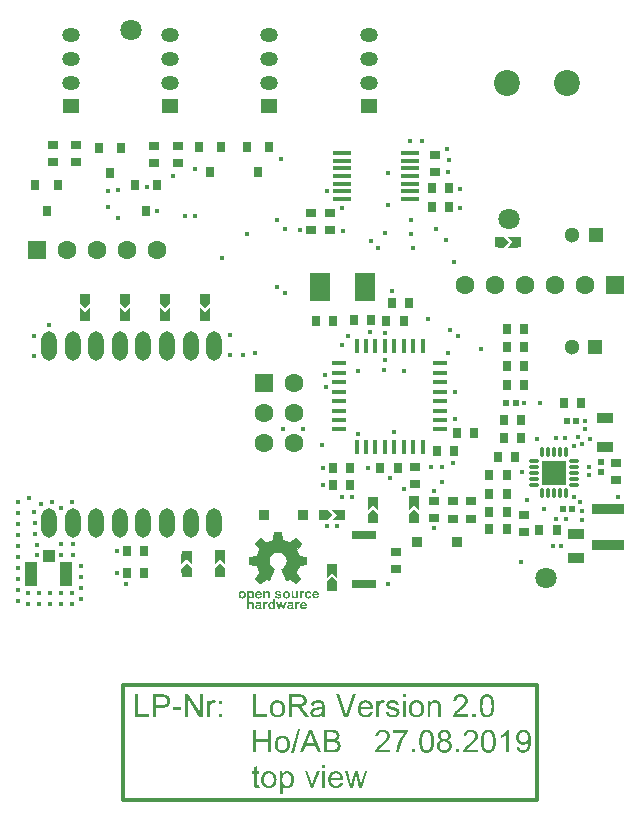
<source format=gts>
G04*
G04 #@! TF.GenerationSoftware,Altium Limited,Altium Designer,18.1.9 (240)*
G04*
G04 Layer_Color=8388736*
%FSLAX44Y44*%
%MOMM*%
G71*
G01*
G75*
%ADD11C,0.3000*%
%ADD27C,0.0269*%
%ADD28R,0.9000X0.6500*%
%ADD29R,0.6500X0.9000*%
G04:AMPARAMS|DCode=30|XSize=0.3mm|YSize=0.85mm|CornerRadius=0.15mm|HoleSize=0mm|Usage=FLASHONLY|Rotation=0.000|XOffset=0mm|YOffset=0mm|HoleType=Round|Shape=RoundedRectangle|*
%AMROUNDEDRECTD30*
21,1,0.3000,0.5500,0,0,0.0*
21,1,0.0000,0.8500,0,0,0.0*
1,1,0.3000,0.0000,-0.2750*
1,1,0.3000,0.0000,-0.2750*
1,1,0.3000,0.0000,0.2750*
1,1,0.3000,0.0000,0.2750*
%
%ADD30ROUNDEDRECTD30*%
G04:AMPARAMS|DCode=31|XSize=0.3mm|YSize=0.85mm|CornerRadius=0.15mm|HoleSize=0mm|Usage=FLASHONLY|Rotation=90.000|XOffset=0mm|YOffset=0mm|HoleType=Round|Shape=RoundedRectangle|*
%AMROUNDEDRECTD31*
21,1,0.3000,0.5500,0,0,90.0*
21,1,0.0000,0.8500,0,0,90.0*
1,1,0.3000,0.2750,0.0000*
1,1,0.3000,0.2750,0.0000*
1,1,0.3000,-0.2750,0.0000*
1,1,0.3000,-0.2750,0.0000*
%
%ADD31ROUNDEDRECTD31*%
%ADD32R,2.1000X2.1000*%
%ADD33R,1.5500X0.3500*%
%ADD34R,0.9000X0.7500*%
%ADD35R,0.7500X0.9000*%
%ADD36R,0.8500X0.8500*%
%ADD37R,0.8000X0.8500*%
%ADD38C,1.8000*%
%ADD39R,1.4000X0.9000*%
%ADD40R,0.5000X0.5500*%
%ADD41R,2.7000X0.9500*%
%ADD42R,1.4000X0.9500*%
%ADD43R,0.5500X0.5000*%
%ADD44R,0.4500X1.2000*%
%ADD45R,1.2000X0.4500*%
%ADD46R,1.0000X1.0500*%
%ADD47R,1.0500X2.0000*%
G04:AMPARAMS|DCode=48|XSize=1.3mm|YSize=2.5mm|CornerRadius=0.65mm|HoleSize=0mm|Usage=FLASHONLY|Rotation=180.000|XOffset=0mm|YOffset=0mm|HoleType=Round|Shape=RoundedRectangle|*
%AMROUNDEDRECTD48*
21,1,1.3000,1.2000,0,0,180.0*
21,1,0.0000,2.5000,0,0,180.0*
1,1,1.3000,0.0000,0.6000*
1,1,1.3000,0.0000,0.6000*
1,1,1.3000,0.0000,-0.6000*
1,1,1.3000,0.0000,-0.6000*
%
%ADD48ROUNDEDRECTD48*%
%ADD49R,1.8000X2.4000*%
%ADD50R,2.0000X0.8000*%
%ADD51C,1.3000*%
%ADD52R,1.3000X1.3000*%
%ADD53C,1.6000*%
%ADD54R,1.6000X1.6000*%
%ADD55R,1.4000X1.2000*%
%ADD56O,1.5000X1.2000*%
%ADD57C,2.2000*%
%ADD58C,0.4000*%
G36*
X1469367Y1417830D02*
X1460867D01*
X1464867Y1422330D01*
X1460867Y1426830D01*
X1469367D01*
Y1417830D01*
D02*
G37*
G36*
X1461867Y1422330D02*
X1457117Y1417830D01*
X1452992D01*
Y1426830D01*
X1457117D01*
X1461867Y1422330D01*
D02*
G37*
G36*
X1209148Y1371330D02*
X1204648Y1366580D01*
X1200148Y1371330D01*
Y1375455D01*
X1209148D01*
Y1371330D01*
D02*
G37*
G36*
X1175314D02*
X1170814Y1366580D01*
X1166314Y1371330D01*
Y1375455D01*
X1175314D01*
Y1371330D01*
D02*
G37*
G36*
X1141481D02*
X1136981Y1366580D01*
X1132481Y1371330D01*
Y1375455D01*
X1141481D01*
Y1371330D01*
D02*
G37*
G36*
X1107648D02*
X1103148Y1366580D01*
X1098648Y1371330D01*
Y1375455D01*
X1107648D01*
Y1371330D01*
D02*
G37*
G36*
X1209148Y1359080D02*
X1200148D01*
Y1367580D01*
X1204648Y1363580D01*
X1209148Y1367580D01*
Y1359080D01*
D02*
G37*
G36*
X1175314D02*
X1166314D01*
Y1367580D01*
X1170814Y1363580D01*
X1175314Y1367580D01*
Y1359080D01*
D02*
G37*
G36*
X1141481D02*
X1132481D01*
Y1367580D01*
X1136981Y1363580D01*
X1141481Y1367580D01*
Y1359080D01*
D02*
G37*
G36*
X1107648D02*
X1098648D01*
Y1367580D01*
X1103148Y1363580D01*
X1107648Y1367580D01*
Y1359080D01*
D02*
G37*
G36*
X1386249Y1195779D02*
X1381749Y1199779D01*
X1377249Y1195779D01*
Y1204279D01*
X1386249D01*
Y1195779D01*
D02*
G37*
G36*
X1351436Y1195627D02*
X1346936Y1199627D01*
X1342436Y1195627D01*
Y1204127D01*
X1351436D01*
Y1195627D01*
D02*
G37*
G36*
X1386249Y1192029D02*
Y1187904D01*
X1377249D01*
Y1192029D01*
X1381749Y1196779D01*
X1386249Y1192029D01*
D02*
G37*
G36*
X1351436Y1191877D02*
Y1187752D01*
X1342436D01*
Y1191877D01*
X1346936Y1196627D01*
X1351436Y1191877D01*
D02*
G37*
G36*
X1320499Y1187175D02*
X1311998D01*
X1315999Y1191675D01*
X1311998Y1196175D01*
X1320499D01*
Y1187175D01*
D02*
G37*
G36*
X1312998Y1191675D02*
X1308248Y1187175D01*
X1304124D01*
Y1196175D01*
X1308248D01*
X1312998Y1191675D01*
D02*
G37*
G36*
X1263617Y1177173D02*
X1269631Y1177200D01*
X1269874Y1177099D01*
X1269950Y1176917D01*
X1269943Y1176916D01*
X1271075Y1171014D01*
X1271150Y1170833D01*
X1271272Y1170782D01*
X1276214Y1168735D01*
X1276336Y1168685D01*
X1276517Y1168760D01*
X1276514Y1168765D01*
X1281487Y1172138D01*
X1281669Y1172214D01*
X1281912Y1172113D01*
X1281912Y1172113D01*
X1281893Y1172094D01*
X1286164Y1167860D01*
X1286265Y1167617D01*
X1286190Y1167436D01*
X1286184Y1167439D01*
X1282812Y1162466D01*
X1282736Y1162284D01*
X1282787Y1162163D01*
Y1162163D01*
X1284834Y1157220D01*
X1284884Y1157099D01*
X1285066Y1157023D01*
X1285067Y1157030D01*
X1290969Y1155898D01*
X1291151Y1155823D01*
X1291251Y1155580D01*
X1291225D01*
X1291251Y1149566D01*
X1291151Y1149323D01*
X1290969Y1149248D01*
X1290968Y1149254D01*
X1285066Y1148122D01*
X1284884Y1148047D01*
X1284834Y1147925D01*
X1282787Y1142983D01*
X1282736Y1142861D01*
X1282812Y1142680D01*
X1282817Y1142683D01*
X1286190Y1137710D01*
X1286265Y1137528D01*
X1286164Y1137285D01*
X1286146Y1137304D01*
X1281912Y1133033D01*
X1281669Y1132932D01*
X1281487Y1133007D01*
X1281491Y1133013D01*
X1276517Y1136385D01*
X1276336Y1136461D01*
X1276214Y1136410D01*
X1276214D01*
X1273951Y1135473D01*
X1273829Y1135423D01*
X1273586Y1135523D01*
X1273536Y1135646D01*
Y1135646D01*
X1269369Y1145851D01*
X1269319Y1145971D01*
X1269420Y1146214D01*
X1269530Y1146260D01*
X1269567Y1146180D01*
X1271635Y1147562D01*
X1273171Y1149861D01*
X1273710Y1152573D01*
X1273171Y1155285D01*
X1271635Y1157583D01*
X1269336Y1159119D01*
X1266624Y1159659D01*
X1263913Y1159119D01*
X1261614Y1157583D01*
X1260078Y1155285D01*
X1259538Y1152573D01*
X1260078Y1149861D01*
X1261614Y1147562D01*
X1263682Y1146180D01*
X1263719Y1146260D01*
X1263829Y1146214D01*
X1263930Y1145971D01*
X1263880Y1145851D01*
X1263880Y1145851D01*
X1259713Y1135646D01*
X1259662Y1135523D01*
X1259419Y1135423D01*
X1259298Y1135473D01*
Y1135473D01*
X1257035Y1136410D01*
X1256913Y1136461D01*
X1256731Y1136385D01*
X1256735Y1136380D01*
X1251762Y1133007D01*
X1251580Y1132932D01*
X1251337Y1133033D01*
X1251355Y1133051D01*
X1247084Y1137285D01*
X1247084Y1137285D01*
X1246984Y1137528D01*
X1247059Y1137710D01*
X1247064Y1137706D01*
X1250437Y1142680D01*
X1250512Y1142861D01*
X1250462Y1142983D01*
Y1142983D01*
X1248415Y1147925D01*
X1248365Y1148047D01*
X1248183Y1148122D01*
X1248182Y1148116D01*
X1242280Y1149248D01*
X1242098Y1149323D01*
X1241998Y1149566D01*
X1242024D01*
X1241998Y1155580D01*
X1241998D01*
X1242098Y1155823D01*
X1242280Y1155898D01*
X1242281Y1155892D01*
X1248183Y1157023D01*
X1248364Y1157099D01*
X1248415Y1157220D01*
X1248415D01*
X1250462Y1162163D01*
X1250512Y1162284D01*
X1250437Y1162466D01*
X1250432Y1162462D01*
X1247059Y1167436D01*
X1246984Y1167617D01*
X1247084Y1167860D01*
X1247084Y1167860D01*
X1247103Y1167842D01*
X1251337Y1172113D01*
X1251337Y1172113D01*
X1251580Y1172214D01*
X1251762Y1172138D01*
X1251758Y1172133D01*
X1256731Y1168760D01*
X1256913Y1168685D01*
X1257035Y1168735D01*
X1261977Y1170782D01*
X1262098Y1170833D01*
X1262174Y1171014D01*
X1262167Y1171016D01*
X1263299Y1176917D01*
X1263374Y1177099D01*
X1263617Y1177200D01*
Y1177173D01*
D02*
G37*
G36*
X1221999Y1150205D02*
X1217499Y1154205D01*
X1212999Y1150205D01*
Y1158705D01*
X1221999D01*
Y1150205D01*
D02*
G37*
G36*
X1193499Y1149955D02*
X1188999Y1153955D01*
X1184499Y1149955D01*
Y1158455D01*
X1193499D01*
Y1149955D01*
D02*
G37*
G36*
X1221999Y1146455D02*
Y1142330D01*
X1212999D01*
Y1146455D01*
X1217499Y1151205D01*
X1221999Y1146455D01*
D02*
G37*
G36*
X1193499Y1146205D02*
Y1142080D01*
X1184499D01*
Y1146205D01*
X1188999Y1150955D01*
X1193499Y1146205D01*
D02*
G37*
G36*
X1316548Y1138580D02*
X1312048Y1142580D01*
X1307549Y1138580D01*
Y1147080D01*
X1316548D01*
Y1138580D01*
D02*
G37*
G36*
Y1134830D02*
Y1130705D01*
X1307549D01*
Y1134830D01*
X1312048Y1139580D01*
X1316548Y1134830D01*
D02*
G37*
G36*
X1288038Y1127191D02*
X1288168Y1127170D01*
X1288330Y1127126D01*
X1288514Y1127072D01*
X1288698Y1126997D01*
X1288893Y1126899D01*
X1288395Y1125503D01*
X1288373Y1125514D01*
X1288330Y1125547D01*
X1288254Y1125590D01*
X1288157Y1125644D01*
X1288038Y1125687D01*
X1287908Y1125731D01*
X1287778Y1125763D01*
X1287648Y1125774D01*
X1287594D01*
X1287529Y1125763D01*
X1287443Y1125752D01*
X1287356Y1125731D01*
X1287259Y1125687D01*
X1287161Y1125644D01*
X1287064Y1125579D01*
X1287053Y1125568D01*
X1287032Y1125547D01*
X1286988Y1125493D01*
X1286934Y1125428D01*
X1286880Y1125330D01*
X1286815Y1125222D01*
X1286761Y1125081D01*
X1286707Y1124908D01*
Y1124887D01*
X1286696Y1124854D01*
X1286685Y1124811D01*
X1286674Y1124746D01*
X1286664Y1124681D01*
X1286653Y1124584D01*
X1286642Y1124475D01*
X1286631Y1124356D01*
X1286620Y1124205D01*
X1286610Y1124043D01*
X1286599Y1123859D01*
X1286588Y1123653D01*
Y1123426D01*
X1286577Y1123177D01*
Y1122896D01*
Y1121035D01*
X1284987D01*
Y1127061D01*
X1286469D01*
Y1126207D01*
X1286490Y1126217D01*
X1286501Y1126250D01*
X1286534Y1126293D01*
X1286610Y1126402D01*
X1286696Y1126520D01*
X1286804Y1126661D01*
X1286913Y1126791D01*
X1287032Y1126910D01*
X1287151Y1126997D01*
X1287161Y1127007D01*
X1287205Y1127029D01*
X1287270Y1127061D01*
X1287345Y1127105D01*
X1287454Y1127137D01*
X1287562Y1127170D01*
X1287692Y1127191D01*
X1287832Y1127202D01*
X1287930D01*
X1288038Y1127191D01*
D02*
G37*
G36*
X1257719D02*
X1257849Y1127180D01*
X1257990Y1127159D01*
X1258152Y1127116D01*
X1258325Y1127072D01*
X1258487Y1127007D01*
X1258509Y1126997D01*
X1258563Y1126975D01*
X1258639Y1126932D01*
X1258736Y1126878D01*
X1258844Y1126802D01*
X1258953Y1126715D01*
X1259061Y1126629D01*
X1259147Y1126520D01*
X1259158Y1126510D01*
X1259180Y1126466D01*
X1259223Y1126412D01*
X1259277Y1126326D01*
X1259321Y1126228D01*
X1259375Y1126109D01*
X1259418Y1125990D01*
X1259461Y1125850D01*
Y1125828D01*
X1259472Y1125785D01*
X1259494Y1125698D01*
X1259515Y1125579D01*
X1259526Y1125417D01*
X1259548Y1125244D01*
X1259559Y1125027D01*
Y1124778D01*
Y1121035D01*
X1257968D01*
Y1124108D01*
Y1124118D01*
Y1124151D01*
Y1124205D01*
Y1124270D01*
Y1124346D01*
Y1124432D01*
X1257957Y1124627D01*
X1257946Y1124843D01*
X1257925Y1125049D01*
X1257914Y1125146D01*
X1257892Y1125233D01*
X1257881Y1125298D01*
X1257860Y1125363D01*
Y1125374D01*
X1257838Y1125406D01*
X1257816Y1125460D01*
X1257773Y1125525D01*
X1257730Y1125601D01*
X1257676Y1125676D01*
X1257600Y1125752D01*
X1257524Y1125817D01*
X1257514Y1125828D01*
X1257481Y1125839D01*
X1257438Y1125871D01*
X1257373Y1125904D01*
X1257286Y1125925D01*
X1257189Y1125958D01*
X1257081Y1125969D01*
X1256962Y1125980D01*
X1256897D01*
X1256810Y1125969D01*
X1256713Y1125947D01*
X1256594Y1125925D01*
X1256475Y1125882D01*
X1256345Y1125828D01*
X1256215Y1125752D01*
X1256204Y1125741D01*
X1256161Y1125709D01*
X1256107Y1125666D01*
X1256031Y1125590D01*
X1255955Y1125503D01*
X1255880Y1125406D01*
X1255815Y1125276D01*
X1255761Y1125146D01*
Y1125125D01*
X1255739Y1125071D01*
X1255728Y1125027D01*
Y1124973D01*
X1255717Y1124908D01*
X1255706Y1124833D01*
X1255696Y1124746D01*
X1255685Y1124638D01*
X1255674Y1124530D01*
X1255663Y1124400D01*
X1255652Y1124259D01*
Y1124108D01*
X1255642Y1123945D01*
Y1123761D01*
Y1121035D01*
X1254051D01*
Y1127061D01*
X1255533D01*
Y1126174D01*
X1255544Y1126185D01*
X1255566Y1126217D01*
X1255609Y1126272D01*
X1255674Y1126337D01*
X1255750Y1126412D01*
X1255847Y1126499D01*
X1255955Y1126596D01*
X1256074Y1126694D01*
X1256215Y1126780D01*
X1256367Y1126878D01*
X1256529Y1126964D01*
X1256702Y1127040D01*
X1256897Y1127105D01*
X1257092Y1127159D01*
X1257308Y1127191D01*
X1257524Y1127202D01*
X1257611D01*
X1257719Y1127191D01*
D02*
G37*
G36*
X1243999D02*
X1244096Y1127180D01*
X1244194Y1127159D01*
X1244313Y1127137D01*
X1244443Y1127094D01*
X1244583Y1127051D01*
X1244724Y1126997D01*
X1244875Y1126932D01*
X1245027Y1126856D01*
X1245178Y1126759D01*
X1245319Y1126639D01*
X1245470Y1126520D01*
X1245611Y1126369D01*
X1245622Y1126358D01*
X1245643Y1126337D01*
X1245676Y1126283D01*
X1245730Y1126217D01*
X1245784Y1126131D01*
X1245849Y1126034D01*
X1245914Y1125915D01*
X1245979Y1125774D01*
X1246044Y1125622D01*
X1246120Y1125449D01*
X1246174Y1125255D01*
X1246228Y1125060D01*
X1246282Y1124833D01*
X1246314Y1124594D01*
X1246336Y1124346D01*
X1246347Y1124075D01*
Y1124053D01*
Y1124010D01*
Y1123934D01*
X1246336Y1123826D01*
X1246325Y1123696D01*
X1246304Y1123556D01*
X1246282Y1123393D01*
X1246249Y1123210D01*
X1246217Y1123026D01*
X1246163Y1122842D01*
X1246109Y1122636D01*
X1246033Y1122441D01*
X1245947Y1122257D01*
X1245849Y1122063D01*
X1245730Y1121889D01*
X1245600Y1121727D01*
X1245589Y1121716D01*
X1245568Y1121695D01*
X1245525Y1121651D01*
X1245470Y1121597D01*
X1245395Y1121532D01*
X1245308Y1121467D01*
X1245211Y1121392D01*
X1245102Y1121316D01*
X1244973Y1121229D01*
X1244843Y1121154D01*
X1244691Y1121089D01*
X1244540Y1121024D01*
X1244367Y1120970D01*
X1244194Y1120926D01*
X1244010Y1120905D01*
X1243815Y1120894D01*
X1243728D01*
X1243631Y1120905D01*
X1243512Y1120916D01*
X1243371Y1120937D01*
X1243220Y1120981D01*
X1243068Y1121024D01*
X1242906Y1121089D01*
X1242884Y1121099D01*
X1242841Y1121132D01*
X1242755Y1121175D01*
X1242646Y1121251D01*
X1242527Y1121338D01*
X1242387Y1121457D01*
X1242224Y1121597D01*
X1242062Y1121770D01*
Y1118730D01*
X1242039D01*
Y1117129D01*
X1242050Y1117140D01*
X1242072Y1117172D01*
X1242115Y1117216D01*
X1242180Y1117270D01*
X1242256Y1117346D01*
X1242342Y1117421D01*
X1242440Y1117497D01*
X1242559Y1117584D01*
X1242688Y1117670D01*
X1242829Y1117746D01*
X1242981Y1117832D01*
X1243143Y1117897D01*
X1243316Y1117952D01*
X1243489Y1117995D01*
X1243684Y1118027D01*
X1243879Y1118038D01*
X1243976D01*
X1244073Y1118027D01*
X1244214Y1118017D01*
X1244366Y1117984D01*
X1244528Y1117952D01*
X1244701Y1117897D01*
X1244874Y1117832D01*
X1244896Y1117822D01*
X1244950Y1117800D01*
X1245026Y1117746D01*
X1245123Y1117692D01*
X1245231Y1117616D01*
X1245339Y1117519D01*
X1245448Y1117421D01*
X1245534Y1117302D01*
X1245545Y1117291D01*
X1245567Y1117248D01*
X1245610Y1117183D01*
X1245664Y1117097D01*
X1245707Y1116989D01*
X1245761Y1116870D01*
X1245805Y1116740D01*
X1245848Y1116599D01*
Y1116577D01*
X1245859Y1116523D01*
X1245880Y1116437D01*
X1245891Y1116307D01*
X1245913Y1116144D01*
X1245924Y1115928D01*
X1245935Y1115690D01*
Y1115398D01*
Y1111870D01*
X1244344D01*
Y1115052D01*
Y1115062D01*
Y1115095D01*
Y1115138D01*
Y1115203D01*
Y1115279D01*
Y1115366D01*
X1244333Y1115560D01*
X1244322Y1115755D01*
X1244301Y1115961D01*
X1244290Y1116047D01*
X1244279Y1116123D01*
X1244268Y1116199D01*
X1244247Y1116253D01*
Y1116264D01*
X1244225Y1116296D01*
X1244203Y1116339D01*
X1244171Y1116404D01*
X1244128Y1116469D01*
X1244073Y1116534D01*
X1244008Y1116599D01*
X1243922Y1116664D01*
X1243911Y1116675D01*
X1243879Y1116685D01*
X1243835Y1116707D01*
X1243771Y1116740D01*
X1243684Y1116772D01*
X1243587Y1116794D01*
X1243467Y1116805D01*
X1243348Y1116815D01*
X1243283D01*
X1243208Y1116805D01*
X1243110Y1116794D01*
X1243002Y1116772D01*
X1242883Y1116729D01*
X1242753Y1116685D01*
X1242634Y1116621D01*
X1242624Y1116610D01*
X1242580Y1116588D01*
X1242526Y1116534D01*
X1242461Y1116480D01*
X1242385Y1116393D01*
X1242310Y1116296D01*
X1242245Y1116177D01*
X1242180Y1116036D01*
X1242169Y1116015D01*
X1242158Y1115961D01*
X1242137Y1115874D01*
X1242115Y1115744D01*
X1242083Y1115582D01*
X1242061Y1115387D01*
X1242050Y1115160D01*
X1242039Y1114889D01*
Y1111870D01*
X1240449D01*
Y1120191D01*
X1240471D01*
Y1127061D01*
X1241954D01*
Y1126174D01*
X1241965Y1126196D01*
X1242008Y1126250D01*
X1242073Y1126337D01*
X1242159Y1126434D01*
X1242268Y1126553D01*
X1242397Y1126672D01*
X1242560Y1126802D01*
X1242733Y1126910D01*
X1242744D01*
X1242755Y1126921D01*
X1242819Y1126953D01*
X1242917Y1127007D01*
X1243057Y1127061D01*
X1243220Y1127105D01*
X1243404Y1127159D01*
X1243609Y1127191D01*
X1243826Y1127202D01*
X1243923D01*
X1243999Y1127191D01*
D02*
G37*
G36*
X1266787D02*
X1266884D01*
X1267003Y1127180D01*
X1267133Y1127170D01*
X1267273Y1127148D01*
X1267577Y1127105D01*
X1267879Y1127029D01*
X1268172Y1126932D01*
X1268301Y1126867D01*
X1268420Y1126791D01*
X1268431D01*
X1268442Y1126769D01*
X1268475Y1126748D01*
X1268518Y1126715D01*
X1268626Y1126629D01*
X1268756Y1126499D01*
X1268886Y1126326D01*
X1269026Y1126120D01*
X1269156Y1125882D01*
X1269254Y1125612D01*
X1267750Y1125330D01*
Y1125341D01*
X1267728Y1125384D01*
X1267706Y1125449D01*
X1267663Y1125525D01*
X1267620Y1125612D01*
X1267555Y1125698D01*
X1267479Y1125785D01*
X1267382Y1125861D01*
X1267371Y1125871D01*
X1267328Y1125893D01*
X1267273Y1125925D01*
X1267187Y1125958D01*
X1267079Y1125990D01*
X1266949Y1126023D01*
X1266787Y1126044D01*
X1266613Y1126055D01*
X1266505D01*
X1266397Y1126044D01*
X1266256Y1126034D01*
X1266116Y1126012D01*
X1265964Y1125980D01*
X1265824Y1125936D01*
X1265705Y1125871D01*
X1265694D01*
X1265683Y1125850D01*
X1265618Y1125785D01*
X1265564Y1125687D01*
X1265542Y1125622D01*
X1265531Y1125547D01*
Y1125536D01*
Y1125514D01*
X1265542Y1125482D01*
X1265553Y1125449D01*
X1265596Y1125352D01*
X1265629Y1125298D01*
X1265683Y1125255D01*
X1265694Y1125244D01*
X1265737Y1125222D01*
X1265770Y1125211D01*
X1265824Y1125190D01*
X1265878Y1125168D01*
X1265953Y1125146D01*
X1266040Y1125114D01*
X1266148Y1125081D01*
X1266267Y1125049D01*
X1266408Y1125006D01*
X1266559Y1124962D01*
X1266743Y1124919D01*
X1266949Y1124865D01*
X1267176Y1124811D01*
X1267187D01*
X1267230Y1124800D01*
X1267295Y1124778D01*
X1267382Y1124757D01*
X1267490Y1124735D01*
X1267609Y1124692D01*
X1267739Y1124659D01*
X1267879Y1124616D01*
X1268172Y1124508D01*
X1268464Y1124389D01*
X1268604Y1124324D01*
X1268734Y1124248D01*
X1268853Y1124173D01*
X1268951Y1124097D01*
X1268961D01*
X1268972Y1124075D01*
X1269026Y1124021D01*
X1269113Y1123924D01*
X1269210Y1123794D01*
X1269297Y1123621D01*
X1269383Y1123415D01*
X1269438Y1123177D01*
X1269459Y1123047D01*
Y1122906D01*
Y1122896D01*
Y1122874D01*
Y1122831D01*
X1269448Y1122766D01*
X1269438Y1122701D01*
X1269427Y1122614D01*
X1269373Y1122420D01*
X1269286Y1122203D01*
X1269232Y1122084D01*
X1269167Y1121965D01*
X1269091Y1121846D01*
X1268994Y1121716D01*
X1268886Y1121608D01*
X1268767Y1121489D01*
X1268756Y1121478D01*
X1268734Y1121467D01*
X1268691Y1121435D01*
X1268637Y1121392D01*
X1268561Y1121348D01*
X1268475Y1121305D01*
X1268366Y1121251D01*
X1268247Y1121197D01*
X1268118Y1121132D01*
X1267966Y1121078D01*
X1267793Y1121035D01*
X1267609Y1120991D01*
X1267403Y1120948D01*
X1267187Y1120916D01*
X1266960Y1120905D01*
X1266711Y1120894D01*
X1266592D01*
X1266505Y1120905D01*
X1266408D01*
X1266289Y1120916D01*
X1266148Y1120937D01*
X1266008Y1120959D01*
X1265694Y1121013D01*
X1265369Y1121099D01*
X1265055Y1121218D01*
X1264904Y1121294D01*
X1264763Y1121381D01*
X1264752Y1121392D01*
X1264731Y1121403D01*
X1264698Y1121435D01*
X1264644Y1121467D01*
X1264590Y1121522D01*
X1264525Y1121586D01*
X1264385Y1121738D01*
X1264222Y1121933D01*
X1264071Y1122160D01*
X1263930Y1122430D01*
X1263876Y1122582D01*
X1263833Y1122733D01*
X1265434Y1122982D01*
Y1122961D01*
X1265456Y1122906D01*
X1265477Y1122820D01*
X1265521Y1122722D01*
X1265575Y1122604D01*
X1265640Y1122485D01*
X1265726Y1122376D01*
X1265834Y1122279D01*
X1265845Y1122268D01*
X1265889Y1122246D01*
X1265964Y1122203D01*
X1266062Y1122160D01*
X1266191Y1122117D01*
X1266332Y1122073D01*
X1266516Y1122052D01*
X1266711Y1122041D01*
X1266808D01*
X1266927Y1122052D01*
X1267057Y1122073D01*
X1267209Y1122095D01*
X1267360Y1122138D01*
X1267512Y1122192D01*
X1267641Y1122268D01*
X1267652Y1122279D01*
X1267674Y1122300D01*
X1267706Y1122333D01*
X1267750Y1122376D01*
X1267793Y1122441D01*
X1267825Y1122506D01*
X1267847Y1122593D01*
X1267858Y1122690D01*
Y1122701D01*
Y1122722D01*
X1267847Y1122755D01*
Y1122798D01*
X1267804Y1122896D01*
X1267782Y1122950D01*
X1267739Y1122993D01*
X1267728D01*
X1267717Y1123015D01*
X1267685Y1123036D01*
X1267631Y1123058D01*
X1267555Y1123090D01*
X1267468Y1123123D01*
X1267349Y1123166D01*
X1267209Y1123199D01*
X1267187D01*
X1267122Y1123220D01*
X1267025Y1123242D01*
X1266895Y1123274D01*
X1266743Y1123307D01*
X1266570Y1123350D01*
X1266375Y1123404D01*
X1266181Y1123458D01*
X1265759Y1123577D01*
X1265553Y1123642D01*
X1265358Y1123707D01*
X1265174Y1123783D01*
X1265012Y1123848D01*
X1264871Y1123913D01*
X1264763Y1123978D01*
X1264752Y1123988D01*
X1264731Y1123999D01*
X1264698Y1124032D01*
X1264655Y1124064D01*
X1264601Y1124118D01*
X1264536Y1124183D01*
X1264406Y1124335D01*
X1264276Y1124530D01*
X1264157Y1124768D01*
X1264114Y1124897D01*
X1264081Y1125038D01*
X1264060Y1125179D01*
X1264049Y1125341D01*
Y1125352D01*
Y1125374D01*
Y1125417D01*
X1264060Y1125471D01*
X1264071Y1125536D01*
X1264081Y1125622D01*
X1264125Y1125806D01*
X1264201Y1126012D01*
X1264255Y1126120D01*
X1264309Y1126228D01*
X1264385Y1126347D01*
X1264460Y1126456D01*
X1264558Y1126564D01*
X1264666Y1126661D01*
X1264677Y1126672D01*
X1264698Y1126683D01*
X1264731Y1126715D01*
X1264785Y1126748D01*
X1264850Y1126791D01*
X1264926Y1126834D01*
X1265023Y1126878D01*
X1265142Y1126932D01*
X1265261Y1126986D01*
X1265402Y1127029D01*
X1265564Y1127072D01*
X1265737Y1127116D01*
X1265921Y1127148D01*
X1266127Y1127180D01*
X1266343Y1127191D01*
X1266581Y1127202D01*
X1266700D01*
X1266787Y1127191D01*
D02*
G37*
G36*
X1292334D02*
X1292420D01*
X1292528Y1127180D01*
X1292647Y1127159D01*
X1292777Y1127148D01*
X1293058Y1127083D01*
X1293351Y1126997D01*
X1293632Y1126888D01*
X1293762Y1126813D01*
X1293892Y1126726D01*
X1293902D01*
X1293924Y1126704D01*
X1293957Y1126672D01*
X1294000Y1126639D01*
X1294054Y1126585D01*
X1294108Y1126520D01*
X1294184Y1126456D01*
X1294249Y1126369D01*
X1294324Y1126272D01*
X1294411Y1126163D01*
X1294487Y1126044D01*
X1294563Y1125915D01*
X1294638Y1125774D01*
X1294714Y1125622D01*
X1294779Y1125460D01*
X1294833Y1125287D01*
X1293264Y1125006D01*
Y1125016D01*
Y1125027D01*
X1293242Y1125081D01*
X1293221Y1125168D01*
X1293188Y1125265D01*
X1293134Y1125384D01*
X1293069Y1125503D01*
X1292994Y1125612D01*
X1292896Y1125709D01*
X1292885Y1125720D01*
X1292842Y1125741D01*
X1292788Y1125785D01*
X1292702Y1125828D01*
X1292593Y1125871D01*
X1292474Y1125915D01*
X1292334Y1125936D01*
X1292171Y1125947D01*
X1292117D01*
X1292074Y1125936D01*
X1291966Y1125925D01*
X1291825Y1125893D01*
X1291673Y1125850D01*
X1291511Y1125774D01*
X1291349Y1125666D01*
X1291208Y1125525D01*
X1291197Y1125503D01*
X1291154Y1125449D01*
X1291133Y1125406D01*
X1291100Y1125341D01*
X1291068Y1125276D01*
X1291035Y1125200D01*
X1291003Y1125114D01*
X1290970Y1125006D01*
X1290938Y1124897D01*
X1290916Y1124768D01*
X1290894Y1124638D01*
X1290873Y1124486D01*
X1290862Y1124324D01*
Y1124151D01*
Y1124140D01*
Y1124108D01*
Y1124053D01*
X1290873Y1123978D01*
Y1123891D01*
X1290884Y1123794D01*
X1290905Y1123556D01*
X1290948Y1123307D01*
X1291013Y1123058D01*
X1291100Y1122831D01*
X1291154Y1122722D01*
X1291219Y1122636D01*
X1291241Y1122614D01*
X1291284Y1122571D01*
X1291360Y1122495D01*
X1291479Y1122420D01*
X1291609Y1122333D01*
X1291782Y1122257D01*
X1291966Y1122214D01*
X1292182Y1122192D01*
X1292258D01*
X1292344Y1122203D01*
X1292442Y1122225D01*
X1292561Y1122257D01*
X1292691Y1122300D01*
X1292810Y1122355D01*
X1292929Y1122441D01*
X1292939Y1122452D01*
X1292972Y1122495D01*
X1293026Y1122560D01*
X1293091Y1122647D01*
X1293156Y1122777D01*
X1293221Y1122928D01*
X1293286Y1123123D01*
X1293340Y1123339D01*
X1294909Y1123069D01*
Y1123058D01*
X1294898Y1123026D01*
X1294876Y1122961D01*
X1294855Y1122896D01*
X1294833Y1122798D01*
X1294790Y1122701D01*
X1294747Y1122582D01*
X1294703Y1122463D01*
X1294573Y1122192D01*
X1294411Y1121922D01*
X1294205Y1121662D01*
X1294097Y1121543D01*
X1293967Y1121435D01*
X1293957Y1121424D01*
X1293935Y1121413D01*
X1293892Y1121381D01*
X1293838Y1121348D01*
X1293773Y1121305D01*
X1293686Y1121262D01*
X1293589Y1121218D01*
X1293481Y1121164D01*
X1293351Y1121110D01*
X1293210Y1121067D01*
X1293058Y1121024D01*
X1292896Y1120981D01*
X1292723Y1120948D01*
X1292528Y1120916D01*
X1292334Y1120905D01*
X1292117Y1120894D01*
X1292063D01*
X1291987Y1120905D01*
X1291901D01*
X1291792Y1120916D01*
X1291663Y1120937D01*
X1291511Y1120959D01*
X1291360Y1121002D01*
X1291197Y1121045D01*
X1291024Y1121099D01*
X1290851Y1121164D01*
X1290667Y1121251D01*
X1290494Y1121338D01*
X1290321Y1121457D01*
X1290159Y1121576D01*
X1290007Y1121727D01*
X1289996Y1121738D01*
X1289975Y1121770D01*
X1289931Y1121814D01*
X1289888Y1121879D01*
X1289823Y1121965D01*
X1289758Y1122073D01*
X1289693Y1122192D01*
X1289618Y1122333D01*
X1289542Y1122485D01*
X1289477Y1122658D01*
X1289412Y1122842D01*
X1289347Y1123047D01*
X1289304Y1123274D01*
X1289261Y1123512D01*
X1289239Y1123761D01*
X1289228Y1124032D01*
Y1124053D01*
Y1124097D01*
X1289239Y1124173D01*
Y1124281D01*
X1289250Y1124410D01*
X1289271Y1124551D01*
X1289293Y1124714D01*
X1289326Y1124887D01*
X1289369Y1125071D01*
X1289423Y1125265D01*
X1289477Y1125460D01*
X1289553Y1125655D01*
X1289650Y1125850D01*
X1289747Y1126034D01*
X1289866Y1126207D01*
X1290007Y1126369D01*
X1290018Y1126380D01*
X1290040Y1126402D01*
X1290094Y1126445D01*
X1290148Y1126499D01*
X1290234Y1126564D01*
X1290332Y1126629D01*
X1290440Y1126704D01*
X1290570Y1126791D01*
X1290721Y1126867D01*
X1290873Y1126943D01*
X1291057Y1127007D01*
X1291241Y1127072D01*
X1291446Y1127126D01*
X1291673Y1127170D01*
X1291901Y1127191D01*
X1292150Y1127202D01*
X1292258D01*
X1292334Y1127191D01*
D02*
G37*
G36*
X1283396Y1121035D02*
X1281913D01*
Y1121933D01*
X1281903Y1121911D01*
X1281849Y1121857D01*
X1281784Y1121759D01*
X1281676Y1121651D01*
X1281556Y1121532D01*
X1281405Y1121403D01*
X1281243Y1121283D01*
X1281048Y1121164D01*
X1281037D01*
X1281026Y1121154D01*
X1280994Y1121143D01*
X1280961Y1121121D01*
X1280853Y1121078D01*
X1280712Y1121035D01*
X1280539Y1120981D01*
X1280345Y1120937D01*
X1280139Y1120905D01*
X1279923Y1120894D01*
X1279825D01*
X1279706Y1120905D01*
X1279555Y1120926D01*
X1279392Y1120959D01*
X1279208Y1121002D01*
X1279014Y1121067D01*
X1278830Y1121154D01*
X1278808Y1121164D01*
X1278754Y1121208D01*
X1278667Y1121262D01*
X1278570Y1121348D01*
X1278451Y1121457D01*
X1278332Y1121586D01*
X1278235Y1121727D01*
X1278137Y1121900D01*
Y1121911D01*
X1278126Y1121922D01*
X1278116Y1121954D01*
X1278105Y1121987D01*
X1278072Y1122095D01*
X1278040Y1122246D01*
X1277997Y1122441D01*
X1277964Y1122668D01*
X1277942Y1122939D01*
X1277932Y1123242D01*
Y1127061D01*
X1279522D01*
Y1124292D01*
Y1124281D01*
Y1124237D01*
Y1124173D01*
Y1124086D01*
Y1123988D01*
Y1123869D01*
X1279533Y1123621D01*
X1279544Y1123350D01*
X1279555Y1123090D01*
X1279566Y1122971D01*
X1279576Y1122874D01*
X1279598Y1122787D01*
X1279609Y1122722D01*
Y1122712D01*
X1279630Y1122679D01*
X1279652Y1122625D01*
X1279685Y1122560D01*
X1279728Y1122495D01*
X1279782Y1122420D01*
X1279847Y1122344D01*
X1279923Y1122279D01*
X1279933Y1122268D01*
X1279966Y1122257D01*
X1280020Y1122225D01*
X1280085Y1122203D01*
X1280171Y1122171D01*
X1280269Y1122138D01*
X1280388Y1122127D01*
X1280507Y1122117D01*
X1280572D01*
X1280658Y1122127D01*
X1280756Y1122149D01*
X1280864Y1122171D01*
X1280994Y1122203D01*
X1281113Y1122257D01*
X1281243Y1122333D01*
X1281254Y1122344D01*
X1281297Y1122376D01*
X1281351Y1122420D01*
X1281416Y1122485D01*
X1281492Y1122571D01*
X1281567Y1122658D01*
X1281632Y1122766D01*
X1281686Y1122885D01*
X1281697Y1122906D01*
Y1122928D01*
X1281708Y1122961D01*
X1281719Y1123004D01*
X1281730Y1123058D01*
X1281740Y1123134D01*
X1281751Y1123220D01*
X1281762Y1123318D01*
X1281773Y1123437D01*
Y1123567D01*
X1281784Y1123718D01*
X1281794Y1123891D01*
X1281805Y1124075D01*
Y1124292D01*
Y1124519D01*
Y1127061D01*
X1283396D01*
Y1121035D01*
D02*
G37*
G36*
X1298458Y1127191D02*
X1298555D01*
X1298663Y1127170D01*
X1298793Y1127159D01*
X1298934Y1127126D01*
X1299096Y1127094D01*
X1299259Y1127040D01*
X1299432Y1126986D01*
X1299616Y1126910D01*
X1299789Y1126824D01*
X1299962Y1126726D01*
X1300135Y1126596D01*
X1300297Y1126466D01*
X1300449Y1126304D01*
X1300460Y1126293D01*
X1300481Y1126261D01*
X1300525Y1126207D01*
X1300568Y1126142D01*
X1300633Y1126044D01*
X1300698Y1125925D01*
X1300763Y1125796D01*
X1300838Y1125633D01*
X1300903Y1125449D01*
X1300979Y1125255D01*
X1301033Y1125027D01*
X1301098Y1124789D01*
X1301141Y1124519D01*
X1301174Y1124227D01*
X1301196Y1123924D01*
Y1123588D01*
X1297203D01*
Y1123577D01*
Y1123556D01*
Y1123523D01*
X1297214Y1123469D01*
X1297224Y1123339D01*
X1297257Y1123177D01*
X1297300Y1123004D01*
X1297365Y1122820D01*
X1297462Y1122636D01*
X1297581Y1122474D01*
X1297603Y1122452D01*
X1297646Y1122409D01*
X1297722Y1122355D01*
X1297830Y1122279D01*
X1297971Y1122203D01*
X1298123Y1122149D01*
X1298306Y1122106D01*
X1298501Y1122084D01*
X1298566D01*
X1298631Y1122095D01*
X1298718Y1122106D01*
X1298815Y1122127D01*
X1298912Y1122171D01*
X1299021Y1122214D01*
X1299118Y1122279D01*
X1299129Y1122290D01*
X1299161Y1122322D01*
X1299205Y1122365D01*
X1299269Y1122441D01*
X1299334Y1122539D01*
X1299399Y1122647D01*
X1299464Y1122787D01*
X1299518Y1122950D01*
X1301109Y1122679D01*
Y1122668D01*
X1301098Y1122636D01*
X1301076Y1122593D01*
X1301055Y1122539D01*
X1301012Y1122463D01*
X1300979Y1122376D01*
X1300871Y1122181D01*
X1300730Y1121965D01*
X1300568Y1121749D01*
X1300362Y1121532D01*
X1300135Y1121348D01*
X1300124D01*
X1300103Y1121327D01*
X1300070Y1121305D01*
X1300016Y1121273D01*
X1299951Y1121240D01*
X1299875Y1121208D01*
X1299789Y1121164D01*
X1299681Y1121121D01*
X1299562Y1121078D01*
X1299443Y1121035D01*
X1299161Y1120970D01*
X1298837Y1120916D01*
X1298479Y1120894D01*
X1298415D01*
X1298328Y1120905D01*
X1298220Y1120916D01*
X1298090Y1120926D01*
X1297949Y1120948D01*
X1297776Y1120981D01*
X1297603Y1121024D01*
X1297419Y1121078D01*
X1297224Y1121143D01*
X1297030Y1121229D01*
X1296846Y1121327D01*
X1296651Y1121446D01*
X1296478Y1121586D01*
X1296315Y1121738D01*
X1296164Y1121922D01*
X1296153Y1121933D01*
X1296142Y1121965D01*
X1296110Y1122008D01*
X1296067Y1122073D01*
X1296023Y1122149D01*
X1295980Y1122246D01*
X1295926Y1122365D01*
X1295872Y1122495D01*
X1295807Y1122636D01*
X1295753Y1122787D01*
X1295710Y1122961D01*
X1295666Y1123145D01*
X1295623Y1123339D01*
X1295591Y1123545D01*
X1295580Y1123772D01*
X1295569Y1123999D01*
Y1124021D01*
Y1124064D01*
X1295580Y1124140D01*
Y1124248D01*
X1295591Y1124367D01*
X1295612Y1124519D01*
X1295634Y1124681D01*
X1295666Y1124854D01*
X1295710Y1125038D01*
X1295764Y1125233D01*
X1295818Y1125428D01*
X1295894Y1125622D01*
X1295991Y1125817D01*
X1296088Y1126001D01*
X1296207Y1126185D01*
X1296348Y1126347D01*
X1296359Y1126358D01*
X1296380Y1126380D01*
X1296424Y1126423D01*
X1296489Y1126477D01*
X1296564Y1126542D01*
X1296662Y1126618D01*
X1296770Y1126694D01*
X1296889Y1126780D01*
X1297030Y1126856D01*
X1297170Y1126932D01*
X1297333Y1127007D01*
X1297516Y1127072D01*
X1297701Y1127126D01*
X1297895Y1127170D01*
X1298112Y1127191D01*
X1298328Y1127202D01*
X1298393D01*
X1298458Y1127191D01*
D02*
G37*
G36*
X1273712D02*
X1273809D01*
X1273928Y1127170D01*
X1274058Y1127159D01*
X1274209Y1127126D01*
X1274382Y1127094D01*
X1274556Y1127040D01*
X1274740Y1126986D01*
X1274923Y1126910D01*
X1275107Y1126824D01*
X1275302Y1126726D01*
X1275486Y1126596D01*
X1275659Y1126466D01*
X1275832Y1126304D01*
X1275843Y1126293D01*
X1275876Y1126261D01*
X1275919Y1126217D01*
X1275973Y1126142D01*
X1276038Y1126055D01*
X1276114Y1125947D01*
X1276189Y1125828D01*
X1276276Y1125687D01*
X1276352Y1125536D01*
X1276428Y1125363D01*
X1276503Y1125179D01*
X1276568Y1124984D01*
X1276633Y1124778D01*
X1276676Y1124551D01*
X1276698Y1124313D01*
X1276709Y1124064D01*
Y1124053D01*
Y1123999D01*
X1276698Y1123934D01*
Y1123837D01*
X1276687Y1123718D01*
X1276666Y1123577D01*
X1276633Y1123426D01*
X1276601Y1123264D01*
X1276547Y1123090D01*
X1276492Y1122906D01*
X1276417Y1122722D01*
X1276330Y1122528D01*
X1276233Y1122333D01*
X1276114Y1122149D01*
X1275973Y1121965D01*
X1275822Y1121792D01*
X1275811Y1121781D01*
X1275778Y1121749D01*
X1275735Y1121705D01*
X1275659Y1121651D01*
X1275573Y1121586D01*
X1275475Y1121511D01*
X1275346Y1121424D01*
X1275216Y1121348D01*
X1275053Y1121262D01*
X1274891Y1121175D01*
X1274707Y1121099D01*
X1274512Y1121035D01*
X1274307Y1120981D01*
X1274080Y1120937D01*
X1273852Y1120905D01*
X1273603Y1120894D01*
X1273517D01*
X1273463Y1120905D01*
X1273387D01*
X1273300Y1120916D01*
X1273203Y1120926D01*
X1273095Y1120937D01*
X1272846Y1120981D01*
X1272586Y1121045D01*
X1272294Y1121143D01*
X1272013Y1121262D01*
X1272002D01*
X1271980Y1121283D01*
X1271937Y1121305D01*
X1271894Y1121338D01*
X1271829Y1121370D01*
X1271753Y1121424D01*
X1271591Y1121543D01*
X1271407Y1121695D01*
X1271223Y1121889D01*
X1271039Y1122106D01*
X1270877Y1122365D01*
Y1122376D01*
X1270855Y1122398D01*
X1270844Y1122441D01*
X1270812Y1122495D01*
X1270790Y1122571D01*
X1270758Y1122647D01*
X1270714Y1122744D01*
X1270682Y1122863D01*
X1270649Y1122982D01*
X1270606Y1123112D01*
X1270574Y1123264D01*
X1270552Y1123415D01*
X1270509Y1123751D01*
X1270487Y1124129D01*
Y1124140D01*
Y1124162D01*
Y1124205D01*
X1270498Y1124270D01*
Y1124335D01*
X1270509Y1124421D01*
X1270520Y1124519D01*
X1270541Y1124616D01*
X1270585Y1124854D01*
X1270649Y1125114D01*
X1270747Y1125384D01*
X1270877Y1125666D01*
Y1125676D01*
X1270898Y1125698D01*
X1270920Y1125741D01*
X1270952Y1125785D01*
X1270985Y1125850D01*
X1271039Y1125925D01*
X1271158Y1126088D01*
X1271320Y1126272D01*
X1271504Y1126456D01*
X1271731Y1126639D01*
X1271980Y1126802D01*
X1271991D01*
X1272013Y1126824D01*
X1272056Y1126834D01*
X1272110Y1126867D01*
X1272175Y1126899D01*
X1272262Y1126932D01*
X1272348Y1126964D01*
X1272457Y1127007D01*
X1272694Y1127072D01*
X1272965Y1127137D01*
X1273257Y1127180D01*
X1273582Y1127202D01*
X1273647D01*
X1273712Y1127191D01*
D02*
G37*
G36*
X1250037D02*
X1250134D01*
X1250242Y1127170D01*
X1250372Y1127159D01*
X1250513Y1127126D01*
X1250675Y1127094D01*
X1250837Y1127040D01*
X1251011Y1126986D01*
X1251194Y1126910D01*
X1251367Y1126824D01*
X1251541Y1126726D01*
X1251714Y1126596D01*
X1251876Y1126466D01*
X1252028Y1126304D01*
X1252038Y1126293D01*
X1252060Y1126261D01*
X1252103Y1126207D01*
X1252147Y1126142D01*
X1252212Y1126044D01*
X1252276Y1125925D01*
X1252341Y1125796D01*
X1252417Y1125633D01*
X1252482Y1125449D01*
X1252558Y1125255D01*
X1252612Y1125027D01*
X1252677Y1124789D01*
X1252720Y1124519D01*
X1252753Y1124227D01*
X1252774Y1123924D01*
Y1123588D01*
X1248781D01*
Y1123577D01*
Y1123556D01*
Y1123523D01*
X1248792Y1123469D01*
X1248803Y1123339D01*
X1248836Y1123177D01*
X1248879Y1123004D01*
X1248944Y1122820D01*
X1249041Y1122636D01*
X1249160Y1122474D01*
X1249182Y1122452D01*
X1249225Y1122409D01*
X1249301Y1122355D01*
X1249409Y1122279D01*
X1249550Y1122203D01*
X1249701Y1122149D01*
X1249885Y1122106D01*
X1250080Y1122084D01*
X1250145D01*
X1250210Y1122095D01*
X1250296Y1122106D01*
X1250394Y1122127D01*
X1250491Y1122171D01*
X1250599Y1122214D01*
X1250697Y1122279D01*
X1250707Y1122290D01*
X1250740Y1122322D01*
X1250783Y1122365D01*
X1250848Y1122441D01*
X1250913Y1122539D01*
X1250978Y1122647D01*
X1251043Y1122787D01*
X1251097Y1122950D01*
X1252688Y1122679D01*
Y1122668D01*
X1252677Y1122636D01*
X1252655Y1122593D01*
X1252634Y1122539D01*
X1252590Y1122463D01*
X1252558Y1122376D01*
X1252450Y1122181D01*
X1252309Y1121965D01*
X1252147Y1121749D01*
X1251941Y1121532D01*
X1251714Y1121348D01*
X1251703D01*
X1251681Y1121327D01*
X1251649Y1121305D01*
X1251595Y1121273D01*
X1251530Y1121240D01*
X1251454Y1121208D01*
X1251367Y1121164D01*
X1251259Y1121121D01*
X1251140Y1121078D01*
X1251021Y1121035D01*
X1250740Y1120970D01*
X1250415Y1120916D01*
X1250058Y1120894D01*
X1249993D01*
X1249907Y1120905D01*
X1249799Y1120916D01*
X1249669Y1120926D01*
X1249528Y1120948D01*
X1249355Y1120981D01*
X1249182Y1121024D01*
X1248998Y1121078D01*
X1248803Y1121143D01*
X1248608Y1121229D01*
X1248424Y1121327D01*
X1248230Y1121446D01*
X1248056Y1121586D01*
X1247894Y1121738D01*
X1247743Y1121922D01*
X1247732Y1121933D01*
X1247721Y1121965D01*
X1247689Y1122008D01*
X1247645Y1122073D01*
X1247602Y1122149D01*
X1247559Y1122246D01*
X1247505Y1122365D01*
X1247450Y1122495D01*
X1247386Y1122636D01*
X1247331Y1122787D01*
X1247288Y1122961D01*
X1247245Y1123145D01*
X1247202Y1123339D01*
X1247169Y1123545D01*
X1247158Y1123772D01*
X1247148Y1123999D01*
Y1124021D01*
Y1124064D01*
X1247158Y1124140D01*
Y1124248D01*
X1247169Y1124367D01*
X1247191Y1124519D01*
X1247213Y1124681D01*
X1247245Y1124854D01*
X1247288Y1125038D01*
X1247342Y1125233D01*
X1247396Y1125428D01*
X1247472Y1125622D01*
X1247570Y1125817D01*
X1247667Y1126001D01*
X1247786Y1126185D01*
X1247927Y1126347D01*
X1247937Y1126358D01*
X1247959Y1126380D01*
X1248002Y1126423D01*
X1248067Y1126477D01*
X1248143Y1126542D01*
X1248240Y1126618D01*
X1248349Y1126694D01*
X1248468Y1126780D01*
X1248608Y1126856D01*
X1248749Y1126932D01*
X1248911Y1127007D01*
X1249095Y1127072D01*
X1249279Y1127126D01*
X1249474Y1127170D01*
X1249690Y1127191D01*
X1249907Y1127202D01*
X1249972D01*
X1250037Y1127191D01*
D02*
G37*
G36*
X1236273D02*
X1236370D01*
X1236489Y1127170D01*
X1236619Y1127159D01*
X1236771Y1127126D01*
X1236944Y1127094D01*
X1237117Y1127040D01*
X1237301Y1126986D01*
X1237485Y1126910D01*
X1237669Y1126824D01*
X1237864Y1126726D01*
X1238048Y1126596D01*
X1238221Y1126466D01*
X1238394Y1126304D01*
X1238405Y1126293D01*
X1238437Y1126261D01*
X1238480Y1126217D01*
X1238534Y1126142D01*
X1238599Y1126055D01*
X1238675Y1125947D01*
X1238751Y1125828D01*
X1238838Y1125687D01*
X1238913Y1125536D01*
X1238989Y1125363D01*
X1239065Y1125179D01*
X1239130Y1124984D01*
X1239195Y1124778D01*
X1239238Y1124551D01*
X1239259Y1124313D01*
X1239270Y1124064D01*
Y1124053D01*
Y1123999D01*
X1239259Y1123934D01*
Y1123837D01*
X1239249Y1123718D01*
X1239227Y1123577D01*
X1239195Y1123426D01*
X1239162Y1123264D01*
X1239108Y1123090D01*
X1239054Y1122906D01*
X1238978Y1122722D01*
X1238892Y1122528D01*
X1238794Y1122333D01*
X1238675Y1122149D01*
X1238534Y1121965D01*
X1238383Y1121792D01*
X1238372Y1121781D01*
X1238340Y1121749D01*
X1238297Y1121705D01*
X1238221Y1121651D01*
X1238134Y1121586D01*
X1238037Y1121511D01*
X1237907Y1121424D01*
X1237777Y1121348D01*
X1237615Y1121262D01*
X1237452Y1121175D01*
X1237269Y1121099D01*
X1237074Y1121035D01*
X1236868Y1120981D01*
X1236641Y1120937D01*
X1236414Y1120905D01*
X1236165Y1120894D01*
X1236078D01*
X1236024Y1120905D01*
X1235948D01*
X1235862Y1120916D01*
X1235764Y1120926D01*
X1235656Y1120937D01*
X1235407Y1120981D01*
X1235148Y1121045D01*
X1234856Y1121143D01*
X1234574Y1121262D01*
X1234563D01*
X1234542Y1121283D01*
X1234499Y1121305D01*
X1234455Y1121338D01*
X1234390Y1121370D01*
X1234315Y1121424D01*
X1234152Y1121543D01*
X1233968Y1121695D01*
X1233784Y1121889D01*
X1233600Y1122106D01*
X1233438Y1122365D01*
Y1122376D01*
X1233417Y1122398D01*
X1233406Y1122441D01*
X1233373Y1122495D01*
X1233352Y1122571D01*
X1233319Y1122647D01*
X1233276Y1122744D01*
X1233243Y1122863D01*
X1233211Y1122982D01*
X1233168Y1123112D01*
X1233135Y1123264D01*
X1233113Y1123415D01*
X1233070Y1123751D01*
X1233049Y1124129D01*
Y1124140D01*
Y1124162D01*
Y1124205D01*
X1233059Y1124270D01*
Y1124335D01*
X1233070Y1124421D01*
X1233081Y1124519D01*
X1233103Y1124616D01*
X1233146Y1124854D01*
X1233211Y1125114D01*
X1233308Y1125384D01*
X1233438Y1125666D01*
Y1125676D01*
X1233460Y1125698D01*
X1233481Y1125741D01*
X1233514Y1125785D01*
X1233546Y1125850D01*
X1233600Y1125925D01*
X1233719Y1126088D01*
X1233882Y1126272D01*
X1234066Y1126456D01*
X1234293Y1126639D01*
X1234542Y1126802D01*
X1234553D01*
X1234574Y1126824D01*
X1234617Y1126834D01*
X1234672Y1126867D01*
X1234737Y1126899D01*
X1234823Y1126932D01*
X1234910Y1126964D01*
X1235018Y1127007D01*
X1235256Y1127072D01*
X1235527Y1127137D01*
X1235819Y1127180D01*
X1236143Y1127202D01*
X1236208D01*
X1236273Y1127191D01*
D02*
G37*
G36*
X1264059Y1111870D02*
X1262576D01*
Y1112736D01*
X1262555Y1112725D01*
X1262511Y1112660D01*
X1262436Y1112574D01*
X1262327Y1112466D01*
X1262198Y1112336D01*
X1262046Y1112206D01*
X1261884Y1112087D01*
X1261700Y1111979D01*
X1261678Y1111968D01*
X1261613Y1111935D01*
X1261516Y1111903D01*
X1261386Y1111860D01*
X1261235Y1111805D01*
X1261061Y1111773D01*
X1260878Y1111741D01*
X1260683Y1111730D01*
X1260639D01*
X1260585Y1111741D01*
X1260510D01*
X1260423Y1111751D01*
X1260315Y1111773D01*
X1260196Y1111795D01*
X1260077Y1111838D01*
X1259936Y1111881D01*
X1259796Y1111935D01*
X1259644Y1112000D01*
X1259492Y1112087D01*
X1259341Y1112173D01*
X1259200Y1112292D01*
X1259049Y1112411D01*
X1258908Y1112563D01*
X1258897Y1112574D01*
X1258876Y1112606D01*
X1258843Y1112650D01*
X1258789Y1112714D01*
X1258735Y1112801D01*
X1258681Y1112909D01*
X1258605Y1113028D01*
X1258540Y1113169D01*
X1258475Y1113320D01*
X1258410Y1113504D01*
X1258345Y1113688D01*
X1258291Y1113905D01*
X1258237Y1114121D01*
X1258205Y1114370D01*
X1258183Y1114630D01*
X1258172Y1114900D01*
Y1114922D01*
Y1114965D01*
Y1115052D01*
X1258183Y1115149D01*
X1258194Y1115279D01*
X1258216Y1115430D01*
X1258237Y1115593D01*
X1258259Y1115766D01*
X1258345Y1116144D01*
X1258400Y1116339D01*
X1258475Y1116534D01*
X1258551Y1116729D01*
X1258649Y1116913D01*
X1258757Y1117075D01*
X1258887Y1117237D01*
X1258897Y1117248D01*
X1258919Y1117270D01*
X1258962Y1117313D01*
X1259016Y1117367D01*
X1259092Y1117421D01*
X1259179Y1117486D01*
X1259276Y1117562D01*
X1259384Y1117638D01*
X1259514Y1117713D01*
X1259655Y1117789D01*
X1259806Y1117854D01*
X1259969Y1117908D01*
X1260142Y1117962D01*
X1260315Y1118006D01*
X1260510Y1118027D01*
X1260715Y1118038D01*
X1260813D01*
X1260888Y1118027D01*
X1260975Y1118017D01*
X1261072Y1117995D01*
X1261191Y1117962D01*
X1261310Y1117930D01*
X1261440Y1117887D01*
X1261581Y1117832D01*
X1261732Y1117768D01*
X1261884Y1117681D01*
X1262025Y1117584D01*
X1262176Y1117475D01*
X1262327Y1117346D01*
X1262468Y1117194D01*
Y1120191D01*
X1264059D01*
Y1111870D01*
D02*
G37*
G36*
X1284109Y1118027D02*
X1284239Y1118006D01*
X1284401Y1117962D01*
X1284585Y1117908D01*
X1284769Y1117832D01*
X1284964Y1117735D01*
X1284466Y1116339D01*
X1284444Y1116350D01*
X1284401Y1116383D01*
X1284325Y1116426D01*
X1284228Y1116480D01*
X1284109Y1116523D01*
X1283979Y1116566D01*
X1283849Y1116599D01*
X1283719Y1116610D01*
X1283665D01*
X1283600Y1116599D01*
X1283514Y1116588D01*
X1283427Y1116566D01*
X1283330Y1116523D01*
X1283233Y1116480D01*
X1283135Y1116415D01*
X1283124Y1116404D01*
X1283103Y1116383D01*
X1283059Y1116329D01*
X1283005Y1116264D01*
X1282951Y1116166D01*
X1282886Y1116058D01*
X1282832Y1115917D01*
X1282778Y1115744D01*
Y1115723D01*
X1282767Y1115690D01*
X1282756Y1115647D01*
X1282746Y1115582D01*
X1282735Y1115517D01*
X1282724Y1115420D01*
X1282713Y1115311D01*
X1282702Y1115192D01*
X1282691Y1115041D01*
X1282681Y1114878D01*
X1282670Y1114695D01*
X1282659Y1114489D01*
Y1114262D01*
X1282648Y1114013D01*
Y1113732D01*
Y1111870D01*
X1281058D01*
Y1117897D01*
X1282540D01*
Y1117043D01*
X1282562Y1117053D01*
X1282572Y1117086D01*
X1282605Y1117129D01*
X1282681Y1117237D01*
X1282767Y1117356D01*
X1282875Y1117497D01*
X1282984Y1117627D01*
X1283103Y1117746D01*
X1283222Y1117832D01*
X1283233Y1117843D01*
X1283276Y1117865D01*
X1283341Y1117897D01*
X1283416Y1117941D01*
X1283525Y1117973D01*
X1283633Y1118006D01*
X1283763Y1118027D01*
X1283903Y1118038D01*
X1284001D01*
X1284109Y1118027D01*
D02*
G37*
G36*
X1256993D02*
X1257123Y1118006D01*
X1257285Y1117962D01*
X1257469Y1117908D01*
X1257653Y1117832D01*
X1257848Y1117735D01*
X1257350Y1116339D01*
X1257328Y1116350D01*
X1257285Y1116383D01*
X1257209Y1116426D01*
X1257112Y1116480D01*
X1256993Y1116523D01*
X1256863Y1116566D01*
X1256733Y1116599D01*
X1256603Y1116610D01*
X1256549D01*
X1256484Y1116599D01*
X1256398Y1116588D01*
X1256311Y1116566D01*
X1256214Y1116523D01*
X1256116Y1116480D01*
X1256019Y1116415D01*
X1256008Y1116404D01*
X1255987Y1116383D01*
X1255943Y1116329D01*
X1255889Y1116264D01*
X1255835Y1116166D01*
X1255770Y1116058D01*
X1255716Y1115917D01*
X1255662Y1115744D01*
Y1115723D01*
X1255651Y1115690D01*
X1255640Y1115647D01*
X1255630Y1115582D01*
X1255619Y1115517D01*
X1255608Y1115420D01*
X1255597Y1115311D01*
X1255586Y1115192D01*
X1255575Y1115041D01*
X1255565Y1114878D01*
X1255554Y1114695D01*
X1255543Y1114489D01*
Y1114262D01*
X1255532Y1114013D01*
Y1113732D01*
Y1111870D01*
X1253942D01*
Y1117897D01*
X1255424D01*
Y1117043D01*
X1255446Y1117053D01*
X1255456Y1117086D01*
X1255489Y1117129D01*
X1255565Y1117237D01*
X1255651Y1117356D01*
X1255760Y1117497D01*
X1255868Y1117627D01*
X1255987Y1117746D01*
X1256106Y1117832D01*
X1256116Y1117843D01*
X1256160Y1117865D01*
X1256225Y1117897D01*
X1256301Y1117941D01*
X1256409Y1117973D01*
X1256517Y1118006D01*
X1256647Y1118027D01*
X1256787Y1118038D01*
X1256885D01*
X1256993Y1118027D01*
D02*
G37*
G36*
X1271893Y1111870D02*
X1270356D01*
X1269317Y1115744D01*
X1268300Y1111870D01*
X1266753D01*
X1264849Y1117897D01*
X1266396D01*
X1267521Y1113937D01*
X1268560Y1117897D01*
X1270097D01*
X1271103Y1113937D01*
X1272250Y1117897D01*
X1273829D01*
X1271893Y1111870D01*
D02*
G37*
G36*
X1277270Y1118027D02*
X1277379D01*
X1277487Y1118017D01*
X1277617Y1118006D01*
X1277866Y1117973D01*
X1278136Y1117930D01*
X1278385Y1117865D01*
X1278493Y1117822D01*
X1278601Y1117778D01*
X1278612D01*
X1278623Y1117768D01*
X1278688Y1117735D01*
X1278774Y1117681D01*
X1278894Y1117605D01*
X1279013Y1117519D01*
X1279131Y1117400D01*
X1279240Y1117281D01*
X1279337Y1117140D01*
X1279348Y1117118D01*
X1279370Y1117064D01*
X1279391Y1117021D01*
X1279402Y1116967D01*
X1279424Y1116891D01*
X1279445Y1116815D01*
X1279467Y1116729D01*
X1279489Y1116621D01*
X1279499Y1116502D01*
X1279521Y1116372D01*
X1279532Y1116231D01*
X1279543Y1116069D01*
X1279554Y1115896D01*
Y1115712D01*
X1279532Y1113851D01*
Y1113840D01*
Y1113818D01*
Y1113775D01*
Y1113721D01*
Y1113656D01*
Y1113580D01*
X1279543Y1113407D01*
X1279554Y1113212D01*
X1279564Y1113017D01*
X1279586Y1112833D01*
X1279608Y1112671D01*
Y1112650D01*
X1279618Y1112606D01*
X1279640Y1112531D01*
X1279672Y1112433D01*
X1279716Y1112314D01*
X1279759Y1112173D01*
X1279824Y1112022D01*
X1279900Y1111870D01*
X1278320D01*
Y1111881D01*
X1278309Y1111903D01*
X1278298Y1111935D01*
X1278277Y1111990D01*
X1278255Y1112054D01*
X1278223Y1112130D01*
X1278190Y1112227D01*
X1278158Y1112336D01*
Y1112347D01*
Y1112357D01*
X1278136Y1112411D01*
X1278125Y1112476D01*
X1278104Y1112520D01*
X1278082Y1112498D01*
X1278028Y1112455D01*
X1277952Y1112379D01*
X1277844Y1112292D01*
X1277714Y1112195D01*
X1277563Y1112098D01*
X1277400Y1112011D01*
X1277227Y1111925D01*
X1277206Y1111914D01*
X1277151Y1111892D01*
X1277054Y1111860D01*
X1276935Y1111827D01*
X1276784Y1111795D01*
X1276621Y1111762D01*
X1276437Y1111741D01*
X1276243Y1111730D01*
X1276156D01*
X1276091Y1111741D01*
X1276015D01*
X1275918Y1111751D01*
X1275712Y1111795D01*
X1275474Y1111849D01*
X1275225Y1111935D01*
X1274987Y1112065D01*
X1274879Y1112141D01*
X1274771Y1112227D01*
X1274760Y1112238D01*
X1274749Y1112249D01*
X1274728Y1112282D01*
X1274684Y1112314D01*
X1274609Y1112433D01*
X1274511Y1112574D01*
X1274414Y1112758D01*
X1274327Y1112985D01*
X1274262Y1113234D01*
X1274251Y1113364D01*
X1274241Y1113504D01*
Y1113515D01*
Y1113526D01*
Y1113591D01*
X1274251Y1113688D01*
X1274273Y1113807D01*
X1274295Y1113948D01*
X1274338Y1114100D01*
X1274403Y1114262D01*
X1274479Y1114413D01*
X1274490Y1114435D01*
X1274522Y1114478D01*
X1274576Y1114554D01*
X1274663Y1114641D01*
X1274760Y1114738D01*
X1274868Y1114835D01*
X1275009Y1114933D01*
X1275160Y1115019D01*
X1275182Y1115030D01*
X1275247Y1115052D01*
X1275344Y1115095D01*
X1275485Y1115149D01*
X1275669Y1115203D01*
X1275885Y1115268D01*
X1276134Y1115333D01*
X1276426Y1115387D01*
X1276437D01*
X1276480Y1115398D01*
X1276535Y1115409D01*
X1276610Y1115420D01*
X1276697Y1115441D01*
X1276805Y1115463D01*
X1277043Y1115517D01*
X1277303Y1115582D01*
X1277563Y1115647D01*
X1277682Y1115679D01*
X1277790Y1115723D01*
X1277898Y1115755D01*
X1277985Y1115788D01*
Y1115939D01*
Y1115950D01*
Y1115961D01*
Y1116015D01*
X1277974Y1116101D01*
X1277952Y1116199D01*
X1277931Y1116318D01*
X1277887Y1116426D01*
X1277822Y1116523D01*
X1277747Y1116610D01*
X1277736Y1116621D01*
X1277703Y1116642D01*
X1277638Y1116675D01*
X1277552Y1116718D01*
X1277443Y1116750D01*
X1277292Y1116783D01*
X1277108Y1116805D01*
X1276892Y1116815D01*
X1276816D01*
X1276740Y1116805D01*
X1276643Y1116794D01*
X1276535Y1116772D01*
X1276426Y1116740D01*
X1276318Y1116696D01*
X1276221Y1116642D01*
X1276210Y1116631D01*
X1276178Y1116610D01*
X1276134Y1116566D01*
X1276080Y1116502D01*
X1276026Y1116426D01*
X1275961Y1116318D01*
X1275896Y1116199D01*
X1275842Y1116047D01*
X1274403Y1116307D01*
Y1116318D01*
X1274414Y1116350D01*
X1274425Y1116393D01*
X1274446Y1116448D01*
X1274479Y1116523D01*
X1274511Y1116610D01*
X1274598Y1116794D01*
X1274706Y1117010D01*
X1274857Y1117227D01*
X1275031Y1117432D01*
X1275236Y1117605D01*
X1275247D01*
X1275269Y1117627D01*
X1275301Y1117649D01*
X1275344Y1117670D01*
X1275409Y1117703D01*
X1275485Y1117746D01*
X1275582Y1117778D01*
X1275680Y1117822D01*
X1275799Y1117865D01*
X1275929Y1117897D01*
X1276080Y1117941D01*
X1276232Y1117973D01*
X1276405Y1117995D01*
X1276600Y1118017D01*
X1276794Y1118038D01*
X1277184D01*
X1277270Y1118027D01*
D02*
G37*
G36*
X1250154D02*
X1250263D01*
X1250371Y1118017D01*
X1250501Y1118006D01*
X1250750Y1117973D01*
X1251020Y1117930D01*
X1251269Y1117865D01*
X1251377Y1117822D01*
X1251485Y1117778D01*
X1251496D01*
X1251507Y1117768D01*
X1251572Y1117735D01*
X1251658Y1117681D01*
X1251778Y1117605D01*
X1251897Y1117519D01*
X1252016Y1117400D01*
X1252124Y1117281D01*
X1252221Y1117140D01*
X1252232Y1117118D01*
X1252254Y1117064D01*
X1252275Y1117021D01*
X1252286Y1116967D01*
X1252308Y1116891D01*
X1252329Y1116815D01*
X1252351Y1116729D01*
X1252373Y1116621D01*
X1252383Y1116502D01*
X1252405Y1116372D01*
X1252416Y1116231D01*
X1252427Y1116069D01*
X1252438Y1115896D01*
Y1115712D01*
X1252416Y1113851D01*
Y1113840D01*
Y1113818D01*
Y1113775D01*
Y1113721D01*
Y1113656D01*
Y1113580D01*
X1252427Y1113407D01*
X1252438Y1113212D01*
X1252448Y1113017D01*
X1252470Y1112833D01*
X1252492Y1112671D01*
Y1112650D01*
X1252503Y1112606D01*
X1252524Y1112531D01*
X1252557Y1112433D01*
X1252600Y1112314D01*
X1252643Y1112173D01*
X1252708Y1112022D01*
X1252784Y1111870D01*
X1251204D01*
Y1111881D01*
X1251193Y1111903D01*
X1251182Y1111935D01*
X1251161Y1111990D01*
X1251139Y1112054D01*
X1251107Y1112130D01*
X1251074Y1112227D01*
X1251042Y1112336D01*
Y1112347D01*
Y1112357D01*
X1251020Y1112411D01*
X1251009Y1112476D01*
X1250988Y1112520D01*
X1250966Y1112498D01*
X1250912Y1112455D01*
X1250836Y1112379D01*
X1250728Y1112292D01*
X1250598Y1112195D01*
X1250447Y1112098D01*
X1250284Y1112011D01*
X1250111Y1111925D01*
X1250090Y1111914D01*
X1250035Y1111892D01*
X1249938Y1111860D01*
X1249819Y1111827D01*
X1249668Y1111795D01*
X1249505Y1111762D01*
X1249321Y1111741D01*
X1249127Y1111730D01*
X1249040D01*
X1248975Y1111741D01*
X1248899D01*
X1248802Y1111751D01*
X1248596Y1111795D01*
X1248358Y1111849D01*
X1248109Y1111935D01*
X1247871Y1112065D01*
X1247763Y1112141D01*
X1247655Y1112227D01*
X1247644Y1112238D01*
X1247633Y1112249D01*
X1247612Y1112282D01*
X1247568Y1112314D01*
X1247493Y1112433D01*
X1247395Y1112574D01*
X1247298Y1112758D01*
X1247211Y1112985D01*
X1247146Y1113234D01*
X1247136Y1113364D01*
X1247125Y1113504D01*
Y1113515D01*
Y1113526D01*
Y1113591D01*
X1247136Y1113688D01*
X1247157Y1113807D01*
X1247179Y1113948D01*
X1247222Y1114100D01*
X1247287Y1114262D01*
X1247363Y1114413D01*
X1247374Y1114435D01*
X1247406Y1114478D01*
X1247460Y1114554D01*
X1247547Y1114641D01*
X1247644Y1114738D01*
X1247752Y1114835D01*
X1247893Y1114933D01*
X1248045Y1115019D01*
X1248066Y1115030D01*
X1248131Y1115052D01*
X1248229Y1115095D01*
X1248369Y1115149D01*
X1248553Y1115203D01*
X1248770Y1115268D01*
X1249018Y1115333D01*
X1249311Y1115387D01*
X1249321D01*
X1249365Y1115398D01*
X1249419Y1115409D01*
X1249494Y1115420D01*
X1249581Y1115441D01*
X1249689Y1115463D01*
X1249927Y1115517D01*
X1250187Y1115582D01*
X1250447Y1115647D01*
X1250566Y1115679D01*
X1250674Y1115723D01*
X1250782Y1115755D01*
X1250869Y1115788D01*
Y1115939D01*
Y1115950D01*
Y1115961D01*
Y1116015D01*
X1250858Y1116101D01*
X1250836Y1116199D01*
X1250815Y1116318D01*
X1250771Y1116426D01*
X1250706Y1116523D01*
X1250631Y1116610D01*
X1250620Y1116621D01*
X1250587Y1116642D01*
X1250522Y1116675D01*
X1250436Y1116718D01*
X1250328Y1116750D01*
X1250176Y1116783D01*
X1249992Y1116805D01*
X1249776Y1116815D01*
X1249700D01*
X1249624Y1116805D01*
X1249527Y1116794D01*
X1249419Y1116772D01*
X1249311Y1116740D01*
X1249202Y1116696D01*
X1249105Y1116642D01*
X1249094Y1116631D01*
X1249062Y1116610D01*
X1249018Y1116566D01*
X1248964Y1116502D01*
X1248910Y1116426D01*
X1248845Y1116318D01*
X1248780Y1116199D01*
X1248726Y1116047D01*
X1247287Y1116307D01*
Y1116318D01*
X1247298Y1116350D01*
X1247309Y1116393D01*
X1247330Y1116448D01*
X1247363Y1116523D01*
X1247395Y1116610D01*
X1247482Y1116794D01*
X1247590Y1117010D01*
X1247741Y1117227D01*
X1247915Y1117432D01*
X1248120Y1117605D01*
X1248131D01*
X1248153Y1117627D01*
X1248185Y1117649D01*
X1248229Y1117670D01*
X1248293Y1117703D01*
X1248369Y1117746D01*
X1248466Y1117778D01*
X1248564Y1117822D01*
X1248683Y1117865D01*
X1248813Y1117897D01*
X1248964Y1117941D01*
X1249116Y1117973D01*
X1249289Y1117995D01*
X1249484Y1118017D01*
X1249678Y1118038D01*
X1250068D01*
X1250154Y1118027D01*
D02*
G37*
G36*
X1288069D02*
X1288167D01*
X1288275Y1118006D01*
X1288405Y1117995D01*
X1288545Y1117962D01*
X1288708Y1117930D01*
X1288870Y1117876D01*
X1289043Y1117822D01*
X1289227Y1117746D01*
X1289400Y1117659D01*
X1289573Y1117562D01*
X1289746Y1117432D01*
X1289909Y1117302D01*
X1290060Y1117140D01*
X1290071Y1117129D01*
X1290093Y1117097D01*
X1290136Y1117043D01*
X1290179Y1116978D01*
X1290244Y1116880D01*
X1290309Y1116761D01*
X1290374Y1116631D01*
X1290450Y1116469D01*
X1290515Y1116285D01*
X1290590Y1116090D01*
X1290644Y1115863D01*
X1290709Y1115625D01*
X1290753Y1115355D01*
X1290785Y1115062D01*
X1290807Y1114760D01*
Y1114424D01*
X1286814D01*
Y1114413D01*
Y1114392D01*
Y1114359D01*
X1286825Y1114305D01*
X1286836Y1114175D01*
X1286868Y1114013D01*
X1286911Y1113840D01*
X1286976Y1113656D01*
X1287074Y1113472D01*
X1287193Y1113310D01*
X1287214Y1113288D01*
X1287258Y1113245D01*
X1287333Y1113191D01*
X1287442Y1113115D01*
X1287582Y1113039D01*
X1287734Y1112985D01*
X1287918Y1112942D01*
X1288112Y1112920D01*
X1288177D01*
X1288242Y1112931D01*
X1288329Y1112942D01*
X1288426Y1112963D01*
X1288524Y1113007D01*
X1288632Y1113050D01*
X1288729Y1113115D01*
X1288740Y1113126D01*
X1288772Y1113158D01*
X1288816Y1113201D01*
X1288881Y1113277D01*
X1288946Y1113374D01*
X1289011Y1113483D01*
X1289075Y1113623D01*
X1289130Y1113786D01*
X1290720Y1113515D01*
Y1113504D01*
X1290709Y1113472D01*
X1290688Y1113429D01*
X1290666Y1113374D01*
X1290623Y1113299D01*
X1290590Y1113212D01*
X1290482Y1113017D01*
X1290341Y1112801D01*
X1290179Y1112585D01*
X1289974Y1112368D01*
X1289746Y1112184D01*
X1289736D01*
X1289714Y1112163D01*
X1289681Y1112141D01*
X1289627Y1112109D01*
X1289562Y1112076D01*
X1289487Y1112044D01*
X1289400Y1112000D01*
X1289292Y1111957D01*
X1289173Y1111914D01*
X1289054Y1111870D01*
X1288772Y1111805D01*
X1288448Y1111751D01*
X1288091Y1111730D01*
X1288026D01*
X1287939Y1111741D01*
X1287831Y1111751D01*
X1287701Y1111762D01*
X1287561Y1111784D01*
X1287388Y1111816D01*
X1287214Y1111860D01*
X1287030Y1111914D01*
X1286836Y1111979D01*
X1286641Y1112065D01*
X1286457Y1112163D01*
X1286262Y1112282D01*
X1286089Y1112422D01*
X1285927Y1112574D01*
X1285775Y1112758D01*
X1285764Y1112769D01*
X1285754Y1112801D01*
X1285721Y1112844D01*
X1285678Y1112909D01*
X1285635Y1112985D01*
X1285591Y1113082D01*
X1285537Y1113201D01*
X1285483Y1113331D01*
X1285418Y1113472D01*
X1285364Y1113623D01*
X1285321Y1113796D01*
X1285278Y1113980D01*
X1285234Y1114175D01*
X1285202Y1114381D01*
X1285191Y1114608D01*
X1285180Y1114835D01*
Y1114857D01*
Y1114900D01*
X1285191Y1114976D01*
Y1115084D01*
X1285202Y1115203D01*
X1285223Y1115355D01*
X1285245Y1115517D01*
X1285278Y1115690D01*
X1285321Y1115874D01*
X1285375Y1116069D01*
X1285429Y1116264D01*
X1285505Y1116458D01*
X1285602Y1116653D01*
X1285699Y1116837D01*
X1285818Y1117021D01*
X1285959Y1117183D01*
X1285970Y1117194D01*
X1285992Y1117216D01*
X1286035Y1117259D01*
X1286100Y1117313D01*
X1286176Y1117378D01*
X1286273Y1117454D01*
X1286381Y1117530D01*
X1286500Y1117616D01*
X1286641Y1117692D01*
X1286782Y1117768D01*
X1286944Y1117843D01*
X1287128Y1117908D01*
X1287312Y1117962D01*
X1287507Y1118006D01*
X1287723Y1118027D01*
X1287939Y1118038D01*
X1288004D01*
X1288069Y1118027D01*
D02*
G37*
G36*
X1374509Y1037101D02*
X1372160D01*
Y1039800D01*
X1374509D01*
Y1037101D01*
D02*
G37*
G36*
X1400027Y1034776D02*
X1400352Y1034751D01*
X1400702Y1034676D01*
X1401102Y1034601D01*
X1401502Y1034476D01*
X1401902Y1034326D01*
X1401952Y1034301D01*
X1402077Y1034251D01*
X1402252Y1034151D01*
X1402502Y1034001D01*
X1402752Y1033851D01*
X1403002Y1033652D01*
X1403252Y1033401D01*
X1403477Y1033152D01*
X1403502Y1033127D01*
X1403552Y1033027D01*
X1403652Y1032877D01*
X1403777Y1032652D01*
X1403876Y1032402D01*
X1404001Y1032102D01*
X1404102Y1031777D01*
X1404201Y1031402D01*
Y1031377D01*
X1404226Y1031277D01*
X1404251Y1031102D01*
X1404276Y1030877D01*
X1404301Y1030552D01*
X1404326Y1030177D01*
X1404351Y1029703D01*
Y1029128D01*
Y1020580D01*
X1402002D01*
Y1029028D01*
Y1029053D01*
Y1029103D01*
Y1029153D01*
Y1029253D01*
X1401977Y1029528D01*
Y1029827D01*
X1401927Y1030177D01*
X1401877Y1030527D01*
X1401802Y1030852D01*
X1401702Y1031152D01*
Y1031177D01*
X1401652Y1031277D01*
X1401577Y1031402D01*
X1401477Y1031577D01*
X1401352Y1031752D01*
X1401177Y1031952D01*
X1400977Y1032127D01*
X1400727Y1032302D01*
X1400702Y1032327D01*
X1400602Y1032377D01*
X1400452Y1032452D01*
X1400252Y1032527D01*
X1400027Y1032602D01*
X1399753Y1032677D01*
X1399428Y1032727D01*
X1399103Y1032752D01*
X1398953D01*
X1398853Y1032727D01*
X1398553Y1032702D01*
X1398203Y1032627D01*
X1397803Y1032527D01*
X1397353Y1032352D01*
X1396903Y1032102D01*
X1396478Y1031777D01*
X1396428Y1031727D01*
X1396378Y1031677D01*
X1396304Y1031577D01*
X1396228Y1031477D01*
X1396129Y1031327D01*
X1396053Y1031177D01*
X1395954Y1030977D01*
X1395854Y1030727D01*
X1395754Y1030477D01*
X1395654Y1030177D01*
X1395579Y1029852D01*
X1395504Y1029477D01*
X1395454Y1029078D01*
X1395429Y1028628D01*
X1395404Y1028153D01*
Y1020580D01*
X1393054D01*
Y1034501D01*
X1395179D01*
Y1032502D01*
X1395204Y1032527D01*
X1395254Y1032602D01*
X1395329Y1032727D01*
X1395454Y1032852D01*
X1395629Y1033027D01*
X1395804Y1033227D01*
X1396028Y1033427D01*
X1396304Y1033652D01*
X1396603Y1033876D01*
X1396928Y1034076D01*
X1397278Y1034276D01*
X1397678Y1034451D01*
X1398103Y1034601D01*
X1398553Y1034701D01*
X1399053Y1034776D01*
X1399578Y1034801D01*
X1399803D01*
X1400027Y1034776D01*
D02*
G37*
G36*
X1355339Y1034751D02*
X1355639Y1034701D01*
X1356014Y1034601D01*
X1356439Y1034476D01*
X1356864Y1034276D01*
X1357338Y1034026D01*
X1356514Y1031852D01*
X1356464Y1031877D01*
X1356364Y1031927D01*
X1356189Y1032002D01*
X1355964Y1032102D01*
X1355714Y1032202D01*
X1355414Y1032277D01*
X1355089Y1032327D01*
X1354764Y1032352D01*
X1354639D01*
X1354489Y1032327D01*
X1354289Y1032302D01*
X1354089Y1032227D01*
X1353839Y1032152D01*
X1353614Y1032027D01*
X1353365Y1031877D01*
X1353340Y1031852D01*
X1353264Y1031802D01*
X1353165Y1031677D01*
X1353040Y1031527D01*
X1352890Y1031352D01*
X1352740Y1031127D01*
X1352615Y1030877D01*
X1352490Y1030577D01*
Y1030552D01*
X1352465Y1030527D01*
Y1030452D01*
X1352440Y1030352D01*
X1352365Y1030102D01*
X1352315Y1029778D01*
X1352240Y1029353D01*
X1352165Y1028903D01*
X1352140Y1028378D01*
X1352115Y1027828D01*
Y1020580D01*
X1349765D01*
Y1034501D01*
X1351890D01*
Y1032377D01*
X1351915Y1032427D01*
X1351965Y1032502D01*
X1352015Y1032602D01*
X1352190Y1032852D01*
X1352365Y1033152D01*
X1352590Y1033502D01*
X1352840Y1033826D01*
X1353114Y1034101D01*
X1353365Y1034326D01*
X1353389Y1034351D01*
X1353489Y1034401D01*
X1353639Y1034476D01*
X1353814Y1034576D01*
X1354039Y1034651D01*
X1354314Y1034726D01*
X1354589Y1034776D01*
X1354889Y1034801D01*
X1355089D01*
X1355339Y1034751D01*
D02*
G37*
G36*
X1212075D02*
X1212375Y1034701D01*
X1212750Y1034601D01*
X1213175Y1034476D01*
X1213600Y1034276D01*
X1214074Y1034026D01*
X1213250Y1031852D01*
X1213200Y1031877D01*
X1213100Y1031927D01*
X1212925Y1032002D01*
X1212700Y1032102D01*
X1212450Y1032202D01*
X1212150Y1032277D01*
X1211825Y1032327D01*
X1211500Y1032352D01*
X1211375D01*
X1211225Y1032327D01*
X1211025Y1032302D01*
X1210825Y1032227D01*
X1210575Y1032152D01*
X1210350Y1032027D01*
X1210100Y1031877D01*
X1210076Y1031852D01*
X1210001Y1031802D01*
X1209901Y1031677D01*
X1209776Y1031527D01*
X1209626Y1031352D01*
X1209476Y1031127D01*
X1209351Y1030877D01*
X1209226Y1030577D01*
Y1030552D01*
X1209201Y1030527D01*
Y1030452D01*
X1209176Y1030352D01*
X1209101Y1030102D01*
X1209051Y1029778D01*
X1208976Y1029353D01*
X1208901Y1028903D01*
X1208876Y1028378D01*
X1208851Y1027828D01*
Y1020580D01*
X1206501D01*
Y1034501D01*
X1208626D01*
Y1032377D01*
X1208651Y1032427D01*
X1208701Y1032502D01*
X1208751Y1032602D01*
X1208926Y1032852D01*
X1209101Y1033152D01*
X1209326Y1033502D01*
X1209576Y1033826D01*
X1209851Y1034101D01*
X1210100Y1034326D01*
X1210126Y1034351D01*
X1210226Y1034401D01*
X1210376Y1034476D01*
X1210550Y1034576D01*
X1210775Y1034651D01*
X1211050Y1034726D01*
X1211325Y1034776D01*
X1211625Y1034801D01*
X1211825D01*
X1212075Y1034751D01*
D02*
G37*
G36*
X1218823Y1031802D02*
X1216124D01*
Y1034501D01*
X1218823D01*
Y1031802D01*
D02*
G37*
G36*
X1363737Y1034776D02*
X1363887D01*
X1364287Y1034751D01*
X1364711Y1034676D01*
X1365211Y1034601D01*
X1365686Y1034476D01*
X1366161Y1034326D01*
X1366186D01*
X1366211Y1034301D01*
X1366361Y1034251D01*
X1366586Y1034126D01*
X1366861Y1033976D01*
X1367161Y1033801D01*
X1367461Y1033577D01*
X1367761Y1033327D01*
X1368011Y1033027D01*
X1368036Y1033002D01*
X1368111Y1032877D01*
X1368211Y1032702D01*
X1368336Y1032452D01*
X1368486Y1032152D01*
X1368611Y1031802D01*
X1368736Y1031377D01*
X1368835Y1030902D01*
X1366536Y1030577D01*
Y1030627D01*
X1366486Y1030752D01*
X1366436Y1030952D01*
X1366361Y1031177D01*
X1366236Y1031452D01*
X1366061Y1031727D01*
X1365861Y1031977D01*
X1365611Y1032227D01*
X1365586Y1032252D01*
X1365461Y1032327D01*
X1365311Y1032427D01*
X1365061Y1032552D01*
X1364762Y1032652D01*
X1364387Y1032752D01*
X1363962Y1032827D01*
X1363462Y1032852D01*
X1363187D01*
X1362912Y1032827D01*
X1362562Y1032777D01*
X1362187Y1032727D01*
X1361787Y1032627D01*
X1361437Y1032477D01*
X1361138Y1032302D01*
X1361113Y1032277D01*
X1361037Y1032202D01*
X1360912Y1032102D01*
X1360813Y1031952D01*
X1360688Y1031777D01*
X1360563Y1031552D01*
X1360488Y1031327D01*
X1360463Y1031052D01*
Y1031027D01*
Y1030977D01*
X1360488Y1030902D01*
Y1030777D01*
X1360588Y1030527D01*
X1360638Y1030377D01*
X1360738Y1030227D01*
X1360763Y1030202D01*
X1360788Y1030177D01*
X1360862Y1030102D01*
X1360963Y1030002D01*
X1361087Y1029902D01*
X1361237Y1029802D01*
X1361437Y1029703D01*
X1361637Y1029603D01*
X1361662D01*
X1361712Y1029577D01*
X1361837Y1029528D01*
X1362037Y1029477D01*
X1362312Y1029403D01*
X1362487Y1029353D01*
X1362687Y1029303D01*
X1362912Y1029228D01*
X1363162Y1029178D01*
X1363437Y1029078D01*
X1363737Y1029003D01*
X1363762D01*
X1363837Y1028978D01*
X1363987Y1028953D01*
X1364137Y1028903D01*
X1364337Y1028828D01*
X1364587Y1028778D01*
X1365111Y1028628D01*
X1365686Y1028453D01*
X1366261Y1028278D01*
X1366786Y1028103D01*
X1367011Y1028003D01*
X1367211Y1027928D01*
X1367261Y1027903D01*
X1367386Y1027853D01*
X1367561Y1027753D01*
X1367786Y1027603D01*
X1368036Y1027428D01*
X1368286Y1027228D01*
X1368561Y1026978D01*
X1368786Y1026678D01*
X1368810Y1026653D01*
X1368885Y1026528D01*
X1368961Y1026353D01*
X1369085Y1026128D01*
X1369185Y1025828D01*
X1369260Y1025504D01*
X1369335Y1025104D01*
X1369360Y1024679D01*
Y1024654D01*
Y1024629D01*
Y1024479D01*
X1369335Y1024254D01*
X1369285Y1023954D01*
X1369185Y1023604D01*
X1369060Y1023229D01*
X1368885Y1022829D01*
X1368660Y1022429D01*
X1368636Y1022379D01*
X1368536Y1022254D01*
X1368361Y1022079D01*
X1368161Y1021854D01*
X1367861Y1021580D01*
X1367511Y1021330D01*
X1367111Y1021055D01*
X1366661Y1020830D01*
X1366636D01*
X1366611Y1020805D01*
X1366536Y1020780D01*
X1366436Y1020755D01*
X1366161Y1020655D01*
X1365811Y1020555D01*
X1365386Y1020455D01*
X1364886Y1020355D01*
X1364337Y1020305D01*
X1363737Y1020280D01*
X1363487D01*
X1363287Y1020305D01*
X1363062D01*
X1362812Y1020330D01*
X1362512Y1020380D01*
X1362187Y1020430D01*
X1361537Y1020555D01*
X1360838Y1020755D01*
X1360188Y1021030D01*
X1359863Y1021180D01*
X1359588Y1021380D01*
X1359563Y1021405D01*
X1359538Y1021430D01*
X1359463Y1021505D01*
X1359363Y1021580D01*
X1359238Y1021704D01*
X1359113Y1021854D01*
X1358988Y1022029D01*
X1358838Y1022229D01*
X1358688Y1022454D01*
X1358513Y1022704D01*
X1358363Y1022979D01*
X1358238Y1023279D01*
X1358088Y1023604D01*
X1357963Y1023954D01*
X1357863Y1024329D01*
X1357788Y1024729D01*
X1360113Y1025104D01*
Y1025079D01*
Y1025054D01*
X1360138Y1024979D01*
X1360163Y1024879D01*
X1360213Y1024629D01*
X1360313Y1024304D01*
X1360463Y1023954D01*
X1360638Y1023604D01*
X1360887Y1023254D01*
X1361187Y1022954D01*
X1361237Y1022929D01*
X1361362Y1022854D01*
X1361562Y1022729D01*
X1361837Y1022604D01*
X1362212Y1022454D01*
X1362637Y1022354D01*
X1363137Y1022254D01*
X1363712Y1022229D01*
X1363987D01*
X1364262Y1022254D01*
X1364637Y1022304D01*
X1365011Y1022379D01*
X1365411Y1022504D01*
X1365811Y1022654D01*
X1366136Y1022879D01*
X1366161Y1022904D01*
X1366261Y1023004D01*
X1366386Y1023129D01*
X1366536Y1023329D01*
X1366686Y1023554D01*
X1366811Y1023804D01*
X1366911Y1024104D01*
X1366936Y1024429D01*
Y1024454D01*
Y1024554D01*
X1366911Y1024704D01*
X1366861Y1024879D01*
X1366761Y1025079D01*
X1366636Y1025279D01*
X1366461Y1025479D01*
X1366236Y1025678D01*
X1366211Y1025704D01*
X1366136Y1025729D01*
X1365986Y1025804D01*
X1365736Y1025879D01*
X1365586Y1025953D01*
X1365436Y1026003D01*
X1365236Y1026053D01*
X1365011Y1026128D01*
X1364762Y1026203D01*
X1364462Y1026278D01*
X1364162Y1026378D01*
X1363812Y1026453D01*
X1363787D01*
X1363687Y1026478D01*
X1363562Y1026528D01*
X1363387Y1026578D01*
X1363187Y1026628D01*
X1362937Y1026703D01*
X1362387Y1026853D01*
X1361787Y1027028D01*
X1361187Y1027228D01*
X1360912Y1027328D01*
X1360663Y1027428D01*
X1360413Y1027503D01*
X1360213Y1027603D01*
X1360163Y1027628D01*
X1360038Y1027703D01*
X1359863Y1027803D01*
X1359638Y1027953D01*
X1359413Y1028128D01*
X1359138Y1028353D01*
X1358913Y1028603D01*
X1358688Y1028903D01*
X1358663Y1028953D01*
X1358613Y1029053D01*
X1358538Y1029228D01*
X1358438Y1029453D01*
X1358338Y1029727D01*
X1358263Y1030052D01*
X1358213Y1030402D01*
X1358188Y1030777D01*
Y1030827D01*
Y1030927D01*
X1358213Y1031102D01*
X1358238Y1031352D01*
X1358288Y1031602D01*
X1358363Y1031902D01*
X1358463Y1032202D01*
X1358613Y1032502D01*
X1358638Y1032527D01*
X1358688Y1032627D01*
X1358788Y1032777D01*
X1358913Y1032977D01*
X1359088Y1033177D01*
X1359288Y1033401D01*
X1359513Y1033626D01*
X1359763Y1033826D01*
X1359788Y1033851D01*
X1359863Y1033901D01*
X1359988Y1033976D01*
X1360163Y1034051D01*
X1360363Y1034176D01*
X1360638Y1034276D01*
X1360938Y1034401D01*
X1361262Y1034501D01*
X1361312Y1034526D01*
X1361437Y1034551D01*
X1361612Y1034601D01*
X1361887Y1034651D01*
X1362187Y1034701D01*
X1362537Y1034751D01*
X1362912Y1034801D01*
X1363587D01*
X1363737Y1034776D01*
D02*
G37*
G36*
X1184507Y1026353D02*
X1177259D01*
Y1028728D01*
X1184507D01*
Y1026353D01*
D02*
G37*
G36*
X1202552Y1020580D02*
X1199928D01*
X1189856Y1035651D01*
Y1020580D01*
X1187406D01*
Y1039800D01*
X1190006D01*
X1200103Y1024704D01*
Y1039800D01*
X1202552D01*
Y1020580D01*
D02*
G37*
G36*
X1325397D02*
X1322747D01*
X1315299Y1039800D01*
X1318073D01*
X1323072Y1025828D01*
Y1025804D01*
X1323097Y1025753D01*
X1323122Y1025654D01*
X1323172Y1025554D01*
X1323222Y1025404D01*
X1323272Y1025229D01*
X1323422Y1024804D01*
X1323572Y1024329D01*
X1323747Y1023804D01*
X1323922Y1023229D01*
X1324072Y1022679D01*
Y1022704D01*
X1324097Y1022754D01*
X1324122Y1022829D01*
X1324147Y1022954D01*
X1324197Y1023104D01*
X1324247Y1023254D01*
X1324372Y1023654D01*
X1324522Y1024129D01*
X1324697Y1024679D01*
X1324897Y1025254D01*
X1325122Y1025828D01*
X1330320Y1039800D01*
X1332895D01*
X1325397Y1020580D01*
D02*
G37*
G36*
X1433719D02*
X1431020D01*
Y1023279D01*
X1433719D01*
Y1020580D01*
D02*
G37*
G36*
X1421547Y1039850D02*
X1421797Y1039825D01*
X1422072Y1039800D01*
X1422372Y1039750D01*
X1422697Y1039675D01*
X1423396Y1039500D01*
X1423746Y1039375D01*
X1424121Y1039225D01*
X1424496Y1039050D01*
X1424846Y1038825D01*
X1425171Y1038600D01*
X1425496Y1038325D01*
X1425521Y1038300D01*
X1425571Y1038250D01*
X1425646Y1038175D01*
X1425746Y1038050D01*
X1425871Y1037900D01*
X1426021Y1037725D01*
X1426146Y1037525D01*
X1426321Y1037275D01*
X1426471Y1037026D01*
X1426596Y1036726D01*
X1426871Y1036076D01*
X1426971Y1035726D01*
X1427046Y1035351D01*
X1427096Y1034951D01*
X1427121Y1034526D01*
Y1034476D01*
Y1034326D01*
X1427096Y1034101D01*
X1427071Y1033801D01*
X1426996Y1033476D01*
X1426921Y1033077D01*
X1426796Y1032677D01*
X1426646Y1032252D01*
X1426621Y1032202D01*
X1426546Y1032052D01*
X1426446Y1031827D01*
X1426271Y1031552D01*
X1426046Y1031202D01*
X1425771Y1030802D01*
X1425446Y1030352D01*
X1425071Y1029902D01*
Y1029877D01*
X1425021Y1029852D01*
X1424946Y1029778D01*
X1424871Y1029678D01*
X1424746Y1029553D01*
X1424596Y1029403D01*
X1424421Y1029228D01*
X1424196Y1029028D01*
X1423971Y1028803D01*
X1423696Y1028553D01*
X1423396Y1028253D01*
X1423072Y1027953D01*
X1422697Y1027628D01*
X1422322Y1027303D01*
X1421872Y1026928D01*
X1421422Y1026528D01*
X1421397Y1026503D01*
X1421322Y1026453D01*
X1421222Y1026353D01*
X1421072Y1026253D01*
X1420922Y1026103D01*
X1420722Y1025928D01*
X1420297Y1025554D01*
X1419822Y1025154D01*
X1419373Y1024754D01*
X1419173Y1024579D01*
X1418998Y1024404D01*
X1418823Y1024229D01*
X1418698Y1024104D01*
X1418673Y1024079D01*
X1418598Y1024004D01*
X1418498Y1023879D01*
X1418348Y1023704D01*
X1418198Y1023529D01*
X1418023Y1023304D01*
X1417698Y1022854D01*
X1427146D01*
Y1020580D01*
X1414424D01*
Y1020630D01*
Y1020730D01*
Y1020880D01*
X1414449Y1021105D01*
X1414474Y1021355D01*
X1414524Y1021630D01*
X1414599Y1021905D01*
X1414699Y1022204D01*
Y1022229D01*
X1414724Y1022254D01*
X1414749Y1022329D01*
X1414799Y1022429D01*
X1414899Y1022679D01*
X1415074Y1023004D01*
X1415299Y1023404D01*
X1415549Y1023829D01*
X1415873Y1024279D01*
X1416248Y1024754D01*
X1416273Y1024779D01*
X1416298Y1024804D01*
X1416373Y1024879D01*
X1416448Y1024979D01*
X1416698Y1025254D01*
X1417048Y1025603D01*
X1417473Y1026028D01*
X1417998Y1026528D01*
X1418623Y1027078D01*
X1419348Y1027678D01*
X1419373Y1027703D01*
X1419473Y1027803D01*
X1419648Y1027928D01*
X1419847Y1028103D01*
X1420097Y1028328D01*
X1420397Y1028578D01*
X1420722Y1028853D01*
X1421047Y1029153D01*
X1421747Y1029802D01*
X1422447Y1030477D01*
X1422772Y1030827D01*
X1423072Y1031152D01*
X1423347Y1031452D01*
X1423571Y1031752D01*
X1423596Y1031777D01*
X1423622Y1031827D01*
X1423671Y1031902D01*
X1423746Y1032002D01*
X1423821Y1032152D01*
X1423921Y1032302D01*
X1424146Y1032677D01*
X1424346Y1033102D01*
X1424521Y1033577D01*
X1424646Y1034101D01*
X1424696Y1034351D01*
Y1034601D01*
Y1034626D01*
Y1034676D01*
Y1034726D01*
X1424671Y1034826D01*
X1424646Y1035101D01*
X1424571Y1035426D01*
X1424446Y1035801D01*
X1424271Y1036176D01*
X1424021Y1036576D01*
X1423671Y1036951D01*
X1423622Y1037001D01*
X1423497Y1037101D01*
X1423272Y1037251D01*
X1422972Y1037450D01*
X1422597Y1037626D01*
X1422147Y1037775D01*
X1421622Y1037875D01*
X1421047Y1037925D01*
X1420872D01*
X1420772Y1037900D01*
X1420622D01*
X1420447Y1037875D01*
X1420072Y1037800D01*
X1419648Y1037675D01*
X1419173Y1037501D01*
X1418723Y1037251D01*
X1418323Y1036901D01*
X1418273Y1036851D01*
X1418173Y1036726D01*
X1417998Y1036476D01*
X1417823Y1036176D01*
X1417623Y1035751D01*
X1417448Y1035276D01*
X1417348Y1034726D01*
X1417298Y1034076D01*
X1414874Y1034326D01*
Y1034351D01*
X1414899Y1034451D01*
Y1034576D01*
X1414924Y1034776D01*
X1414974Y1035001D01*
X1415024Y1035251D01*
X1415099Y1035551D01*
X1415199Y1035851D01*
X1415424Y1036526D01*
X1415573Y1036876D01*
X1415748Y1037201D01*
X1415948Y1037551D01*
X1416173Y1037875D01*
X1416423Y1038175D01*
X1416723Y1038450D01*
X1416748Y1038475D01*
X1416798Y1038500D01*
X1416898Y1038575D01*
X1417023Y1038675D01*
X1417198Y1038775D01*
X1417398Y1038900D01*
X1417623Y1039025D01*
X1417898Y1039175D01*
X1418198Y1039300D01*
X1418523Y1039425D01*
X1418873Y1039550D01*
X1419273Y1039650D01*
X1419673Y1039750D01*
X1420122Y1039825D01*
X1420597Y1039850D01*
X1421097Y1039875D01*
X1421372D01*
X1421547Y1039850D01*
D02*
G37*
G36*
X1374509Y1020580D02*
X1372160D01*
Y1034501D01*
X1374509D01*
Y1020580D01*
D02*
G37*
G36*
X1301103Y1034776D02*
X1301503Y1034751D01*
X1301953Y1034701D01*
X1302453Y1034626D01*
X1302902Y1034526D01*
X1303352Y1034376D01*
X1303377D01*
X1303402Y1034351D01*
X1303527Y1034301D01*
X1303727Y1034201D01*
X1303977Y1034076D01*
X1304252Y1033926D01*
X1304527Y1033752D01*
X1304777Y1033527D01*
X1305002Y1033302D01*
X1305027Y1033277D01*
X1305077Y1033202D01*
X1305177Y1033052D01*
X1305302Y1032877D01*
X1305427Y1032652D01*
X1305552Y1032377D01*
X1305652Y1032077D01*
X1305752Y1031727D01*
Y1031702D01*
X1305777Y1031602D01*
X1305802Y1031452D01*
X1305827Y1031227D01*
Y1030927D01*
X1305852Y1030552D01*
X1305877Y1030102D01*
Y1029553D01*
Y1026403D01*
Y1026378D01*
Y1026253D01*
Y1026103D01*
Y1025879D01*
Y1025629D01*
Y1025329D01*
Y1025004D01*
X1305902Y1024654D01*
Y1023954D01*
X1305927Y1023279D01*
X1305952Y1022954D01*
Y1022679D01*
X1305977Y1022454D01*
X1306002Y1022254D01*
Y1022204D01*
X1306027Y1022104D01*
X1306077Y1021929D01*
X1306127Y1021730D01*
X1306227Y1021455D01*
X1306326Y1021180D01*
X1306452Y1020880D01*
X1306601Y1020580D01*
X1304127D01*
X1304102Y1020605D01*
X1304077Y1020705D01*
X1304002Y1020855D01*
X1303952Y1021080D01*
X1303852Y1021330D01*
X1303802Y1021630D01*
X1303727Y1021954D01*
X1303677Y1022329D01*
X1303652D01*
X1303627Y1022279D01*
X1303552Y1022229D01*
X1303452Y1022154D01*
X1303202Y1021954D01*
X1302852Y1021704D01*
X1302478Y1021455D01*
X1302053Y1021180D01*
X1301578Y1020930D01*
X1301128Y1020730D01*
X1301103D01*
X1301078Y1020705D01*
X1301003Y1020680D01*
X1300928Y1020655D01*
X1300678Y1020580D01*
X1300353Y1020505D01*
X1299978Y1020430D01*
X1299528Y1020355D01*
X1299053Y1020305D01*
X1298553Y1020280D01*
X1298329D01*
X1298179Y1020305D01*
X1297979D01*
X1297754Y1020330D01*
X1297254Y1020430D01*
X1296679Y1020555D01*
X1296104Y1020755D01*
X1295529Y1021030D01*
X1295279Y1021180D01*
X1295029Y1021380D01*
X1295004Y1021405D01*
X1294979Y1021430D01*
X1294829Y1021580D01*
X1294655Y1021830D01*
X1294429Y1022154D01*
X1294205Y1022579D01*
X1294005Y1023054D01*
X1293855Y1023604D01*
X1293830Y1023904D01*
X1293805Y1024229D01*
Y1024279D01*
Y1024404D01*
X1293830Y1024604D01*
X1293855Y1024854D01*
X1293905Y1025129D01*
X1294005Y1025454D01*
X1294105Y1025779D01*
X1294255Y1026103D01*
X1294280Y1026153D01*
X1294330Y1026253D01*
X1294454Y1026403D01*
X1294579Y1026603D01*
X1294754Y1026803D01*
X1294979Y1027028D01*
X1295204Y1027253D01*
X1295479Y1027453D01*
X1295504Y1027478D01*
X1295604Y1027528D01*
X1295779Y1027628D01*
X1295979Y1027753D01*
X1296229Y1027878D01*
X1296504Y1028003D01*
X1296829Y1028128D01*
X1297179Y1028228D01*
X1297204D01*
X1297304Y1028253D01*
X1297479Y1028303D01*
X1297704Y1028328D01*
X1298004Y1028403D01*
X1298353Y1028453D01*
X1298778Y1028503D01*
X1299278Y1028578D01*
X1299303D01*
X1299403Y1028603D01*
X1299553D01*
X1299753Y1028653D01*
X1299978Y1028678D01*
X1300253Y1028703D01*
X1300553Y1028753D01*
X1300878Y1028803D01*
X1301553Y1028928D01*
X1302253Y1029078D01*
X1302902Y1029228D01*
X1303202Y1029328D01*
X1303477Y1029403D01*
Y1029428D01*
Y1029477D01*
Y1029553D01*
X1303502Y1029652D01*
Y1029852D01*
Y1029952D01*
Y1030002D01*
Y1030027D01*
Y1030077D01*
Y1030152D01*
Y1030227D01*
X1303477Y1030502D01*
X1303427Y1030802D01*
X1303327Y1031152D01*
X1303227Y1031477D01*
X1303052Y1031802D01*
X1302827Y1032052D01*
X1302777Y1032077D01*
X1302652Y1032177D01*
X1302453Y1032302D01*
X1302153Y1032452D01*
X1301753Y1032602D01*
X1301303Y1032727D01*
X1300753Y1032827D01*
X1300128Y1032852D01*
X1299853D01*
X1299553Y1032827D01*
X1299203Y1032777D01*
X1298778Y1032702D01*
X1298378Y1032602D01*
X1297979Y1032452D01*
X1297654Y1032252D01*
X1297629Y1032227D01*
X1297529Y1032152D01*
X1297379Y1032002D01*
X1297229Y1031777D01*
X1297029Y1031502D01*
X1296854Y1031152D01*
X1296654Y1030702D01*
X1296504Y1030202D01*
X1294205Y1030527D01*
Y1030552D01*
X1294230Y1030602D01*
Y1030677D01*
X1294255Y1030777D01*
X1294330Y1031052D01*
X1294454Y1031377D01*
X1294579Y1031752D01*
X1294754Y1032152D01*
X1294979Y1032552D01*
X1295229Y1032902D01*
X1295254Y1032952D01*
X1295354Y1033052D01*
X1295529Y1033202D01*
X1295754Y1033427D01*
X1296054Y1033652D01*
X1296404Y1033876D01*
X1296829Y1034101D01*
X1297304Y1034301D01*
X1297329D01*
X1297379Y1034326D01*
X1297454Y1034351D01*
X1297554Y1034376D01*
X1297679Y1034426D01*
X1297829Y1034451D01*
X1298229Y1034551D01*
X1298678Y1034651D01*
X1299228Y1034726D01*
X1299828Y1034776D01*
X1300478Y1034801D01*
X1300928D01*
X1301103Y1034776D01*
D02*
G37*
G36*
X1284707Y1039775D02*
X1284932D01*
X1285207Y1039750D01*
X1285507Y1039725D01*
X1286132Y1039675D01*
X1286781Y1039575D01*
X1287406Y1039450D01*
X1287706Y1039375D01*
X1287956Y1039275D01*
X1287981D01*
X1288006Y1039250D01*
X1288081Y1039225D01*
X1288181Y1039175D01*
X1288431Y1039050D01*
X1288731Y1038850D01*
X1289081Y1038600D01*
X1289431Y1038275D01*
X1289781Y1037875D01*
X1290106Y1037426D01*
Y1037401D01*
X1290131Y1037375D01*
X1290181Y1037300D01*
X1290231Y1037201D01*
X1290356Y1036926D01*
X1290506Y1036576D01*
X1290656Y1036151D01*
X1290780Y1035651D01*
X1290880Y1035101D01*
X1290905Y1034526D01*
Y1034501D01*
Y1034426D01*
Y1034326D01*
X1290880Y1034176D01*
X1290856Y1034001D01*
X1290831Y1033801D01*
X1290730Y1033327D01*
X1290580Y1032777D01*
X1290356Y1032202D01*
X1290206Y1031927D01*
X1290031Y1031627D01*
X1289806Y1031352D01*
X1289581Y1031077D01*
X1289556Y1031052D01*
X1289531Y1031027D01*
X1289431Y1030952D01*
X1289331Y1030852D01*
X1289181Y1030752D01*
X1289006Y1030627D01*
X1288806Y1030477D01*
X1288581Y1030327D01*
X1288306Y1030177D01*
X1288006Y1030027D01*
X1287656Y1029877D01*
X1287281Y1029727D01*
X1286882Y1029603D01*
X1286457Y1029477D01*
X1285982Y1029378D01*
X1285482Y1029303D01*
X1285532Y1029278D01*
X1285657Y1029228D01*
X1285832Y1029128D01*
X1286057Y1029003D01*
X1286557Y1028678D01*
X1286781Y1028503D01*
X1287006Y1028328D01*
X1287031D01*
X1287056Y1028278D01*
X1287206Y1028153D01*
X1287406Y1027928D01*
X1287706Y1027628D01*
X1288031Y1027278D01*
X1288381Y1026828D01*
X1288756Y1026328D01*
X1289131Y1025779D01*
X1292455Y1020580D01*
X1289256D01*
X1286732Y1024554D01*
Y1024579D01*
X1286682Y1024629D01*
X1286631Y1024729D01*
X1286557Y1024829D01*
X1286457Y1024979D01*
X1286332Y1025154D01*
X1286082Y1025529D01*
X1285782Y1025953D01*
X1285482Y1026378D01*
X1285182Y1026803D01*
X1284882Y1027178D01*
X1284857Y1027228D01*
X1284757Y1027328D01*
X1284632Y1027503D01*
X1284457Y1027678D01*
X1284257Y1027903D01*
X1284032Y1028128D01*
X1283807Y1028303D01*
X1283582Y1028478D01*
X1283557Y1028503D01*
X1283482Y1028528D01*
X1283382Y1028603D01*
X1283232Y1028678D01*
X1283058Y1028778D01*
X1282858Y1028853D01*
X1282433Y1029003D01*
X1282408D01*
X1282358Y1029028D01*
X1282258D01*
X1282108Y1029053D01*
X1281908Y1029078D01*
X1281658D01*
X1281383Y1029103D01*
X1278084D01*
Y1020580D01*
X1275534D01*
Y1039800D01*
X1284482D01*
X1284707Y1039775D01*
D02*
G37*
G36*
X1248116Y1022854D02*
X1257564D01*
Y1020580D01*
X1245567D01*
Y1039800D01*
X1248116D01*
Y1022854D01*
D02*
G37*
G36*
X1218823Y1020580D02*
X1216124D01*
Y1023279D01*
X1218823D01*
Y1020580D01*
D02*
G37*
G36*
X1168911Y1039775D02*
X1169361Y1039750D01*
X1169861Y1039725D01*
X1170336Y1039675D01*
X1170736Y1039600D01*
X1170811D01*
X1170861Y1039575D01*
X1170960Y1039550D01*
X1171236Y1039500D01*
X1171560Y1039400D01*
X1171935Y1039275D01*
X1172310Y1039125D01*
X1172710Y1038925D01*
X1173085Y1038700D01*
X1173135Y1038675D01*
X1173235Y1038575D01*
X1173435Y1038425D01*
X1173635Y1038225D01*
X1173885Y1037975D01*
X1174160Y1037651D01*
X1174410Y1037275D01*
X1174635Y1036851D01*
Y1036826D01*
X1174660Y1036801D01*
X1174685Y1036726D01*
X1174735Y1036651D01*
X1174835Y1036401D01*
X1174934Y1036076D01*
X1175034Y1035676D01*
X1175135Y1035226D01*
X1175210Y1034751D01*
X1175235Y1034226D01*
Y1034201D01*
Y1034126D01*
Y1034001D01*
X1175210Y1033826D01*
X1175184Y1033602D01*
X1175160Y1033352D01*
X1175109Y1033077D01*
X1175034Y1032802D01*
X1174860Y1032127D01*
X1174735Y1031802D01*
X1174560Y1031452D01*
X1174385Y1031102D01*
X1174185Y1030752D01*
X1173935Y1030402D01*
X1173660Y1030077D01*
X1173635Y1030052D01*
X1173585Y1030002D01*
X1173485Y1029927D01*
X1173360Y1029802D01*
X1173185Y1029678D01*
X1172960Y1029553D01*
X1172685Y1029378D01*
X1172385Y1029228D01*
X1172010Y1029078D01*
X1171610Y1028928D01*
X1171135Y1028778D01*
X1170636Y1028653D01*
X1170061Y1028528D01*
X1169436Y1028453D01*
X1168761Y1028403D01*
X1168036Y1028378D01*
X1163138D01*
Y1020580D01*
X1160588D01*
Y1039800D01*
X1168486D01*
X1168911Y1039775D01*
D02*
G37*
G36*
X1148116Y1022854D02*
X1157564D01*
Y1020580D01*
X1145567D01*
Y1039800D01*
X1148116D01*
Y1022854D01*
D02*
G37*
G36*
X1384232Y1034776D02*
X1384482Y1034751D01*
X1384756Y1034701D01*
X1385081Y1034651D01*
X1385431Y1034576D01*
X1385781Y1034476D01*
X1386156Y1034326D01*
X1386556Y1034176D01*
X1386956Y1034001D01*
X1387356Y1033776D01*
X1387731Y1033527D01*
X1388106Y1033227D01*
X1388456Y1032902D01*
X1388481Y1032877D01*
X1388530Y1032827D01*
X1388630Y1032702D01*
X1388730Y1032552D01*
X1388880Y1032377D01*
X1389030Y1032127D01*
X1389205Y1031852D01*
X1389380Y1031552D01*
X1389530Y1031202D01*
X1389705Y1030827D01*
X1389855Y1030402D01*
X1390005Y1029927D01*
X1390105Y1029428D01*
X1390205Y1028903D01*
X1390255Y1028328D01*
X1390280Y1027728D01*
Y1027703D01*
Y1027603D01*
Y1027478D01*
Y1027278D01*
X1390255Y1027053D01*
X1390230Y1026803D01*
X1390205Y1026503D01*
X1390180Y1026203D01*
X1390080Y1025529D01*
X1389930Y1024829D01*
X1389730Y1024129D01*
X1389605Y1023804D01*
X1389455Y1023504D01*
Y1023479D01*
X1389430Y1023429D01*
X1389380Y1023354D01*
X1389305Y1023254D01*
X1389130Y1022979D01*
X1388855Y1022629D01*
X1388530Y1022254D01*
X1388130Y1021854D01*
X1387656Y1021480D01*
X1387106Y1021130D01*
X1387081D01*
X1387031Y1021105D01*
X1386956Y1021055D01*
X1386831Y1021005D01*
X1386706Y1020930D01*
X1386531Y1020855D01*
X1386106Y1020705D01*
X1385631Y1020555D01*
X1385056Y1020405D01*
X1384431Y1020305D01*
X1383757Y1020280D01*
X1383632D01*
X1383482Y1020305D01*
X1383282D01*
X1383032Y1020330D01*
X1382757Y1020380D01*
X1382432Y1020430D01*
X1382082Y1020505D01*
X1381707Y1020605D01*
X1381332Y1020730D01*
X1380957Y1020880D01*
X1380558Y1021055D01*
X1380158Y1021280D01*
X1379783Y1021530D01*
X1379408Y1021805D01*
X1379058Y1022129D01*
X1379033Y1022154D01*
X1378983Y1022229D01*
X1378883Y1022329D01*
X1378783Y1022479D01*
X1378633Y1022679D01*
X1378483Y1022904D01*
X1378333Y1023179D01*
X1378158Y1023504D01*
X1377983Y1023879D01*
X1377833Y1024279D01*
X1377683Y1024704D01*
X1377533Y1025204D01*
X1377433Y1025729D01*
X1377333Y1026278D01*
X1377283Y1026878D01*
X1377258Y1027528D01*
Y1027578D01*
Y1027703D01*
X1377283Y1027903D01*
Y1028153D01*
X1377333Y1028478D01*
X1377383Y1028853D01*
X1377433Y1029253D01*
X1377533Y1029678D01*
X1377633Y1030152D01*
X1377783Y1030627D01*
X1377958Y1031102D01*
X1378158Y1031577D01*
X1378408Y1032027D01*
X1378683Y1032477D01*
X1379008Y1032877D01*
X1379383Y1033252D01*
X1379408Y1033277D01*
X1379458Y1033327D01*
X1379558Y1033401D01*
X1379708Y1033502D01*
X1379883Y1033602D01*
X1380083Y1033752D01*
X1380332Y1033876D01*
X1380607Y1034026D01*
X1380907Y1034176D01*
X1381232Y1034301D01*
X1381607Y1034451D01*
X1381982Y1034551D01*
X1382407Y1034651D01*
X1382832Y1034726D01*
X1383282Y1034776D01*
X1383757Y1034801D01*
X1384032D01*
X1384232Y1034776D01*
D02*
G37*
G36*
X1341018D02*
X1341243Y1034751D01*
X1341517Y1034701D01*
X1341842Y1034651D01*
X1342167Y1034576D01*
X1342517Y1034476D01*
X1342892Y1034326D01*
X1343267Y1034176D01*
X1343642Y1034001D01*
X1344042Y1033776D01*
X1344417Y1033527D01*
X1344767Y1033227D01*
X1345117Y1032902D01*
X1345142Y1032877D01*
X1345191Y1032802D01*
X1345291Y1032702D01*
X1345392Y1032552D01*
X1345517Y1032352D01*
X1345666Y1032127D01*
X1345841Y1031852D01*
X1346016Y1031527D01*
X1346166Y1031152D01*
X1346341Y1030752D01*
X1346491Y1030327D01*
X1346616Y1029852D01*
X1346716Y1029328D01*
X1346816Y1028778D01*
X1346866Y1028178D01*
X1346891Y1027553D01*
Y1027503D01*
Y1027403D01*
Y1027203D01*
X1346866Y1026928D01*
X1336494D01*
Y1026903D01*
Y1026828D01*
X1336519Y1026703D01*
X1336544Y1026553D01*
X1336569Y1026353D01*
X1336594Y1026128D01*
X1336694Y1025629D01*
X1336869Y1025054D01*
X1337094Y1024479D01*
X1337393Y1023929D01*
X1337569Y1023679D01*
X1337768Y1023429D01*
X1337793Y1023404D01*
X1337818Y1023379D01*
X1337893Y1023329D01*
X1337968Y1023254D01*
X1338243Y1023054D01*
X1338568Y1022829D01*
X1338993Y1022604D01*
X1339493Y1022429D01*
X1340068Y1022279D01*
X1340368Y1022254D01*
X1340693Y1022229D01*
X1340918D01*
X1341143Y1022254D01*
X1341467Y1022304D01*
X1341792Y1022404D01*
X1342167Y1022504D01*
X1342542Y1022679D01*
X1342892Y1022904D01*
X1342942Y1022929D01*
X1343042Y1023029D01*
X1343217Y1023204D01*
X1343417Y1023429D01*
X1343642Y1023729D01*
X1343892Y1024129D01*
X1344142Y1024579D01*
X1344342Y1025104D01*
X1346791Y1024779D01*
Y1024754D01*
X1346766Y1024679D01*
X1346741Y1024579D01*
X1346666Y1024429D01*
X1346616Y1024254D01*
X1346516Y1024029D01*
X1346316Y1023554D01*
X1346016Y1023029D01*
X1345641Y1022479D01*
X1345191Y1021929D01*
X1344667Y1021455D01*
X1344642D01*
X1344592Y1021405D01*
X1344517Y1021355D01*
X1344392Y1021280D01*
X1344242Y1021180D01*
X1344042Y1021080D01*
X1343842Y1020980D01*
X1343592Y1020880D01*
X1343317Y1020755D01*
X1343017Y1020655D01*
X1342692Y1020555D01*
X1342342Y1020455D01*
X1341568Y1020330D01*
X1341143Y1020305D01*
X1340693Y1020280D01*
X1340568D01*
X1340393Y1020305D01*
X1340193D01*
X1339943Y1020330D01*
X1339643Y1020380D01*
X1339293Y1020430D01*
X1338943Y1020505D01*
X1338568Y1020605D01*
X1338168Y1020730D01*
X1337768Y1020880D01*
X1337368Y1021080D01*
X1336969Y1021280D01*
X1336569Y1021530D01*
X1336194Y1021830D01*
X1335844Y1022154D01*
X1335819Y1022179D01*
X1335769Y1022254D01*
X1335669Y1022354D01*
X1335569Y1022504D01*
X1335444Y1022704D01*
X1335294Y1022929D01*
X1335119Y1023204D01*
X1334969Y1023504D01*
X1334794Y1023879D01*
X1334619Y1024254D01*
X1334469Y1024704D01*
X1334344Y1025154D01*
X1334244Y1025678D01*
X1334144Y1026203D01*
X1334094Y1026778D01*
X1334069Y1027403D01*
Y1027453D01*
Y1027553D01*
X1334094Y1027753D01*
Y1027978D01*
X1334119Y1028278D01*
X1334169Y1028628D01*
X1334219Y1029003D01*
X1334294Y1029403D01*
X1334394Y1029827D01*
X1334519Y1030277D01*
X1334644Y1030727D01*
X1334819Y1031177D01*
X1335044Y1031627D01*
X1335269Y1032077D01*
X1335544Y1032477D01*
X1335869Y1032852D01*
X1335894Y1032877D01*
X1335944Y1032927D01*
X1336044Y1033027D01*
X1336194Y1033152D01*
X1336369Y1033302D01*
X1336594Y1033476D01*
X1336844Y1033652D01*
X1337119Y1033826D01*
X1337444Y1034001D01*
X1337793Y1034176D01*
X1338193Y1034351D01*
X1338593Y1034501D01*
X1339043Y1034626D01*
X1339518Y1034726D01*
X1340018Y1034776D01*
X1340543Y1034801D01*
X1340818D01*
X1341018Y1034776D01*
D02*
G37*
G36*
X1266387D02*
X1266637Y1034751D01*
X1266912Y1034701D01*
X1267236Y1034651D01*
X1267586Y1034576D01*
X1267936Y1034476D01*
X1268311Y1034326D01*
X1268711Y1034176D01*
X1269111Y1034001D01*
X1269511Y1033776D01*
X1269886Y1033527D01*
X1270261Y1033227D01*
X1270611Y1032902D01*
X1270636Y1032877D01*
X1270686Y1032827D01*
X1270786Y1032702D01*
X1270886Y1032552D01*
X1271036Y1032377D01*
X1271186Y1032127D01*
X1271360Y1031852D01*
X1271535Y1031552D01*
X1271685Y1031202D01*
X1271860Y1030827D01*
X1272010Y1030402D01*
X1272160Y1029927D01*
X1272260Y1029428D01*
X1272360Y1028903D01*
X1272410Y1028328D01*
X1272435Y1027728D01*
Y1027703D01*
Y1027603D01*
Y1027478D01*
Y1027278D01*
X1272410Y1027053D01*
X1272385Y1026803D01*
X1272360Y1026503D01*
X1272335Y1026203D01*
X1272235Y1025529D01*
X1272085Y1024829D01*
X1271885Y1024129D01*
X1271760Y1023804D01*
X1271610Y1023504D01*
Y1023479D01*
X1271585Y1023429D01*
X1271535Y1023354D01*
X1271460Y1023254D01*
X1271285Y1022979D01*
X1271011Y1022629D01*
X1270686Y1022254D01*
X1270286Y1021854D01*
X1269811Y1021480D01*
X1269261Y1021130D01*
X1269236D01*
X1269186Y1021105D01*
X1269111Y1021055D01*
X1268986Y1021005D01*
X1268861Y1020930D01*
X1268686Y1020855D01*
X1268261Y1020705D01*
X1267786Y1020555D01*
X1267212Y1020405D01*
X1266587Y1020305D01*
X1265912Y1020280D01*
X1265787D01*
X1265637Y1020305D01*
X1265437D01*
X1265187Y1020330D01*
X1264912Y1020380D01*
X1264587Y1020430D01*
X1264237Y1020505D01*
X1263862Y1020605D01*
X1263487Y1020730D01*
X1263113Y1020880D01*
X1262713Y1021055D01*
X1262313Y1021280D01*
X1261938Y1021530D01*
X1261563Y1021805D01*
X1261213Y1022129D01*
X1261188Y1022154D01*
X1261138Y1022229D01*
X1261038Y1022329D01*
X1260938Y1022479D01*
X1260788Y1022679D01*
X1260638Y1022904D01*
X1260488Y1023179D01*
X1260313Y1023504D01*
X1260138Y1023879D01*
X1259988Y1024279D01*
X1259838Y1024704D01*
X1259688Y1025204D01*
X1259588Y1025729D01*
X1259489Y1026278D01*
X1259438Y1026878D01*
X1259414Y1027528D01*
Y1027578D01*
Y1027703D01*
X1259438Y1027903D01*
Y1028153D01*
X1259489Y1028478D01*
X1259538Y1028853D01*
X1259588Y1029253D01*
X1259688Y1029678D01*
X1259788Y1030152D01*
X1259938Y1030627D01*
X1260113Y1031102D01*
X1260313Y1031577D01*
X1260563Y1032027D01*
X1260838Y1032477D01*
X1261163Y1032877D01*
X1261538Y1033252D01*
X1261563Y1033277D01*
X1261613Y1033327D01*
X1261713Y1033401D01*
X1261863Y1033502D01*
X1262038Y1033602D01*
X1262238Y1033752D01*
X1262488Y1033876D01*
X1262763Y1034026D01*
X1263063Y1034176D01*
X1263388Y1034301D01*
X1263762Y1034451D01*
X1264137Y1034551D01*
X1264562Y1034651D01*
X1264987Y1034726D01*
X1265437Y1034776D01*
X1265912Y1034801D01*
X1266187D01*
X1266387Y1034776D01*
D02*
G37*
G36*
X1443791Y1039850D02*
X1443941D01*
X1444316Y1039800D01*
X1444741Y1039725D01*
X1445191Y1039600D01*
X1445666Y1039450D01*
X1446116Y1039250D01*
X1446141D01*
X1446166Y1039225D01*
X1446316Y1039125D01*
X1446516Y1039000D01*
X1446790Y1038800D01*
X1447090Y1038525D01*
X1447415Y1038225D01*
X1447740Y1037875D01*
X1448040Y1037450D01*
Y1037426D01*
X1448065Y1037401D01*
X1448115Y1037326D01*
X1448165Y1037251D01*
X1448290Y1037001D01*
X1448465Y1036651D01*
X1448665Y1036226D01*
X1448865Y1035751D01*
X1449040Y1035176D01*
X1449215Y1034576D01*
Y1034551D01*
X1449240Y1034501D01*
X1449265Y1034401D01*
X1449290Y1034276D01*
X1449315Y1034101D01*
X1449365Y1033901D01*
X1449390Y1033652D01*
X1449440Y1033376D01*
X1449490Y1033077D01*
X1449515Y1032727D01*
X1449565Y1032377D01*
X1449590Y1031952D01*
X1449615Y1031527D01*
X1449640Y1031077D01*
X1449665Y1030577D01*
Y1030052D01*
Y1030002D01*
Y1029902D01*
Y1029727D01*
Y1029477D01*
X1449640Y1029203D01*
Y1028878D01*
X1449615Y1028503D01*
X1449590Y1028103D01*
X1449490Y1027228D01*
X1449365Y1026303D01*
X1449190Y1025404D01*
X1449090Y1024979D01*
X1448965Y1024579D01*
Y1024554D01*
X1448940Y1024479D01*
X1448890Y1024379D01*
X1448840Y1024229D01*
X1448765Y1024054D01*
X1448665Y1023854D01*
X1448440Y1023404D01*
X1448140Y1022879D01*
X1447790Y1022354D01*
X1447365Y1021830D01*
X1446866Y1021380D01*
X1446841D01*
X1446815Y1021330D01*
X1446716Y1021280D01*
X1446616Y1021205D01*
X1446491Y1021130D01*
X1446316Y1021030D01*
X1446141Y1020930D01*
X1445916Y1020830D01*
X1445416Y1020605D01*
X1444816Y1020430D01*
X1444141Y1020305D01*
X1443766Y1020280D01*
X1443391Y1020255D01*
X1443266D01*
X1443116Y1020280D01*
X1442941D01*
X1442692Y1020305D01*
X1442442Y1020355D01*
X1442142Y1020430D01*
X1441817Y1020505D01*
X1441467Y1020605D01*
X1441117Y1020730D01*
X1440742Y1020905D01*
X1440367Y1021080D01*
X1440017Y1021305D01*
X1439667Y1021580D01*
X1439342Y1021880D01*
X1439017Y1022229D01*
X1438992Y1022254D01*
X1438943Y1022354D01*
X1438843Y1022479D01*
X1438718Y1022679D01*
X1438593Y1022954D01*
X1438418Y1023279D01*
X1438268Y1023654D01*
X1438093Y1024104D01*
X1437918Y1024629D01*
X1437743Y1025204D01*
X1437568Y1025828D01*
X1437443Y1026553D01*
X1437318Y1027328D01*
X1437218Y1028153D01*
X1437168Y1029078D01*
X1437143Y1030052D01*
Y1030102D01*
Y1030202D01*
Y1030377D01*
Y1030627D01*
X1437168Y1030902D01*
X1437193Y1031227D01*
Y1031602D01*
X1437243Y1032002D01*
X1437318Y1032877D01*
X1437443Y1033801D01*
X1437618Y1034701D01*
X1437718Y1035126D01*
X1437843Y1035526D01*
Y1035551D01*
X1437868Y1035626D01*
X1437918Y1035726D01*
X1437968Y1035876D01*
X1438043Y1036051D01*
X1438143Y1036251D01*
X1438368Y1036726D01*
X1438668Y1037226D01*
X1439017Y1037775D01*
X1439442Y1038300D01*
X1439917Y1038750D01*
X1439942Y1038775D01*
X1439992Y1038800D01*
X1440067Y1038850D01*
X1440167Y1038925D01*
X1440292Y1039000D01*
X1440467Y1039100D01*
X1440642Y1039200D01*
X1440867Y1039325D01*
X1441367Y1039525D01*
X1441967Y1039700D01*
X1442642Y1039825D01*
X1443017Y1039875D01*
X1443641D01*
X1443791Y1039850D01*
D02*
G37*
G36*
X1260613Y990580D02*
X1258064D01*
Y999628D01*
X1248116D01*
Y990580D01*
X1245567D01*
Y1009800D01*
X1248116D01*
Y1001902D01*
X1258064D01*
Y1009800D01*
X1260613D01*
Y990580D01*
D02*
G37*
G36*
X1474470Y1009850D02*
X1474620D01*
X1474820Y1009825D01*
X1475269Y1009750D01*
X1475794Y1009625D01*
X1476369Y1009450D01*
X1476969Y1009200D01*
X1477569Y1008850D01*
X1477594D01*
X1477644Y1008800D01*
X1477719Y1008750D01*
X1477819Y1008675D01*
X1478094Y1008425D01*
X1478444Y1008125D01*
X1478819Y1007700D01*
X1479218Y1007226D01*
X1479593Y1006651D01*
X1479918Y1005976D01*
Y1005951D01*
X1479943Y1005901D01*
X1479993Y1005776D01*
X1480043Y1005626D01*
X1480118Y1005426D01*
X1480168Y1005201D01*
X1480243Y1004926D01*
X1480343Y1004601D01*
X1480418Y1004226D01*
X1480493Y1003826D01*
X1480543Y1003401D01*
X1480618Y1002902D01*
X1480668Y1002377D01*
X1480718Y1001827D01*
X1480743Y1001227D01*
Y1000577D01*
Y1000527D01*
Y1000427D01*
Y1000227D01*
Y999977D01*
X1480718Y999652D01*
X1480693Y999303D01*
X1480668Y998903D01*
X1480643Y998453D01*
X1480593Y998003D01*
X1480543Y997528D01*
X1480418Y996528D01*
X1480218Y995579D01*
X1480093Y995129D01*
X1479943Y994704D01*
Y994679D01*
X1479918Y994604D01*
X1479868Y994504D01*
X1479793Y994354D01*
X1479718Y994154D01*
X1479618Y993954D01*
X1479343Y993479D01*
X1479019Y992929D01*
X1478594Y992379D01*
X1478119Y991854D01*
X1477544Y991380D01*
X1477519D01*
X1477469Y991330D01*
X1477394Y991280D01*
X1477269Y991205D01*
X1477119Y991130D01*
X1476944Y991030D01*
X1476719Y990930D01*
X1476494Y990830D01*
X1475944Y990605D01*
X1475320Y990430D01*
X1474620Y990305D01*
X1474245Y990280D01*
X1473845Y990255D01*
X1473620D01*
X1473470Y990280D01*
X1473270Y990305D01*
X1473070Y990330D01*
X1472820Y990355D01*
X1472545Y990405D01*
X1471970Y990555D01*
X1471346Y990780D01*
X1471046Y990930D01*
X1470746Y991105D01*
X1470446Y991280D01*
X1470171Y991505D01*
X1470146Y991530D01*
X1470121Y991555D01*
X1470046Y991630D01*
X1469946Y991730D01*
X1469821Y991854D01*
X1469696Y992029D01*
X1469571Y992204D01*
X1469421Y992404D01*
X1469271Y992654D01*
X1469121Y992904D01*
X1468996Y993204D01*
X1468846Y993529D01*
X1468721Y993854D01*
X1468621Y994229D01*
X1468546Y994604D01*
X1468471Y995029D01*
X1470746Y995204D01*
Y995179D01*
X1470771Y995129D01*
Y995054D01*
X1470796Y994954D01*
X1470871Y994654D01*
X1470996Y994329D01*
X1471120Y993929D01*
X1471320Y993554D01*
X1471545Y993204D01*
X1471820Y992904D01*
X1471870Y992879D01*
X1471970Y992804D01*
X1472145Y992679D01*
X1472395Y992554D01*
X1472695Y992429D01*
X1473045Y992304D01*
X1473470Y992229D01*
X1473920Y992204D01*
X1474095D01*
X1474295Y992229D01*
X1474570Y992254D01*
X1474845Y992329D01*
X1475170Y992404D01*
X1475494Y992529D01*
X1475819Y992679D01*
X1475844Y992704D01*
X1475969Y992779D01*
X1476119Y992879D01*
X1476294Y993029D01*
X1476519Y993229D01*
X1476744Y993454D01*
X1476969Y993704D01*
X1477169Y994004D01*
X1477194Y994054D01*
X1477269Y994154D01*
X1477344Y994354D01*
X1477469Y994604D01*
X1477619Y994929D01*
X1477769Y995304D01*
X1477919Y995753D01*
X1478044Y996253D01*
Y996278D01*
X1478069Y996328D01*
Y996403D01*
X1478094Y996503D01*
X1478119Y996628D01*
X1478144Y996778D01*
X1478219Y997153D01*
X1478294Y997578D01*
X1478344Y998078D01*
X1478369Y998603D01*
X1478394Y999153D01*
Y999178D01*
Y999278D01*
Y999428D01*
Y999628D01*
X1478369Y999577D01*
X1478269Y999453D01*
X1478094Y999228D01*
X1477869Y998978D01*
X1477594Y998678D01*
X1477269Y998378D01*
X1476869Y998078D01*
X1476444Y997803D01*
X1476419D01*
X1476394Y997778D01*
X1476319Y997728D01*
X1476219Y997703D01*
X1475994Y997578D01*
X1475644Y997453D01*
X1475269Y997328D01*
X1474820Y997203D01*
X1474320Y997128D01*
X1473795Y997103D01*
X1473570D01*
X1473395Y997128D01*
X1473195Y997153D01*
X1472945Y997203D01*
X1472695Y997253D01*
X1472395Y997328D01*
X1472095Y997403D01*
X1471770Y997528D01*
X1471445Y997653D01*
X1471095Y997828D01*
X1470746Y998028D01*
X1470421Y998253D01*
X1470096Y998528D01*
X1469771Y998828D01*
X1469746Y998853D01*
X1469696Y998903D01*
X1469621Y999003D01*
X1469521Y999153D01*
X1469396Y999303D01*
X1469246Y999528D01*
X1469096Y999778D01*
X1468946Y1000052D01*
X1468796Y1000352D01*
X1468646Y1000702D01*
X1468496Y1001077D01*
X1468371Y1001477D01*
X1468271Y1001902D01*
X1468196Y1002377D01*
X1468146Y1002852D01*
X1468121Y1003377D01*
Y1003401D01*
Y1003502D01*
Y1003652D01*
X1468146Y1003851D01*
X1468171Y1004101D01*
X1468221Y1004401D01*
X1468271Y1004726D01*
X1468346Y1005051D01*
X1468546Y1005801D01*
X1468671Y1006201D01*
X1468846Y1006601D01*
X1469046Y1006976D01*
X1469271Y1007375D01*
X1469521Y1007725D01*
X1469821Y1008075D01*
X1469846Y1008100D01*
X1469896Y1008150D01*
X1469996Y1008250D01*
X1470121Y1008350D01*
X1470296Y1008500D01*
X1470496Y1008650D01*
X1470746Y1008800D01*
X1471021Y1008975D01*
X1471295Y1009150D01*
X1471645Y1009300D01*
X1471995Y1009450D01*
X1472370Y1009600D01*
X1472770Y1009700D01*
X1473220Y1009800D01*
X1473670Y1009850D01*
X1474145Y1009875D01*
X1474320D01*
X1474470Y1009850D01*
D02*
G37*
G36*
X1462073Y990580D02*
X1459723D01*
Y1005601D01*
X1459673Y1005576D01*
X1459574Y1005476D01*
X1459373Y1005301D01*
X1459124Y1005101D01*
X1458799Y1004851D01*
X1458399Y1004576D01*
X1457974Y1004276D01*
X1457474Y1003976D01*
X1457449D01*
X1457424Y1003951D01*
X1457349Y1003901D01*
X1457249Y1003851D01*
X1456974Y1003701D01*
X1456649Y1003527D01*
X1456274Y1003327D01*
X1455849Y1003127D01*
X1455424Y1002927D01*
X1455000Y1002752D01*
Y1005051D01*
X1455025D01*
X1455100Y1005101D01*
X1455200Y1005151D01*
X1455325Y1005226D01*
X1455500Y1005301D01*
X1455699Y1005426D01*
X1456174Y1005676D01*
X1456699Y1006001D01*
X1457299Y1006401D01*
X1457874Y1006826D01*
X1458449Y1007301D01*
X1458474Y1007326D01*
X1458524Y1007350D01*
X1458599Y1007426D01*
X1458699Y1007525D01*
X1458949Y1007775D01*
X1459274Y1008125D01*
X1459599Y1008500D01*
X1459948Y1008950D01*
X1460273Y1009400D01*
X1460548Y1009875D01*
X1462073D01*
Y990580D01*
D02*
G37*
G36*
X1430131Y1009850D02*
X1430381Y1009825D01*
X1430656Y1009800D01*
X1430956Y1009750D01*
X1431281Y1009675D01*
X1431980Y1009500D01*
X1432330Y1009375D01*
X1432705Y1009225D01*
X1433080Y1009050D01*
X1433430Y1008825D01*
X1433755Y1008600D01*
X1434080Y1008325D01*
X1434105Y1008300D01*
X1434155Y1008250D01*
X1434230Y1008175D01*
X1434330Y1008050D01*
X1434455Y1007900D01*
X1434605Y1007725D01*
X1434730Y1007525D01*
X1434905Y1007276D01*
X1435055Y1007026D01*
X1435180Y1006726D01*
X1435455Y1006076D01*
X1435555Y1005726D01*
X1435630Y1005351D01*
X1435680Y1004951D01*
X1435705Y1004526D01*
Y1004476D01*
Y1004326D01*
X1435680Y1004101D01*
X1435655Y1003801D01*
X1435580Y1003476D01*
X1435505Y1003077D01*
X1435380Y1002677D01*
X1435230Y1002252D01*
X1435205Y1002202D01*
X1435130Y1002052D01*
X1435030Y1001827D01*
X1434855Y1001552D01*
X1434630Y1001202D01*
X1434355Y1000802D01*
X1434030Y1000352D01*
X1433655Y999902D01*
Y999877D01*
X1433605Y999853D01*
X1433530Y999778D01*
X1433455Y999678D01*
X1433330Y999553D01*
X1433180Y999403D01*
X1433005Y999228D01*
X1432780Y999028D01*
X1432555Y998803D01*
X1432280Y998553D01*
X1431980Y998253D01*
X1431656Y997953D01*
X1431281Y997628D01*
X1430906Y997303D01*
X1430456Y996928D01*
X1430006Y996528D01*
X1429981Y996503D01*
X1429906Y996453D01*
X1429806Y996353D01*
X1429656Y996253D01*
X1429506Y996103D01*
X1429306Y995928D01*
X1428881Y995554D01*
X1428407Y995154D01*
X1427957Y994754D01*
X1427757Y994579D01*
X1427582Y994404D01*
X1427407Y994229D01*
X1427282Y994104D01*
X1427257Y994079D01*
X1427182Y994004D01*
X1427082Y993879D01*
X1426932Y993704D01*
X1426782Y993529D01*
X1426607Y993304D01*
X1426282Y992854D01*
X1435730D01*
Y990580D01*
X1423008D01*
Y990630D01*
Y990730D01*
Y990880D01*
X1423033Y991105D01*
X1423058Y991355D01*
X1423108Y991630D01*
X1423183Y991905D01*
X1423283Y992204D01*
Y992229D01*
X1423308Y992254D01*
X1423333Y992329D01*
X1423383Y992429D01*
X1423483Y992679D01*
X1423658Y993004D01*
X1423883Y993404D01*
X1424133Y993829D01*
X1424458Y994279D01*
X1424832Y994754D01*
X1424857Y994779D01*
X1424882Y994804D01*
X1424957Y994879D01*
X1425032Y994979D01*
X1425282Y995254D01*
X1425632Y995603D01*
X1426057Y996028D01*
X1426582Y996528D01*
X1427207Y997078D01*
X1427932Y997678D01*
X1427957Y997703D01*
X1428057Y997803D01*
X1428232Y997928D01*
X1428432Y998103D01*
X1428681Y998328D01*
X1428981Y998578D01*
X1429306Y998853D01*
X1429631Y999153D01*
X1430331Y999802D01*
X1431031Y1000477D01*
X1431356Y1000827D01*
X1431656Y1001152D01*
X1431931Y1001452D01*
X1432155Y1001752D01*
X1432180Y1001777D01*
X1432206Y1001827D01*
X1432256Y1001902D01*
X1432330Y1002002D01*
X1432405Y1002152D01*
X1432505Y1002302D01*
X1432730Y1002677D01*
X1432930Y1003102D01*
X1433105Y1003577D01*
X1433230Y1004101D01*
X1433280Y1004351D01*
Y1004601D01*
Y1004626D01*
Y1004676D01*
Y1004726D01*
X1433255Y1004826D01*
X1433230Y1005101D01*
X1433155Y1005426D01*
X1433030Y1005801D01*
X1432855Y1006176D01*
X1432605Y1006576D01*
X1432256Y1006951D01*
X1432206Y1007001D01*
X1432081Y1007101D01*
X1431856Y1007251D01*
X1431556Y1007450D01*
X1431181Y1007626D01*
X1430731Y1007775D01*
X1430206Y1007875D01*
X1429631Y1007925D01*
X1429456D01*
X1429356Y1007900D01*
X1429206D01*
X1429031Y1007875D01*
X1428656Y1007800D01*
X1428232Y1007675D01*
X1427757Y1007501D01*
X1427307Y1007251D01*
X1426907Y1006901D01*
X1426857Y1006851D01*
X1426757Y1006726D01*
X1426582Y1006476D01*
X1426407Y1006176D01*
X1426207Y1005751D01*
X1426032Y1005276D01*
X1425932Y1004726D01*
X1425882Y1004076D01*
X1423458Y1004326D01*
Y1004351D01*
X1423483Y1004451D01*
Y1004576D01*
X1423508Y1004776D01*
X1423558Y1005001D01*
X1423608Y1005251D01*
X1423683Y1005551D01*
X1423783Y1005851D01*
X1424008Y1006526D01*
X1424158Y1006876D01*
X1424332Y1007201D01*
X1424532Y1007551D01*
X1424757Y1007875D01*
X1425007Y1008175D01*
X1425307Y1008450D01*
X1425332Y1008475D01*
X1425382Y1008500D01*
X1425482Y1008575D01*
X1425607Y1008675D01*
X1425782Y1008775D01*
X1425982Y1008900D01*
X1426207Y1009025D01*
X1426482Y1009175D01*
X1426782Y1009300D01*
X1427107Y1009425D01*
X1427457Y1009550D01*
X1427857Y1009650D01*
X1428257Y1009750D01*
X1428706Y1009825D01*
X1429181Y1009850D01*
X1429681Y1009875D01*
X1429956D01*
X1430131Y1009850D01*
D02*
G37*
G36*
X1419934Y990580D02*
X1417234D01*
Y993279D01*
X1419934D01*
Y990580D01*
D02*
G37*
G36*
X1382643D02*
X1379944D01*
Y993279D01*
X1382643D01*
Y990580D01*
D02*
G37*
G36*
X1376270Y1007700D02*
X1376245Y1007675D01*
X1376195Y1007600D01*
X1376095Y1007501D01*
X1375945Y1007350D01*
X1375795Y1007151D01*
X1375595Y1006901D01*
X1375370Y1006626D01*
X1375120Y1006326D01*
X1374845Y1005976D01*
X1374570Y1005576D01*
X1374270Y1005151D01*
X1373945Y1004676D01*
X1373620Y1004201D01*
X1373296Y1003652D01*
X1372971Y1003102D01*
X1372621Y1002502D01*
X1372596Y1002477D01*
X1372546Y1002352D01*
X1372446Y1002177D01*
X1372321Y1001952D01*
X1372171Y1001652D01*
X1372021Y1001302D01*
X1371821Y1000902D01*
X1371621Y1000452D01*
X1371396Y999977D01*
X1371171Y999453D01*
X1370946Y998903D01*
X1370721Y998328D01*
X1370271Y997128D01*
X1369872Y995854D01*
Y995828D01*
X1369846Y995753D01*
X1369796Y995603D01*
X1369747Y995429D01*
X1369697Y995204D01*
X1369621Y994929D01*
X1369572Y994629D01*
X1369496Y994279D01*
X1369422Y993904D01*
X1369322Y993504D01*
X1369247Y993054D01*
X1369197Y992604D01*
X1369072Y991630D01*
X1368972Y990580D01*
X1366547D01*
Y990605D01*
Y990680D01*
Y990805D01*
X1366572Y990980D01*
Y991205D01*
X1366597Y991455D01*
X1366622Y991755D01*
X1366672Y992104D01*
X1366722Y992479D01*
X1366772Y992904D01*
X1366847Y993354D01*
X1366922Y993829D01*
X1367022Y994329D01*
X1367147Y994879D01*
X1367272Y995429D01*
X1367422Y996028D01*
Y996078D01*
X1367472Y996178D01*
X1367522Y996353D01*
X1367572Y996578D01*
X1367672Y996878D01*
X1367772Y997203D01*
X1367897Y997578D01*
X1368047Y998003D01*
X1368197Y998478D01*
X1368397Y998953D01*
X1368797Y1000002D01*
X1369297Y1001102D01*
X1369846Y1002227D01*
X1369872Y1002252D01*
X1369921Y1002352D01*
X1369996Y1002527D01*
X1370121Y1002727D01*
X1370271Y1002977D01*
X1370446Y1003277D01*
X1370646Y1003626D01*
X1370871Y1003976D01*
X1371371Y1004776D01*
X1371946Y1005626D01*
X1372596Y1006476D01*
X1373246Y1007276D01*
X1363848D01*
Y1009550D01*
X1376270D01*
Y1007700D01*
D02*
G37*
G36*
X1355550Y1009850D02*
X1355800Y1009825D01*
X1356075Y1009800D01*
X1356375Y1009750D01*
X1356700Y1009675D01*
X1357400Y1009500D01*
X1357750Y1009375D01*
X1358125Y1009225D01*
X1358499Y1009050D01*
X1358849Y1008825D01*
X1359174Y1008600D01*
X1359499Y1008325D01*
X1359524Y1008300D01*
X1359574Y1008250D01*
X1359649Y1008175D01*
X1359749Y1008050D01*
X1359874Y1007900D01*
X1360024Y1007725D01*
X1360149Y1007525D01*
X1360324Y1007276D01*
X1360474Y1007026D01*
X1360599Y1006726D01*
X1360874Y1006076D01*
X1360974Y1005726D01*
X1361049Y1005351D01*
X1361099Y1004951D01*
X1361124Y1004526D01*
Y1004476D01*
Y1004326D01*
X1361099Y1004101D01*
X1361074Y1003801D01*
X1360999Y1003476D01*
X1360924Y1003077D01*
X1360799Y1002677D01*
X1360649Y1002252D01*
X1360624Y1002202D01*
X1360549Y1002052D01*
X1360449Y1001827D01*
X1360274Y1001552D01*
X1360049Y1001202D01*
X1359774Y1000802D01*
X1359449Y1000352D01*
X1359074Y999902D01*
Y999877D01*
X1359024Y999853D01*
X1358949Y999778D01*
X1358874Y999678D01*
X1358749Y999553D01*
X1358599Y999403D01*
X1358424Y999228D01*
X1358199Y999028D01*
X1357975Y998803D01*
X1357700Y998553D01*
X1357400Y998253D01*
X1357075Y997953D01*
X1356700Y997628D01*
X1356325Y997303D01*
X1355875Y996928D01*
X1355425Y996528D01*
X1355400Y996503D01*
X1355325Y996453D01*
X1355225Y996353D01*
X1355075Y996253D01*
X1354925Y996103D01*
X1354725Y995928D01*
X1354300Y995554D01*
X1353826Y995154D01*
X1353376Y994754D01*
X1353176Y994579D01*
X1353001Y994404D01*
X1352826Y994229D01*
X1352701Y994104D01*
X1352676Y994079D01*
X1352601Y994004D01*
X1352501Y993879D01*
X1352351Y993704D01*
X1352201Y993529D01*
X1352026Y993304D01*
X1351701Y992854D01*
X1361149D01*
Y990580D01*
X1348427D01*
Y990630D01*
Y990730D01*
Y990880D01*
X1348452Y991105D01*
X1348477Y991355D01*
X1348527Y991630D01*
X1348602Y991905D01*
X1348702Y992204D01*
Y992229D01*
X1348727Y992254D01*
X1348752Y992329D01*
X1348802Y992429D01*
X1348902Y992679D01*
X1349077Y993004D01*
X1349302Y993404D01*
X1349552Y993829D01*
X1349877Y994279D01*
X1350251Y994754D01*
X1350276Y994779D01*
X1350302Y994804D01*
X1350376Y994879D01*
X1350451Y994979D01*
X1350701Y995254D01*
X1351051Y995603D01*
X1351476Y996028D01*
X1352001Y996528D01*
X1352626Y997078D01*
X1353351Y997678D01*
X1353376Y997703D01*
X1353476Y997803D01*
X1353651Y997928D01*
X1353851Y998103D01*
X1354100Y998328D01*
X1354400Y998578D01*
X1354725Y998853D01*
X1355050Y999153D01*
X1355750Y999802D01*
X1356450Y1000477D01*
X1356775Y1000827D01*
X1357075Y1001152D01*
X1357350Y1001452D01*
X1357575Y1001752D01*
X1357600Y1001777D01*
X1357625Y1001827D01*
X1357675Y1001902D01*
X1357750Y1002002D01*
X1357825Y1002152D01*
X1357924Y1002302D01*
X1358150Y1002677D01*
X1358349Y1003102D01*
X1358524Y1003577D01*
X1358649Y1004101D01*
X1358699Y1004351D01*
Y1004601D01*
Y1004626D01*
Y1004676D01*
Y1004726D01*
X1358674Y1004826D01*
X1358649Y1005101D01*
X1358574Y1005426D01*
X1358449Y1005801D01*
X1358274Y1006176D01*
X1358024Y1006576D01*
X1357675Y1006951D01*
X1357625Y1007001D01*
X1357500Y1007101D01*
X1357275Y1007251D01*
X1356975Y1007450D01*
X1356600Y1007626D01*
X1356150Y1007775D01*
X1355625Y1007875D01*
X1355050Y1007925D01*
X1354875D01*
X1354775Y1007900D01*
X1354625D01*
X1354450Y1007875D01*
X1354075Y1007800D01*
X1353651Y1007675D01*
X1353176Y1007501D01*
X1352726Y1007251D01*
X1352326Y1006901D01*
X1352276Y1006851D01*
X1352176Y1006726D01*
X1352001Y1006476D01*
X1351826Y1006176D01*
X1351626Y1005751D01*
X1351451Y1005276D01*
X1351351Y1004726D01*
X1351301Y1004076D01*
X1348877Y1004326D01*
Y1004351D01*
X1348902Y1004451D01*
Y1004576D01*
X1348927Y1004776D01*
X1348977Y1005001D01*
X1349027Y1005251D01*
X1349102Y1005551D01*
X1349202Y1005851D01*
X1349427Y1006526D01*
X1349577Y1006876D01*
X1349752Y1007201D01*
X1349952Y1007551D01*
X1350177Y1007875D01*
X1350426Y1008175D01*
X1350726Y1008450D01*
X1350751Y1008475D01*
X1350801Y1008500D01*
X1350901Y1008575D01*
X1351026Y1008675D01*
X1351201Y1008775D01*
X1351401Y1008900D01*
X1351626Y1009025D01*
X1351901Y1009175D01*
X1352201Y1009300D01*
X1352526Y1009425D01*
X1352876Y1009550D01*
X1353276Y1009650D01*
X1353676Y1009750D01*
X1354126Y1009825D01*
X1354600Y1009850D01*
X1355100Y1009875D01*
X1355375D01*
X1355550Y1009850D01*
D02*
G37*
G36*
X1312775Y1009775D02*
X1313000D01*
X1313500Y1009725D01*
X1314050Y1009650D01*
X1314649Y1009550D01*
X1315224Y1009400D01*
X1315749Y1009200D01*
X1315774D01*
X1315799Y1009175D01*
X1315874Y1009150D01*
X1315974Y1009100D01*
X1316199Y1008950D01*
X1316499Y1008750D01*
X1316849Y1008500D01*
X1317174Y1008200D01*
X1317524Y1007825D01*
X1317824Y1007401D01*
Y1007375D01*
X1317849Y1007350D01*
X1317948Y1007201D01*
X1318073Y1006951D01*
X1318223Y1006626D01*
X1318348Y1006251D01*
X1318473Y1005826D01*
X1318573Y1005376D01*
X1318598Y1004876D01*
Y1004851D01*
Y1004826D01*
Y1004751D01*
Y1004676D01*
X1318573Y1004426D01*
X1318523Y1004126D01*
X1318423Y1003752D01*
X1318323Y1003352D01*
X1318148Y1002952D01*
X1317923Y1002527D01*
X1317899Y1002477D01*
X1317799Y1002352D01*
X1317649Y1002152D01*
X1317424Y1001902D01*
X1317124Y1001627D01*
X1316774Y1001352D01*
X1316374Y1001052D01*
X1315899Y1000802D01*
X1315924D01*
X1315974Y1000777D01*
X1316074Y1000752D01*
X1316199Y1000702D01*
X1316324Y1000652D01*
X1316499Y1000577D01*
X1316899Y1000377D01*
X1317324Y1000127D01*
X1317774Y999827D01*
X1318199Y999453D01*
X1318573Y999028D01*
Y999003D01*
X1318623Y998978D01*
X1318673Y998903D01*
X1318723Y998803D01*
X1318873Y998553D01*
X1319048Y998203D01*
X1319223Y997778D01*
X1319373Y997278D01*
X1319473Y996728D01*
X1319523Y996128D01*
Y996103D01*
Y996078D01*
Y996003D01*
Y995903D01*
X1319498Y995654D01*
X1319448Y995304D01*
X1319373Y994929D01*
X1319273Y994504D01*
X1319148Y994079D01*
X1318948Y993629D01*
X1318923Y993579D01*
X1318848Y993429D01*
X1318723Y993229D01*
X1318548Y992979D01*
X1318348Y992679D01*
X1318098Y992379D01*
X1317824Y992104D01*
X1317524Y991830D01*
X1317499Y991805D01*
X1317374Y991730D01*
X1317199Y991605D01*
X1316949Y991480D01*
X1316649Y991330D01*
X1316299Y991155D01*
X1315874Y991005D01*
X1315424Y990880D01*
X1315374D01*
X1315299Y990855D01*
X1315199Y990830D01*
X1315074Y990805D01*
X1314924Y990780D01*
X1314574Y990730D01*
X1314124Y990680D01*
X1313600Y990630D01*
X1313000Y990605D01*
X1312325Y990580D01*
X1305027D01*
Y1009800D01*
X1312600D01*
X1312775Y1009775D01*
D02*
G37*
G36*
X1303052Y990580D02*
X1300178D01*
X1297954Y996403D01*
X1289906D01*
X1287806Y990580D01*
X1285132D01*
X1292455Y1009800D01*
X1295229D01*
X1303052Y990580D01*
D02*
G37*
G36*
X1270661Y1004776D02*
X1270911Y1004751D01*
X1271186Y1004701D01*
X1271510Y1004651D01*
X1271860Y1004576D01*
X1272210Y1004476D01*
X1272585Y1004326D01*
X1272985Y1004176D01*
X1273385Y1004001D01*
X1273785Y1003776D01*
X1274160Y1003527D01*
X1274535Y1003227D01*
X1274884Y1002902D01*
X1274910Y1002877D01*
X1274959Y1002827D01*
X1275060Y1002702D01*
X1275160Y1002552D01*
X1275309Y1002377D01*
X1275459Y1002127D01*
X1275634Y1001852D01*
X1275809Y1001552D01*
X1275959Y1001202D01*
X1276134Y1000827D01*
X1276284Y1000402D01*
X1276434Y999927D01*
X1276534Y999428D01*
X1276634Y998903D01*
X1276684Y998328D01*
X1276709Y997728D01*
Y997703D01*
Y997603D01*
Y997478D01*
Y997278D01*
X1276684Y997053D01*
X1276659Y996803D01*
X1276634Y996503D01*
X1276609Y996203D01*
X1276509Y995529D01*
X1276359Y994829D01*
X1276159Y994129D01*
X1276034Y993804D01*
X1275884Y993504D01*
Y993479D01*
X1275859Y993429D01*
X1275809Y993354D01*
X1275734Y993254D01*
X1275559Y992979D01*
X1275284Y992629D01*
X1274959Y992254D01*
X1274560Y991854D01*
X1274085Y991480D01*
X1273535Y991130D01*
X1273510D01*
X1273460Y991105D01*
X1273385Y991055D01*
X1273260Y991005D01*
X1273135Y990930D01*
X1272960Y990855D01*
X1272535Y990705D01*
X1272060Y990555D01*
X1271485Y990405D01*
X1270861Y990305D01*
X1270186Y990280D01*
X1270061D01*
X1269911Y990305D01*
X1269711D01*
X1269461Y990330D01*
X1269186Y990380D01*
X1268861Y990430D01*
X1268511Y990505D01*
X1268136Y990605D01*
X1267761Y990730D01*
X1267386Y990880D01*
X1266987Y991055D01*
X1266587Y991280D01*
X1266212Y991530D01*
X1265837Y991805D01*
X1265487Y992129D01*
X1265462Y992154D01*
X1265412Y992229D01*
X1265312Y992329D01*
X1265212Y992479D01*
X1265062Y992679D01*
X1264912Y992904D01*
X1264762Y993179D01*
X1264587Y993504D01*
X1264412Y993879D01*
X1264262Y994279D01*
X1264112Y994704D01*
X1263962Y995204D01*
X1263862Y995729D01*
X1263762Y996278D01*
X1263712Y996878D01*
X1263687Y997528D01*
Y997578D01*
Y997703D01*
X1263712Y997903D01*
Y998153D01*
X1263762Y998478D01*
X1263812Y998853D01*
X1263862Y999253D01*
X1263962Y999678D01*
X1264062Y1000152D01*
X1264212Y1000627D01*
X1264387Y1001102D01*
X1264587Y1001577D01*
X1264837Y1002027D01*
X1265112Y1002477D01*
X1265437Y1002877D01*
X1265812Y1003252D01*
X1265837Y1003277D01*
X1265887Y1003327D01*
X1265987Y1003401D01*
X1266137Y1003502D01*
X1266312Y1003602D01*
X1266512Y1003752D01*
X1266762Y1003876D01*
X1267037Y1004026D01*
X1267337Y1004176D01*
X1267661Y1004301D01*
X1268036Y1004451D01*
X1268411Y1004551D01*
X1268836Y1004651D01*
X1269261Y1004726D01*
X1269711Y1004776D01*
X1270186Y1004801D01*
X1270461D01*
X1270661Y1004776D01*
D02*
G37*
G36*
X1444927Y1009850D02*
X1445077D01*
X1445452Y1009800D01*
X1445877Y1009725D01*
X1446327Y1009600D01*
X1446802Y1009450D01*
X1447252Y1009250D01*
X1447277D01*
X1447302Y1009225D01*
X1447452Y1009125D01*
X1447652Y1009000D01*
X1447926Y1008800D01*
X1448226Y1008525D01*
X1448551Y1008225D01*
X1448876Y1007875D01*
X1449176Y1007450D01*
Y1007426D01*
X1449201Y1007401D01*
X1449251Y1007326D01*
X1449301Y1007251D01*
X1449426Y1007001D01*
X1449601Y1006651D01*
X1449801Y1006226D01*
X1450001Y1005751D01*
X1450176Y1005176D01*
X1450351Y1004576D01*
Y1004551D01*
X1450376Y1004501D01*
X1450401Y1004401D01*
X1450426Y1004276D01*
X1450451Y1004101D01*
X1450501Y1003901D01*
X1450526Y1003652D01*
X1450576Y1003377D01*
X1450626Y1003077D01*
X1450651Y1002727D01*
X1450701Y1002377D01*
X1450726Y1001952D01*
X1450751Y1001527D01*
X1450776Y1001077D01*
X1450801Y1000577D01*
Y1000052D01*
Y1000002D01*
Y999902D01*
Y999727D01*
Y999478D01*
X1450776Y999203D01*
Y998878D01*
X1450751Y998503D01*
X1450726Y998103D01*
X1450626Y997228D01*
X1450501Y996303D01*
X1450326Y995404D01*
X1450226Y994979D01*
X1450101Y994579D01*
Y994554D01*
X1450076Y994479D01*
X1450026Y994379D01*
X1449976Y994229D01*
X1449901Y994054D01*
X1449801Y993854D01*
X1449576Y993404D01*
X1449276Y992879D01*
X1448926Y992354D01*
X1448501Y991830D01*
X1448001Y991380D01*
X1447977D01*
X1447952Y991330D01*
X1447852Y991280D01*
X1447751Y991205D01*
X1447626Y991130D01*
X1447452Y991030D01*
X1447277Y990930D01*
X1447052Y990830D01*
X1446552Y990605D01*
X1445952Y990430D01*
X1445277Y990305D01*
X1444902Y990280D01*
X1444527Y990255D01*
X1444402D01*
X1444252Y990280D01*
X1444077D01*
X1443828Y990305D01*
X1443578Y990355D01*
X1443278Y990430D01*
X1442953Y990505D01*
X1442603Y990605D01*
X1442253Y990730D01*
X1441878Y990905D01*
X1441503Y991080D01*
X1441153Y991305D01*
X1440803Y991580D01*
X1440478Y991880D01*
X1440154Y992229D01*
X1440128Y992254D01*
X1440078Y992354D01*
X1439978Y992479D01*
X1439854Y992679D01*
X1439729Y992954D01*
X1439554Y993279D01*
X1439404Y993654D01*
X1439229Y994104D01*
X1439054Y994629D01*
X1438879Y995204D01*
X1438704Y995828D01*
X1438579Y996553D01*
X1438454Y997328D01*
X1438354Y998153D01*
X1438304Y999078D01*
X1438279Y1000052D01*
Y1000102D01*
Y1000202D01*
Y1000377D01*
Y1000627D01*
X1438304Y1000902D01*
X1438329Y1001227D01*
Y1001602D01*
X1438379Y1002002D01*
X1438454Y1002877D01*
X1438579Y1003801D01*
X1438754Y1004701D01*
X1438854Y1005126D01*
X1438979Y1005526D01*
Y1005551D01*
X1439004Y1005626D01*
X1439054Y1005726D01*
X1439104Y1005876D01*
X1439179Y1006051D01*
X1439279Y1006251D01*
X1439504Y1006726D01*
X1439803Y1007226D01*
X1440154Y1007775D01*
X1440578Y1008300D01*
X1441053Y1008750D01*
X1441078Y1008775D01*
X1441128Y1008800D01*
X1441203Y1008850D01*
X1441303Y1008925D01*
X1441428Y1009000D01*
X1441603Y1009100D01*
X1441778Y1009200D01*
X1442003Y1009325D01*
X1442503Y1009525D01*
X1443103Y1009700D01*
X1443777Y1009825D01*
X1444152Y1009875D01*
X1444777D01*
X1444927Y1009850D01*
D02*
G37*
G36*
X1407662D02*
X1407862Y1009825D01*
X1408112Y1009800D01*
X1408387Y1009750D01*
X1408687Y1009700D01*
X1409336Y1009525D01*
X1409661Y1009400D01*
X1410011Y1009250D01*
X1410336Y1009075D01*
X1410686Y1008900D01*
X1410986Y1008650D01*
X1411286Y1008400D01*
X1411311Y1008375D01*
X1411361Y1008325D01*
X1411436Y1008250D01*
X1411536Y1008150D01*
X1411636Y1008000D01*
X1411786Y1007825D01*
X1411911Y1007626D01*
X1412061Y1007426D01*
X1412336Y1006901D01*
X1412585Y1006301D01*
X1412686Y1005951D01*
X1412760Y1005601D01*
X1412811Y1005226D01*
X1412836Y1004851D01*
Y1004826D01*
Y1004801D01*
Y1004726D01*
Y1004626D01*
X1412811Y1004376D01*
X1412735Y1004051D01*
X1412661Y1003677D01*
X1412536Y1003302D01*
X1412361Y1002902D01*
X1412111Y1002502D01*
X1412086Y1002452D01*
X1411986Y1002352D01*
X1411811Y1002177D01*
X1411586Y1001952D01*
X1411286Y1001702D01*
X1410911Y1001452D01*
X1410486Y1001202D01*
X1409986Y1000977D01*
X1410011D01*
X1410061Y1000952D01*
X1410161Y1000927D01*
X1410286Y1000877D01*
X1410436Y1000802D01*
X1410586Y1000727D01*
X1410986Y1000527D01*
X1411436Y1000277D01*
X1411886Y999952D01*
X1412311Y999577D01*
X1412686Y999128D01*
Y999103D01*
X1412735Y999078D01*
X1412760Y999003D01*
X1412836Y998903D01*
X1412910Y998778D01*
X1412985Y998628D01*
X1413160Y998278D01*
X1413310Y997828D01*
X1413460Y997303D01*
X1413560Y996703D01*
X1413610Y996053D01*
Y996028D01*
Y995954D01*
Y995828D01*
X1413585Y995654D01*
X1413560Y995429D01*
X1413510Y995179D01*
X1413460Y994929D01*
X1413385Y994629D01*
X1413310Y994304D01*
X1413185Y993979D01*
X1413035Y993629D01*
X1412885Y993279D01*
X1412661Y992929D01*
X1412436Y992579D01*
X1412161Y992254D01*
X1411861Y991929D01*
X1411836Y991905D01*
X1411786Y991854D01*
X1411686Y991779D01*
X1411536Y991680D01*
X1411361Y991530D01*
X1411161Y991405D01*
X1410911Y991255D01*
X1410636Y991105D01*
X1410311Y990930D01*
X1409986Y990780D01*
X1409611Y990655D01*
X1409186Y990530D01*
X1408761Y990405D01*
X1408287Y990330D01*
X1407812Y990280D01*
X1407287Y990255D01*
X1407012D01*
X1406812Y990280D01*
X1406562Y990305D01*
X1406287Y990355D01*
X1405987Y990405D01*
X1405637Y990455D01*
X1404913Y990655D01*
X1404538Y990805D01*
X1404138Y990955D01*
X1403763Y991155D01*
X1403388Y991380D01*
X1403038Y991630D01*
X1402688Y991929D01*
X1402663Y991954D01*
X1402613Y992004D01*
X1402538Y992104D01*
X1402413Y992229D01*
X1402288Y992404D01*
X1402138Y992604D01*
X1401988Y992829D01*
X1401838Y993079D01*
X1401663Y993379D01*
X1401513Y993679D01*
X1401363Y994029D01*
X1401238Y994404D01*
X1401113Y994804D01*
X1401039Y995229D01*
X1400988Y995678D01*
X1400963Y996128D01*
Y996153D01*
Y996203D01*
Y996303D01*
X1400988Y996453D01*
Y996603D01*
X1401013Y996778D01*
X1401089Y997228D01*
X1401188Y997728D01*
X1401363Y998228D01*
X1401588Y998753D01*
X1401913Y999253D01*
Y999278D01*
X1401963Y999303D01*
X1402088Y999453D01*
X1402313Y999678D01*
X1402613Y999952D01*
X1402988Y1000227D01*
X1403463Y1000527D01*
X1403988Y1000777D01*
X1404613Y1000977D01*
X1404588D01*
X1404538Y1001002D01*
X1404463Y1001027D01*
X1404363Y1001077D01*
X1404113Y1001202D01*
X1403788Y1001377D01*
X1403438Y1001602D01*
X1403063Y1001852D01*
X1402738Y1002177D01*
X1402438Y1002527D01*
X1402413Y1002577D01*
X1402338Y1002702D01*
X1402213Y1002927D01*
X1402088Y1003202D01*
X1401963Y1003551D01*
X1401838Y1003951D01*
X1401763Y1004401D01*
X1401738Y1004901D01*
Y1004926D01*
Y1005001D01*
Y1005101D01*
X1401763Y1005251D01*
X1401788Y1005426D01*
X1401813Y1005651D01*
X1401938Y1006126D01*
X1402113Y1006676D01*
X1402238Y1006976D01*
X1402363Y1007276D01*
X1402538Y1007576D01*
X1402738Y1007875D01*
X1402963Y1008150D01*
X1403238Y1008425D01*
X1403263Y1008450D01*
X1403313Y1008500D01*
X1403388Y1008550D01*
X1403513Y1008650D01*
X1403663Y1008750D01*
X1403838Y1008875D01*
X1404063Y1009025D01*
X1404313Y1009150D01*
X1404563Y1009275D01*
X1404863Y1009425D01*
X1405212Y1009550D01*
X1405562Y1009650D01*
X1405937Y1009750D01*
X1406337Y1009825D01*
X1406787Y1009850D01*
X1407237Y1009875D01*
X1407487D01*
X1407662Y1009850D01*
D02*
G37*
G36*
X1392716D02*
X1392866D01*
X1393241Y1009800D01*
X1393665Y1009725D01*
X1394115Y1009600D01*
X1394590Y1009450D01*
X1395040Y1009250D01*
X1395065D01*
X1395090Y1009225D01*
X1395240Y1009125D01*
X1395440Y1009000D01*
X1395715Y1008800D01*
X1396015Y1008525D01*
X1396340Y1008225D01*
X1396665Y1007875D01*
X1396965Y1007450D01*
Y1007426D01*
X1396989Y1007401D01*
X1397039Y1007326D01*
X1397090Y1007251D01*
X1397215Y1007001D01*
X1397389Y1006651D01*
X1397589Y1006226D01*
X1397789Y1005751D01*
X1397964Y1005176D01*
X1398139Y1004576D01*
Y1004551D01*
X1398164Y1004501D01*
X1398189Y1004401D01*
X1398214Y1004276D01*
X1398239Y1004101D01*
X1398289Y1003901D01*
X1398314Y1003652D01*
X1398364Y1003377D01*
X1398414Y1003077D01*
X1398439Y1002727D01*
X1398489Y1002377D01*
X1398514Y1001952D01*
X1398539Y1001527D01*
X1398564Y1001077D01*
X1398589Y1000577D01*
Y1000052D01*
Y1000002D01*
Y999902D01*
Y999727D01*
Y999478D01*
X1398564Y999203D01*
Y998878D01*
X1398539Y998503D01*
X1398514Y998103D01*
X1398414Y997228D01*
X1398289Y996303D01*
X1398114Y995404D01*
X1398014Y994979D01*
X1397889Y994579D01*
Y994554D01*
X1397864Y994479D01*
X1397814Y994379D01*
X1397764Y994229D01*
X1397689Y994054D01*
X1397589Y993854D01*
X1397364Y993404D01*
X1397065Y992879D01*
X1396715Y992354D01*
X1396290Y991830D01*
X1395790Y991380D01*
X1395765D01*
X1395740Y991330D01*
X1395640Y991280D01*
X1395540Y991205D01*
X1395415Y991130D01*
X1395240Y991030D01*
X1395065Y990930D01*
X1394840Y990830D01*
X1394340Y990605D01*
X1393740Y990430D01*
X1393065Y990305D01*
X1392691Y990280D01*
X1392316Y990255D01*
X1392191D01*
X1392041Y990280D01*
X1391866D01*
X1391616Y990305D01*
X1391366Y990355D01*
X1391066Y990430D01*
X1390741Y990505D01*
X1390391Y990605D01*
X1390041Y990730D01*
X1389666Y990905D01*
X1389292Y991080D01*
X1388942Y991305D01*
X1388592Y991580D01*
X1388267Y991880D01*
X1387942Y992229D01*
X1387917Y992254D01*
X1387867Y992354D01*
X1387767Y992479D01*
X1387642Y992679D01*
X1387517Y992954D01*
X1387342Y993279D01*
X1387192Y993654D01*
X1387017Y994104D01*
X1386842Y994629D01*
X1386667Y995204D01*
X1386492Y995828D01*
X1386367Y996553D01*
X1386242Y997328D01*
X1386142Y998153D01*
X1386092Y999078D01*
X1386067Y1000052D01*
Y1000102D01*
Y1000202D01*
Y1000377D01*
Y1000627D01*
X1386092Y1000902D01*
X1386117Y1001227D01*
Y1001602D01*
X1386167Y1002002D01*
X1386242Y1002877D01*
X1386367Y1003801D01*
X1386542Y1004701D01*
X1386642Y1005126D01*
X1386767Y1005526D01*
Y1005551D01*
X1386792Y1005626D01*
X1386842Y1005726D01*
X1386892Y1005876D01*
X1386967Y1006051D01*
X1387067Y1006251D01*
X1387292Y1006726D01*
X1387592Y1007226D01*
X1387942Y1007775D01*
X1388367Y1008300D01*
X1388842Y1008750D01*
X1388867Y1008775D01*
X1388917Y1008800D01*
X1388992Y1008850D01*
X1389091Y1008925D01*
X1389216Y1009000D01*
X1389391Y1009100D01*
X1389566Y1009200D01*
X1389791Y1009325D01*
X1390291Y1009525D01*
X1390891Y1009700D01*
X1391566Y1009825D01*
X1391941Y1009875D01*
X1392566D01*
X1392716Y1009850D01*
D02*
G37*
G36*
X1279608Y990255D02*
X1277709D01*
X1283282Y1010125D01*
X1285182D01*
X1279608Y990255D01*
D02*
G37*
G36*
X1306156Y977101D02*
X1303807D01*
Y979800D01*
X1306156D01*
Y977101D01*
D02*
G37*
G36*
X1274489Y974776D02*
X1274639D01*
X1274839Y974751D01*
X1275264Y974676D01*
X1275739Y974576D01*
X1276289Y974401D01*
X1276814Y974176D01*
X1277339Y973876D01*
X1277364D01*
X1277389Y973826D01*
X1277464Y973776D01*
X1277563Y973701D01*
X1277813Y973502D01*
X1278113Y973202D01*
X1278438Y972827D01*
X1278788Y972402D01*
X1279113Y971877D01*
X1279413Y971277D01*
Y971252D01*
X1279438Y971202D01*
X1279488Y971102D01*
X1279513Y970977D01*
X1279588Y970827D01*
X1279638Y970652D01*
X1279688Y970427D01*
X1279763Y970202D01*
X1279888Y969652D01*
X1280013Y969053D01*
X1280088Y968353D01*
X1280113Y967628D01*
Y967603D01*
Y967528D01*
Y967428D01*
Y967278D01*
X1280088Y967078D01*
X1280063Y966853D01*
X1280038Y966628D01*
X1280013Y966353D01*
X1279913Y965753D01*
X1279788Y965104D01*
X1279588Y964429D01*
X1279338Y963779D01*
Y963754D01*
X1279313Y963704D01*
X1279263Y963629D01*
X1279188Y963504D01*
X1279113Y963354D01*
X1279013Y963204D01*
X1278763Y962829D01*
X1278438Y962404D01*
X1278063Y961954D01*
X1277614Y961555D01*
X1277089Y961180D01*
X1277064D01*
X1277014Y961130D01*
X1276939Y961105D01*
X1276839Y961030D01*
X1276714Y960980D01*
X1276539Y960905D01*
X1276164Y960730D01*
X1275714Y960555D01*
X1275189Y960430D01*
X1274614Y960330D01*
X1274014Y960280D01*
X1273814D01*
X1273590Y960305D01*
X1273315Y960355D01*
X1272990Y960405D01*
X1272615Y960480D01*
X1272265Y960605D01*
X1271890Y960780D01*
X1271840Y960805D01*
X1271740Y960880D01*
X1271565Y960980D01*
X1271365Y961130D01*
X1271115Y961305D01*
X1270865Y961530D01*
X1270615Y961755D01*
X1270365Y962029D01*
Y955256D01*
X1268016D01*
Y974501D01*
X1270165D01*
Y972677D01*
X1270190Y972727D01*
X1270290Y972852D01*
X1270465Y973027D01*
X1270665Y973277D01*
X1270915Y973527D01*
X1271190Y973776D01*
X1271515Y974026D01*
X1271865Y974251D01*
X1271915Y974276D01*
X1272040Y974326D01*
X1272240Y974426D01*
X1272515Y974526D01*
X1272865Y974626D01*
X1273265Y974726D01*
X1273715Y974776D01*
X1274189Y974801D01*
X1274364D01*
X1274489Y974776D01*
D02*
G37*
G36*
X1337698Y960580D02*
X1335274D01*
X1333049Y968903D01*
X1332500Y971277D01*
X1329675Y960580D01*
X1327201D01*
X1322977Y974501D01*
X1325426D01*
X1327651Y966453D01*
X1328450Y963454D01*
Y963479D01*
X1328475Y963529D01*
X1328501Y963654D01*
X1328526Y963779D01*
X1328551Y963904D01*
X1328600Y964054D01*
X1328651Y964254D01*
X1328700Y964479D01*
X1328775Y964754D01*
X1328850Y965079D01*
X1328950Y965454D01*
X1329050Y965854D01*
X1329175Y966328D01*
X1331375Y974501D01*
X1333799D01*
X1335899Y966403D01*
X1336573Y963754D01*
X1337373Y966453D01*
X1339773Y974501D01*
X1342072D01*
X1337698Y960580D01*
D02*
G37*
G36*
X1296459D02*
X1294184D01*
X1288936Y974501D01*
X1291435D01*
X1294409Y966153D01*
Y966128D01*
X1294434Y966103D01*
X1294459Y966028D01*
X1294484Y965928D01*
X1294584Y965654D01*
X1294709Y965304D01*
X1294859Y964879D01*
X1295009Y964404D01*
X1295159Y963879D01*
X1295309Y963354D01*
Y963379D01*
X1295334Y963404D01*
X1295359Y963554D01*
X1295434Y963779D01*
X1295534Y964104D01*
X1295659Y964479D01*
X1295809Y964929D01*
X1295984Y965454D01*
X1296184Y966003D01*
X1299258Y974501D01*
X1301707D01*
X1296459Y960580D01*
D02*
G37*
G36*
X1306156D02*
X1303807D01*
Y974501D01*
X1306156D01*
Y960580D01*
D02*
G37*
G36*
X1248396Y974501D02*
X1250770D01*
Y972677D01*
X1248396D01*
Y964529D01*
Y964479D01*
Y964354D01*
Y964179D01*
X1248421Y963979D01*
Y963754D01*
X1248446Y963529D01*
X1248471Y963354D01*
X1248496Y963204D01*
X1248521Y963154D01*
X1248596Y963054D01*
X1248721Y962904D01*
X1248896Y962754D01*
X1248921D01*
X1248946Y962729D01*
X1249021Y962704D01*
X1249121Y962679D01*
X1249371Y962629D01*
X1249721Y962604D01*
X1249996D01*
X1250146Y962629D01*
X1250346D01*
X1250546Y962654D01*
X1250770Y962679D01*
X1251095Y960605D01*
X1251045D01*
X1250920Y960580D01*
X1250745Y960555D01*
X1250496Y960505D01*
X1250220Y960480D01*
X1249921Y960430D01*
X1249296Y960405D01*
X1249096D01*
X1248846Y960430D01*
X1248571Y960455D01*
X1248246Y960505D01*
X1247921Y960580D01*
X1247596Y960680D01*
X1247321Y960805D01*
X1247296Y960830D01*
X1247196Y960880D01*
X1247096Y960955D01*
X1246946Y961080D01*
X1246771Y961230D01*
X1246597Y961430D01*
X1246447Y961630D01*
X1246321Y961854D01*
Y961880D01*
X1246272Y962004D01*
X1246247Y962179D01*
X1246197Y962454D01*
X1246172Y962629D01*
X1246147Y962829D01*
X1246122Y963054D01*
X1246097Y963329D01*
X1246072Y963604D01*
Y963929D01*
X1246047Y964279D01*
Y964654D01*
Y972677D01*
X1244297D01*
Y974501D01*
X1246047D01*
Y977925D01*
X1248396Y979350D01*
Y974501D01*
D02*
G37*
G36*
X1315929Y974776D02*
X1316154Y974751D01*
X1316429Y974701D01*
X1316754Y974651D01*
X1317078Y974576D01*
X1317428Y974476D01*
X1317803Y974326D01*
X1318178Y974176D01*
X1318553Y974001D01*
X1318953Y973776D01*
X1319328Y973527D01*
X1319678Y973227D01*
X1320028Y972902D01*
X1320053Y972877D01*
X1320103Y972802D01*
X1320203Y972702D01*
X1320303Y972552D01*
X1320428Y972352D01*
X1320578Y972127D01*
X1320753Y971852D01*
X1320927Y971527D01*
X1321077Y971152D01*
X1321252Y970752D01*
X1321402Y970327D01*
X1321527Y969853D01*
X1321627Y969328D01*
X1321727Y968778D01*
X1321777Y968178D01*
X1321802Y967553D01*
Y967503D01*
Y967403D01*
Y967203D01*
X1321777Y966928D01*
X1311405D01*
Y966903D01*
Y966828D01*
X1311430Y966703D01*
X1311455Y966553D01*
X1311480Y966353D01*
X1311505Y966128D01*
X1311605Y965629D01*
X1311780Y965054D01*
X1312005Y964479D01*
X1312305Y963929D01*
X1312480Y963679D01*
X1312679Y963429D01*
X1312704Y963404D01*
X1312729Y963379D01*
X1312805Y963329D01*
X1312879Y963254D01*
X1313154Y963054D01*
X1313479Y962829D01*
X1313904Y962604D01*
X1314404Y962429D01*
X1314979Y962279D01*
X1315279Y962254D01*
X1315604Y962229D01*
X1315829D01*
X1316054Y962254D01*
X1316379Y962304D01*
X1316703Y962404D01*
X1317078Y962504D01*
X1317453Y962679D01*
X1317803Y962904D01*
X1317853Y962929D01*
X1317953Y963029D01*
X1318128Y963204D01*
X1318328Y963429D01*
X1318553Y963729D01*
X1318803Y964129D01*
X1319053Y964579D01*
X1319253Y965104D01*
X1321702Y964779D01*
Y964754D01*
X1321677Y964679D01*
X1321652Y964579D01*
X1321577Y964429D01*
X1321527Y964254D01*
X1321427Y964029D01*
X1321227Y963554D01*
X1320927Y963029D01*
X1320553Y962479D01*
X1320103Y961929D01*
X1319578Y961455D01*
X1319553D01*
X1319503Y961405D01*
X1319428Y961355D01*
X1319303Y961280D01*
X1319153Y961180D01*
X1318953Y961080D01*
X1318753Y960980D01*
X1318503Y960880D01*
X1318228Y960755D01*
X1317928Y960655D01*
X1317603Y960555D01*
X1317253Y960455D01*
X1316479Y960330D01*
X1316054Y960305D01*
X1315604Y960280D01*
X1315479D01*
X1315304Y960305D01*
X1315104D01*
X1314854Y960330D01*
X1314554Y960380D01*
X1314204Y960430D01*
X1313854Y960505D01*
X1313479Y960605D01*
X1313079Y960730D01*
X1312679Y960880D01*
X1312280Y961080D01*
X1311880Y961280D01*
X1311480Y961530D01*
X1311105Y961830D01*
X1310755Y962154D01*
X1310730Y962179D01*
X1310680Y962254D01*
X1310580Y962354D01*
X1310480Y962504D01*
X1310355Y962704D01*
X1310205Y962929D01*
X1310030Y963204D01*
X1309880Y963504D01*
X1309705Y963879D01*
X1309530Y964254D01*
X1309380Y964704D01*
X1309255Y965154D01*
X1309155Y965678D01*
X1309055Y966203D01*
X1309005Y966778D01*
X1308981Y967403D01*
Y967453D01*
Y967553D01*
X1309005Y967753D01*
Y967978D01*
X1309030Y968278D01*
X1309081Y968628D01*
X1309131Y969003D01*
X1309205Y969403D01*
X1309305Y969827D01*
X1309430Y970277D01*
X1309555Y970727D01*
X1309730Y971177D01*
X1309955Y971627D01*
X1310180Y972077D01*
X1310455Y972477D01*
X1310780Y972852D01*
X1310805Y972877D01*
X1310855Y972927D01*
X1310955Y973027D01*
X1311105Y973152D01*
X1311280Y973302D01*
X1311505Y973476D01*
X1311755Y973652D01*
X1312030Y973826D01*
X1312355Y974001D01*
X1312704Y974176D01*
X1313104Y974351D01*
X1313504Y974501D01*
X1313954Y974626D01*
X1314429Y974726D01*
X1314929Y974776D01*
X1315454Y974801D01*
X1315729D01*
X1315929Y974776D01*
D02*
G37*
G36*
X1259193D02*
X1259443Y974751D01*
X1259718Y974701D01*
X1260043Y974651D01*
X1260393Y974576D01*
X1260743Y974476D01*
X1261118Y974326D01*
X1261518Y974176D01*
X1261917Y974001D01*
X1262317Y973776D01*
X1262692Y973527D01*
X1263067Y973227D01*
X1263417Y972902D01*
X1263442Y972877D01*
X1263492Y972827D01*
X1263592Y972702D01*
X1263692Y972552D01*
X1263842Y972377D01*
X1263992Y972127D01*
X1264167Y971852D01*
X1264342Y971552D01*
X1264492Y971202D01*
X1264667Y970827D01*
X1264817Y970402D01*
X1264967Y969927D01*
X1265067Y969428D01*
X1265167Y968903D01*
X1265217Y968328D01*
X1265242Y967728D01*
Y967703D01*
Y967603D01*
Y967478D01*
Y967278D01*
X1265217Y967053D01*
X1265192Y966803D01*
X1265167Y966503D01*
X1265142Y966203D01*
X1265042Y965529D01*
X1264892Y964829D01*
X1264692Y964129D01*
X1264567Y963804D01*
X1264417Y963504D01*
Y963479D01*
X1264392Y963429D01*
X1264342Y963354D01*
X1264267Y963254D01*
X1264092Y962979D01*
X1263817Y962629D01*
X1263492Y962254D01*
X1263092Y961854D01*
X1262617Y961480D01*
X1262067Y961130D01*
X1262042D01*
X1261992Y961105D01*
X1261917Y961055D01*
X1261793Y961005D01*
X1261668Y960930D01*
X1261493Y960855D01*
X1261068Y960705D01*
X1260593Y960555D01*
X1260018Y960405D01*
X1259393Y960305D01*
X1258718Y960280D01*
X1258593D01*
X1258443Y960305D01*
X1258243D01*
X1257993Y960330D01*
X1257719Y960380D01*
X1257394Y960430D01*
X1257044Y960505D01*
X1256669Y960605D01*
X1256294Y960730D01*
X1255919Y960880D01*
X1255519Y961055D01*
X1255119Y961280D01*
X1254744Y961530D01*
X1254370Y961805D01*
X1254020Y962129D01*
X1253995Y962154D01*
X1253945Y962229D01*
X1253845Y962329D01*
X1253745Y962479D01*
X1253595Y962679D01*
X1253445Y962904D01*
X1253295Y963179D01*
X1253120Y963504D01*
X1252945Y963879D01*
X1252795Y964279D01*
X1252645Y964704D01*
X1252495Y965204D01*
X1252395Y965729D01*
X1252295Y966278D01*
X1252245Y966878D01*
X1252220Y967528D01*
Y967578D01*
Y967703D01*
X1252245Y967903D01*
Y968153D01*
X1252295Y968478D01*
X1252345Y968853D01*
X1252395Y969253D01*
X1252495Y969678D01*
X1252595Y970152D01*
X1252745Y970627D01*
X1252920Y971102D01*
X1253120Y971577D01*
X1253370Y972027D01*
X1253645Y972477D01*
X1253970Y972877D01*
X1254344Y973252D01*
X1254370Y973277D01*
X1254419Y973327D01*
X1254519Y973402D01*
X1254669Y973502D01*
X1254844Y973602D01*
X1255044Y973752D01*
X1255294Y973876D01*
X1255569Y974026D01*
X1255869Y974176D01*
X1256194Y974301D01*
X1256569Y974451D01*
X1256944Y974551D01*
X1257369Y974651D01*
X1257794Y974726D01*
X1258243Y974776D01*
X1258718Y974801D01*
X1258993D01*
X1259193Y974776D01*
D02*
G37*
%LPC*%
G36*
X1243490Y1125947D02*
X1243339D01*
X1243296Y1125936D01*
X1243187Y1125925D01*
X1243057Y1125893D01*
X1242895Y1125839D01*
X1242733Y1125752D01*
X1242570Y1125644D01*
X1242419Y1125493D01*
X1242408Y1125471D01*
X1242365Y1125406D01*
X1242300Y1125298D01*
X1242235Y1125157D01*
X1242159Y1124962D01*
X1242105Y1124735D01*
X1242062Y1124465D01*
X1242040Y1124151D01*
Y1124140D01*
Y1124108D01*
Y1124053D01*
X1242051Y1123988D01*
Y1123902D01*
X1242062Y1123805D01*
X1242094Y1123577D01*
X1242138Y1123339D01*
X1242214Y1123090D01*
X1242311Y1122852D01*
X1242376Y1122744D01*
X1242441Y1122647D01*
X1242462Y1122625D01*
X1242516Y1122571D01*
X1242603Y1122495D01*
X1242711Y1122409D01*
X1242852Y1122311D01*
X1243025Y1122236D01*
X1243209Y1122181D01*
X1243306Y1122171D01*
X1243415Y1122160D01*
X1243436D01*
X1243512Y1122171D01*
X1243609Y1122181D01*
X1243739Y1122214D01*
X1243880Y1122268D01*
X1244031Y1122344D01*
X1244194Y1122452D01*
X1244334Y1122604D01*
X1244356Y1122625D01*
X1244367Y1122647D01*
X1244399Y1122690D01*
X1244421Y1122733D01*
X1244453Y1122798D01*
X1244486Y1122874D01*
X1244529Y1122950D01*
X1244561Y1123047D01*
X1244594Y1123155D01*
X1244626Y1123274D01*
X1244659Y1123404D01*
X1244680Y1123556D01*
X1244702Y1123707D01*
X1244713Y1123880D01*
Y1124064D01*
Y1124075D01*
Y1124108D01*
Y1124151D01*
X1244702Y1124216D01*
Y1124302D01*
X1244691Y1124389D01*
X1244670Y1124594D01*
X1244616Y1124833D01*
X1244551Y1125060D01*
X1244453Y1125287D01*
X1244388Y1125384D01*
X1244323Y1125482D01*
Y1125493D01*
X1244302Y1125503D01*
X1244258Y1125557D01*
X1244172Y1125633D01*
X1244064Y1125720D01*
X1243934Y1125796D01*
X1243772Y1125871D01*
X1243588Y1125925D01*
X1243490Y1125947D01*
D02*
G37*
G36*
X1298425Y1125980D02*
X1298404D01*
X1298339Y1125969D01*
X1298241Y1125958D01*
X1298123Y1125936D01*
X1297982Y1125882D01*
X1297841Y1125817D01*
X1297701Y1125720D01*
X1297560Y1125590D01*
X1297549Y1125568D01*
X1297506Y1125525D01*
X1297452Y1125439D01*
X1297397Y1125319D01*
X1297333Y1125168D01*
X1297278Y1124995D01*
X1297235Y1124789D01*
X1297224Y1124562D01*
X1299616D01*
Y1124573D01*
Y1124594D01*
Y1124627D01*
X1299605Y1124681D01*
X1299594Y1124800D01*
X1299562Y1124951D01*
X1299518Y1125125D01*
X1299453Y1125298D01*
X1299367Y1125460D01*
X1299248Y1125612D01*
X1299237Y1125622D01*
X1299183Y1125666D01*
X1299118Y1125731D01*
X1299021Y1125796D01*
X1298902Y1125861D01*
X1298761Y1125925D01*
X1298599Y1125969D01*
X1298425Y1125980D01*
D02*
G37*
G36*
X1273712Y1125904D02*
X1273528D01*
X1273484Y1125893D01*
X1273376Y1125882D01*
X1273225Y1125839D01*
X1273062Y1125785D01*
X1272889Y1125698D01*
X1272705Y1125579D01*
X1272630Y1125503D01*
X1272543Y1125417D01*
X1272521Y1125395D01*
X1272500Y1125363D01*
X1272478Y1125330D01*
X1272446Y1125276D01*
X1272413Y1125222D01*
X1272337Y1125071D01*
X1272251Y1124876D01*
X1272186Y1124638D01*
X1272143Y1124356D01*
X1272121Y1124043D01*
Y1124032D01*
Y1123999D01*
Y1123956D01*
X1272132Y1123891D01*
Y1123815D01*
X1272143Y1123729D01*
X1272175Y1123534D01*
X1272229Y1123318D01*
X1272294Y1123080D01*
X1272402Y1122863D01*
X1272543Y1122668D01*
X1272565Y1122647D01*
X1272619Y1122593D01*
X1272705Y1122517D01*
X1272835Y1122430D01*
X1272987Y1122344D01*
X1273160Y1122268D01*
X1273365Y1122214D01*
X1273474Y1122203D01*
X1273593Y1122192D01*
X1273658D01*
X1273701Y1122203D01*
X1273809Y1122214D01*
X1273950Y1122257D01*
X1274123Y1122311D01*
X1274296Y1122398D01*
X1274469Y1122517D01*
X1274556Y1122582D01*
X1274631Y1122668D01*
Y1122679D01*
X1274653Y1122690D01*
X1274675Y1122722D01*
X1274696Y1122755D01*
X1274729Y1122809D01*
X1274772Y1122863D01*
X1274848Y1123026D01*
X1274923Y1123220D01*
X1274999Y1123458D01*
X1275043Y1123729D01*
X1275064Y1124053D01*
Y1124064D01*
Y1124097D01*
Y1124140D01*
X1275053Y1124205D01*
Y1124270D01*
X1275043Y1124356D01*
X1275010Y1124562D01*
X1274956Y1124778D01*
X1274880Y1125006D01*
X1274772Y1125222D01*
X1274631Y1125417D01*
Y1125428D01*
X1274610Y1125439D01*
X1274556Y1125493D01*
X1274469Y1125568D01*
X1274339Y1125666D01*
X1274188Y1125752D01*
X1274015Y1125828D01*
X1273820Y1125882D01*
X1273712Y1125904D01*
D02*
G37*
G36*
X1250004Y1125980D02*
X1249983D01*
X1249918Y1125969D01*
X1249820Y1125958D01*
X1249701Y1125936D01*
X1249560Y1125882D01*
X1249420Y1125817D01*
X1249279Y1125720D01*
X1249138Y1125590D01*
X1249128Y1125568D01*
X1249084Y1125525D01*
X1249030Y1125439D01*
X1248976Y1125319D01*
X1248911Y1125168D01*
X1248857Y1124995D01*
X1248814Y1124789D01*
X1248803Y1124562D01*
X1251194D01*
Y1124573D01*
Y1124594D01*
Y1124627D01*
X1251184Y1124681D01*
X1251173Y1124800D01*
X1251140Y1124951D01*
X1251097Y1125125D01*
X1251032Y1125298D01*
X1250946Y1125460D01*
X1250826Y1125612D01*
X1250816Y1125622D01*
X1250762Y1125666D01*
X1250697Y1125731D01*
X1250599Y1125796D01*
X1250480Y1125861D01*
X1250340Y1125925D01*
X1250177Y1125969D01*
X1250004Y1125980D01*
D02*
G37*
G36*
X1236273Y1125904D02*
X1236089D01*
X1236046Y1125893D01*
X1235938Y1125882D01*
X1235786Y1125839D01*
X1235624Y1125785D01*
X1235451Y1125698D01*
X1235267Y1125579D01*
X1235191Y1125503D01*
X1235105Y1125417D01*
X1235083Y1125395D01*
X1235061Y1125363D01*
X1235040Y1125330D01*
X1235007Y1125276D01*
X1234975Y1125222D01*
X1234899Y1125071D01*
X1234812Y1124876D01*
X1234747Y1124638D01*
X1234704Y1124356D01*
X1234682Y1124043D01*
Y1124032D01*
Y1123999D01*
Y1123956D01*
X1234693Y1123891D01*
Y1123815D01*
X1234704Y1123729D01*
X1234737Y1123534D01*
X1234791Y1123318D01*
X1234856Y1123080D01*
X1234964Y1122863D01*
X1235105Y1122668D01*
X1235126Y1122647D01*
X1235180Y1122593D01*
X1235267Y1122517D01*
X1235397Y1122430D01*
X1235548Y1122344D01*
X1235721Y1122268D01*
X1235927Y1122214D01*
X1236035Y1122203D01*
X1236154Y1122192D01*
X1236219D01*
X1236262Y1122203D01*
X1236370Y1122214D01*
X1236511Y1122257D01*
X1236684Y1122311D01*
X1236857Y1122398D01*
X1237030Y1122517D01*
X1237117Y1122582D01*
X1237193Y1122668D01*
Y1122679D01*
X1237214Y1122690D01*
X1237236Y1122722D01*
X1237258Y1122755D01*
X1237290Y1122809D01*
X1237334Y1122863D01*
X1237409Y1123026D01*
X1237485Y1123220D01*
X1237561Y1123458D01*
X1237604Y1123729D01*
X1237626Y1124053D01*
Y1124064D01*
Y1124097D01*
Y1124140D01*
X1237615Y1124205D01*
Y1124270D01*
X1237604Y1124356D01*
X1237571Y1124562D01*
X1237517Y1124778D01*
X1237442Y1125006D01*
X1237334Y1125222D01*
X1237193Y1125417D01*
Y1125428D01*
X1237171Y1125439D01*
X1237117Y1125493D01*
X1237030Y1125568D01*
X1236901Y1125666D01*
X1236749Y1125752D01*
X1236576Y1125828D01*
X1236381Y1125882D01*
X1236273Y1125904D01*
D02*
G37*
G36*
X1261245Y1116815D02*
X1261083D01*
X1261040Y1116805D01*
X1260932Y1116794D01*
X1260802Y1116761D01*
X1260650Y1116707D01*
X1260499Y1116621D01*
X1260337Y1116512D01*
X1260185Y1116361D01*
X1260174Y1116339D01*
X1260131Y1116274D01*
X1260066Y1116166D01*
X1260001Y1116025D01*
X1259925Y1115831D01*
X1259871Y1115603D01*
X1259828Y1115322D01*
X1259806Y1115008D01*
Y1114998D01*
Y1114965D01*
Y1114911D01*
Y1114846D01*
X1259817Y1114770D01*
Y1114673D01*
X1259839Y1114467D01*
X1259871Y1114240D01*
X1259914Y1114002D01*
X1259979Y1113786D01*
X1260023Y1113688D01*
X1260066Y1113602D01*
Y1113591D01*
X1260088Y1113580D01*
X1260109Y1113548D01*
X1260142Y1113504D01*
X1260228Y1113407D01*
X1260347Y1113299D01*
X1260499Y1113180D01*
X1260683Y1113082D01*
X1260791Y1113039D01*
X1260899Y1113007D01*
X1261018Y1112996D01*
X1261148Y1112985D01*
X1261202D01*
X1261245Y1112996D01*
X1261343Y1113007D01*
X1261473Y1113039D01*
X1261624Y1113104D01*
X1261776Y1113180D01*
X1261938Y1113299D01*
X1262014Y1113364D01*
X1262089Y1113450D01*
Y1113461D01*
X1262111Y1113472D01*
X1262122Y1113504D01*
X1262154Y1113537D01*
X1262176Y1113591D01*
X1262208Y1113645D01*
X1262252Y1113721D01*
X1262284Y1113796D01*
X1262317Y1113894D01*
X1262360Y1114002D01*
X1262392Y1114110D01*
X1262414Y1114240D01*
X1262447Y1114381D01*
X1262457Y1114521D01*
X1262479Y1114684D01*
Y1114857D01*
Y1114868D01*
Y1114900D01*
Y1114954D01*
X1262468Y1115030D01*
Y1115117D01*
X1262457Y1115214D01*
X1262436Y1115430D01*
X1262382Y1115679D01*
X1262317Y1115928D01*
X1262230Y1116155D01*
X1262165Y1116264D01*
X1262100Y1116350D01*
Y1116361D01*
X1262079Y1116372D01*
X1262035Y1116426D01*
X1261949Y1116502D01*
X1261841Y1116588D01*
X1261700Y1116664D01*
X1261538Y1116740D01*
X1261343Y1116794D01*
X1261245Y1116815D01*
D02*
G37*
G36*
X1277985Y1114749D02*
X1277974D01*
X1277931Y1114727D01*
X1277855Y1114705D01*
X1277747Y1114673D01*
X1277606Y1114641D01*
X1277433Y1114597D01*
X1277238Y1114554D01*
X1277000Y1114500D01*
X1276989D01*
X1276967Y1114489D01*
X1276935D01*
X1276892Y1114478D01*
X1276784Y1114446D01*
X1276643Y1114413D01*
X1276502Y1114370D01*
X1276361Y1114327D01*
X1276232Y1114283D01*
X1276134Y1114229D01*
X1276124Y1114219D01*
X1276091Y1114186D01*
X1276037Y1114143D01*
X1275983Y1114078D01*
X1275929Y1113991D01*
X1275875Y1113894D01*
X1275842Y1113786D01*
X1275831Y1113667D01*
Y1113656D01*
Y1113613D01*
X1275842Y1113548D01*
X1275864Y1113472D01*
X1275896Y1113374D01*
X1275939Y1113288D01*
X1275994Y1113191D01*
X1276080Y1113093D01*
X1276091Y1113082D01*
X1276124Y1113061D01*
X1276178Y1113017D01*
X1276253Y1112974D01*
X1276340Y1112931D01*
X1276448Y1112888D01*
X1276567Y1112866D01*
X1276708Y1112855D01*
X1276784D01*
X1276870Y1112866D01*
X1276978Y1112888D01*
X1277097Y1112920D01*
X1277238Y1112974D01*
X1277389Y1113039D01*
X1277541Y1113137D01*
X1277552Y1113147D01*
X1277584Y1113169D01*
X1277638Y1113223D01*
X1277692Y1113277D01*
X1277757Y1113353D01*
X1277822Y1113439D01*
X1277876Y1113548D01*
X1277920Y1113656D01*
Y1113667D01*
X1277931Y1113699D01*
X1277941Y1113753D01*
X1277952Y1113829D01*
X1277963Y1113937D01*
X1277974Y1114067D01*
X1277985Y1114229D01*
Y1114424D01*
Y1114749D01*
D02*
G37*
G36*
X1250869D02*
X1250858D01*
X1250815Y1114727D01*
X1250739Y1114705D01*
X1250631Y1114673D01*
X1250490Y1114641D01*
X1250317Y1114597D01*
X1250122Y1114554D01*
X1249884Y1114500D01*
X1249873D01*
X1249852Y1114489D01*
X1249819D01*
X1249776Y1114478D01*
X1249668Y1114446D01*
X1249527Y1114413D01*
X1249386Y1114370D01*
X1249246Y1114327D01*
X1249116Y1114283D01*
X1249018Y1114229D01*
X1249007Y1114219D01*
X1248975Y1114186D01*
X1248921Y1114143D01*
X1248867Y1114078D01*
X1248813Y1113991D01*
X1248759Y1113894D01*
X1248726Y1113786D01*
X1248715Y1113667D01*
Y1113656D01*
Y1113613D01*
X1248726Y1113548D01*
X1248748Y1113472D01*
X1248780Y1113374D01*
X1248824Y1113288D01*
X1248878Y1113191D01*
X1248964Y1113093D01*
X1248975Y1113082D01*
X1249007Y1113061D01*
X1249062Y1113017D01*
X1249137Y1112974D01*
X1249224Y1112931D01*
X1249332Y1112888D01*
X1249451Y1112866D01*
X1249592Y1112855D01*
X1249668D01*
X1249754Y1112866D01*
X1249862Y1112888D01*
X1249981Y1112920D01*
X1250122Y1112974D01*
X1250274Y1113039D01*
X1250425Y1113137D01*
X1250436Y1113147D01*
X1250468Y1113169D01*
X1250522Y1113223D01*
X1250576Y1113277D01*
X1250641Y1113353D01*
X1250706Y1113439D01*
X1250760Y1113548D01*
X1250804Y1113656D01*
Y1113667D01*
X1250815Y1113699D01*
X1250825Y1113753D01*
X1250836Y1113829D01*
X1250847Y1113937D01*
X1250858Y1114067D01*
X1250869Y1114229D01*
Y1114424D01*
Y1114749D01*
D02*
G37*
G36*
X1288037Y1116815D02*
X1288015D01*
X1287950Y1116805D01*
X1287853Y1116794D01*
X1287734Y1116772D01*
X1287593Y1116718D01*
X1287452Y1116653D01*
X1287312Y1116556D01*
X1287171Y1116426D01*
X1287160Y1116404D01*
X1287117Y1116361D01*
X1287063Y1116274D01*
X1287009Y1116155D01*
X1286944Y1116004D01*
X1286890Y1115831D01*
X1286846Y1115625D01*
X1286836Y1115398D01*
X1289227D01*
Y1115409D01*
Y1115430D01*
Y1115463D01*
X1289216Y1115517D01*
X1289205Y1115636D01*
X1289173Y1115788D01*
X1289130Y1115961D01*
X1289065Y1116134D01*
X1288978Y1116296D01*
X1288859Y1116448D01*
X1288848Y1116458D01*
X1288794Y1116502D01*
X1288729Y1116566D01*
X1288632Y1116631D01*
X1288513Y1116696D01*
X1288372Y1116761D01*
X1288210Y1116805D01*
X1288037Y1116815D01*
D02*
G37*
G36*
X1303477Y1027553D02*
X1303452D01*
X1303427Y1027528D01*
X1303352Y1027503D01*
X1303227Y1027478D01*
X1303102Y1027428D01*
X1302927Y1027378D01*
X1302727Y1027303D01*
X1302502Y1027253D01*
X1302253Y1027178D01*
X1301978Y1027103D01*
X1301653Y1027028D01*
X1301303Y1026953D01*
X1300928Y1026878D01*
X1300528Y1026803D01*
X1300103Y1026728D01*
X1299628Y1026653D01*
X1299553D01*
X1299503Y1026628D01*
X1299403D01*
X1299128Y1026578D01*
X1298828Y1026528D01*
X1298504Y1026453D01*
X1298154Y1026378D01*
X1297829Y1026278D01*
X1297579Y1026178D01*
X1297554D01*
X1297479Y1026128D01*
X1297379Y1026078D01*
X1297229Y1026003D01*
X1296929Y1025753D01*
X1296779Y1025603D01*
X1296654Y1025429D01*
X1296629Y1025404D01*
X1296604Y1025354D01*
X1296554Y1025229D01*
X1296504Y1025104D01*
X1296429Y1024929D01*
X1296379Y1024754D01*
X1296354Y1024529D01*
X1296329Y1024304D01*
Y1024254D01*
Y1024154D01*
X1296379Y1023979D01*
X1296429Y1023754D01*
X1296504Y1023529D01*
X1296629Y1023254D01*
X1296804Y1023004D01*
X1297029Y1022754D01*
X1297054Y1022729D01*
X1297154Y1022654D01*
X1297329Y1022554D01*
X1297554Y1022454D01*
X1297854Y1022329D01*
X1298229Y1022229D01*
X1298654Y1022154D01*
X1299128Y1022129D01*
X1299353D01*
X1299603Y1022154D01*
X1299928Y1022204D01*
X1300303Y1022279D01*
X1300703Y1022379D01*
X1301128Y1022504D01*
X1301528Y1022704D01*
X1301553D01*
X1301578Y1022729D01*
X1301703Y1022804D01*
X1301903Y1022954D01*
X1302128Y1023129D01*
X1302377Y1023354D01*
X1302652Y1023654D01*
X1302902Y1023954D01*
X1303102Y1024329D01*
X1303127Y1024379D01*
X1303152Y1024479D01*
X1303227Y1024654D01*
X1303302Y1024929D01*
X1303352Y1025254D01*
X1303427Y1025654D01*
X1303452Y1026128D01*
X1303477Y1026678D01*
Y1027553D01*
D02*
G37*
G36*
X1284532Y1037675D02*
X1278084D01*
Y1031302D01*
X1283957D01*
X1284132Y1031327D01*
X1284532Y1031352D01*
X1284957Y1031377D01*
X1285432Y1031452D01*
X1285857Y1031527D01*
X1286257Y1031652D01*
X1286307Y1031677D01*
X1286432Y1031727D01*
X1286606Y1031802D01*
X1286832Y1031927D01*
X1287056Y1032077D01*
X1287306Y1032277D01*
X1287556Y1032527D01*
X1287756Y1032802D01*
X1287781Y1032827D01*
X1287831Y1032952D01*
X1287931Y1033102D01*
X1288031Y1033327D01*
X1288106Y1033577D01*
X1288206Y1033876D01*
X1288256Y1034176D01*
X1288281Y1034526D01*
Y1034551D01*
Y1034576D01*
Y1034651D01*
X1288256Y1034751D01*
X1288231Y1035001D01*
X1288156Y1035326D01*
X1288031Y1035676D01*
X1287856Y1036051D01*
X1287606Y1036426D01*
X1287281Y1036776D01*
X1287231Y1036826D01*
X1287081Y1036926D01*
X1286857Y1037051D01*
X1286507Y1037226D01*
X1286307Y1037300D01*
X1286082Y1037401D01*
X1285832Y1037476D01*
X1285532Y1037525D01*
X1285232Y1037600D01*
X1284907Y1037626D01*
X1284532Y1037675D01*
D02*
G37*
G36*
X1168636Y1037525D02*
X1163138D01*
Y1030652D01*
X1168311D01*
X1168486Y1030677D01*
X1168686D01*
X1168911Y1030702D01*
X1169436Y1030777D01*
X1170011Y1030877D01*
X1170586Y1031027D01*
X1171111Y1031252D01*
X1171360Y1031402D01*
X1171560Y1031552D01*
X1171610Y1031602D01*
X1171735Y1031727D01*
X1171885Y1031927D01*
X1172085Y1032227D01*
X1172285Y1032602D01*
X1172435Y1033052D01*
X1172560Y1033551D01*
X1172610Y1034151D01*
Y1034176D01*
Y1034201D01*
Y1034351D01*
X1172585Y1034576D01*
X1172535Y1034851D01*
X1172460Y1035176D01*
X1172335Y1035526D01*
X1172185Y1035876D01*
X1171985Y1036201D01*
X1171960Y1036251D01*
X1171885Y1036351D01*
X1171735Y1036501D01*
X1171560Y1036676D01*
X1171336Y1036876D01*
X1171060Y1037051D01*
X1170736Y1037226D01*
X1170386Y1037350D01*
X1170361D01*
X1170261Y1037375D01*
X1170086Y1037401D01*
X1169861Y1037450D01*
X1169536Y1037476D01*
X1169136Y1037501D01*
X1168636Y1037525D01*
D02*
G37*
G36*
X1383757Y1032852D02*
X1383582D01*
X1383457Y1032827D01*
X1383307Y1032802D01*
X1383132Y1032777D01*
X1382732Y1032677D01*
X1382282Y1032527D01*
X1381782Y1032302D01*
X1381532Y1032152D01*
X1381307Y1031977D01*
X1381057Y1031752D01*
X1380832Y1031527D01*
Y1031502D01*
X1380782Y1031477D01*
X1380732Y1031377D01*
X1380658Y1031277D01*
X1380558Y1031127D01*
X1380457Y1030977D01*
X1380358Y1030777D01*
X1380258Y1030527D01*
X1380158Y1030277D01*
X1380058Y1029977D01*
X1379958Y1029652D01*
X1379858Y1029278D01*
X1379783Y1028903D01*
X1379733Y1028478D01*
X1379708Y1028003D01*
X1379683Y1027528D01*
Y1027503D01*
Y1027403D01*
Y1027278D01*
X1379708Y1027103D01*
Y1026878D01*
X1379733Y1026628D01*
X1379783Y1026328D01*
X1379833Y1026028D01*
X1379958Y1025404D01*
X1380158Y1024729D01*
X1380457Y1024104D01*
X1380632Y1023829D01*
X1380832Y1023554D01*
X1380857Y1023529D01*
X1380882Y1023504D01*
X1380957Y1023429D01*
X1381032Y1023354D01*
X1381307Y1023129D01*
X1381632Y1022904D01*
X1382057Y1022654D01*
X1382557Y1022429D01*
X1383132Y1022279D01*
X1383432Y1022254D01*
X1383757Y1022229D01*
X1383932D01*
X1384057Y1022254D01*
X1384207Y1022279D01*
X1384382Y1022304D01*
X1384781Y1022404D01*
X1385231Y1022554D01*
X1385731Y1022779D01*
X1385981Y1022929D01*
X1386231Y1023129D01*
X1386456Y1023329D01*
X1386681Y1023554D01*
X1386706Y1023579D01*
X1386731Y1023629D01*
X1386781Y1023704D01*
X1386856Y1023804D01*
X1386956Y1023954D01*
X1387056Y1024129D01*
X1387156Y1024329D01*
X1387281Y1024554D01*
X1387381Y1024829D01*
X1387481Y1025129D01*
X1387581Y1025454D01*
X1387681Y1025828D01*
X1387756Y1026228D01*
X1387806Y1026653D01*
X1387856Y1027103D01*
Y1027603D01*
Y1027628D01*
Y1027728D01*
Y1027853D01*
X1387831Y1028028D01*
Y1028253D01*
X1387806Y1028478D01*
X1387756Y1028753D01*
X1387706Y1029053D01*
X1387581Y1029678D01*
X1387356Y1030327D01*
X1387081Y1030952D01*
X1386881Y1031252D01*
X1386681Y1031502D01*
X1386656Y1031527D01*
X1386631Y1031552D01*
X1386556Y1031627D01*
X1386481Y1031702D01*
X1386206Y1031927D01*
X1385881Y1032177D01*
X1385456Y1032427D01*
X1384956Y1032652D01*
X1384382Y1032802D01*
X1384082Y1032827D01*
X1383757Y1032852D01*
D02*
G37*
G36*
X1340568D02*
X1340418D01*
X1340293Y1032827D01*
X1340168D01*
X1339993Y1032802D01*
X1339618Y1032727D01*
X1339193Y1032577D01*
X1338718Y1032377D01*
X1338268Y1032127D01*
X1338043Y1031952D01*
X1337818Y1031752D01*
X1337768Y1031702D01*
X1337643Y1031552D01*
X1337469Y1031327D01*
X1337269Y1031002D01*
X1337044Y1030577D01*
X1336844Y1030077D01*
X1336694Y1029528D01*
X1336619Y1028878D01*
X1344392D01*
Y1028903D01*
Y1028953D01*
X1344367Y1029053D01*
X1344342Y1029153D01*
Y1029303D01*
X1344292Y1029477D01*
X1344217Y1029852D01*
X1344092Y1030277D01*
X1343942Y1030702D01*
X1343742Y1031127D01*
X1343492Y1031477D01*
Y1031502D01*
X1343442Y1031527D01*
X1343367Y1031602D01*
X1343292Y1031702D01*
X1343042Y1031902D01*
X1342717Y1032177D01*
X1342292Y1032427D01*
X1341792Y1032627D01*
X1341218Y1032802D01*
X1340893Y1032827D01*
X1340568Y1032852D01*
D02*
G37*
G36*
X1265912D02*
X1265737D01*
X1265612Y1032827D01*
X1265462Y1032802D01*
X1265287Y1032777D01*
X1264887Y1032677D01*
X1264437Y1032527D01*
X1263937Y1032302D01*
X1263687Y1032152D01*
X1263463Y1031977D01*
X1263213Y1031752D01*
X1262988Y1031527D01*
Y1031502D01*
X1262938Y1031477D01*
X1262888Y1031377D01*
X1262813Y1031277D01*
X1262713Y1031127D01*
X1262613Y1030977D01*
X1262513Y1030777D01*
X1262413Y1030527D01*
X1262313Y1030277D01*
X1262213Y1029977D01*
X1262113Y1029652D01*
X1262013Y1029278D01*
X1261938Y1028903D01*
X1261888Y1028478D01*
X1261863Y1028003D01*
X1261838Y1027528D01*
Y1027503D01*
Y1027403D01*
Y1027278D01*
X1261863Y1027103D01*
Y1026878D01*
X1261888Y1026628D01*
X1261938Y1026328D01*
X1261988Y1026028D01*
X1262113Y1025404D01*
X1262313Y1024729D01*
X1262613Y1024104D01*
X1262788Y1023829D01*
X1262988Y1023554D01*
X1263013Y1023529D01*
X1263038Y1023504D01*
X1263113Y1023429D01*
X1263187Y1023354D01*
X1263463Y1023129D01*
X1263787Y1022904D01*
X1264212Y1022654D01*
X1264712Y1022429D01*
X1265287Y1022279D01*
X1265587Y1022254D01*
X1265912Y1022229D01*
X1266087D01*
X1266212Y1022254D01*
X1266362Y1022279D01*
X1266537Y1022304D01*
X1266937Y1022404D01*
X1267386Y1022554D01*
X1267886Y1022779D01*
X1268136Y1022929D01*
X1268386Y1023129D01*
X1268611Y1023329D01*
X1268836Y1023554D01*
X1268861Y1023579D01*
X1268886Y1023629D01*
X1268936Y1023704D01*
X1269011Y1023804D01*
X1269111Y1023954D01*
X1269211Y1024129D01*
X1269311Y1024329D01*
X1269436Y1024554D01*
X1269536Y1024829D01*
X1269636Y1025129D01*
X1269736Y1025454D01*
X1269836Y1025828D01*
X1269911Y1026228D01*
X1269961Y1026653D01*
X1270011Y1027103D01*
Y1027603D01*
Y1027628D01*
Y1027728D01*
Y1027853D01*
X1269986Y1028028D01*
Y1028253D01*
X1269961Y1028478D01*
X1269911Y1028753D01*
X1269861Y1029053D01*
X1269736Y1029678D01*
X1269511Y1030327D01*
X1269236Y1030952D01*
X1269036Y1031252D01*
X1268836Y1031502D01*
X1268811Y1031527D01*
X1268786Y1031552D01*
X1268711Y1031627D01*
X1268636Y1031702D01*
X1268361Y1031927D01*
X1268036Y1032177D01*
X1267611Y1032427D01*
X1267112Y1032652D01*
X1266537Y1032802D01*
X1266237Y1032827D01*
X1265912Y1032852D01*
D02*
G37*
G36*
X1443366Y1037925D02*
X1443216D01*
X1443091Y1037900D01*
X1442792Y1037850D01*
X1442442Y1037750D01*
X1442017Y1037576D01*
X1441592Y1037326D01*
X1441367Y1037176D01*
X1441167Y1037001D01*
X1440967Y1036776D01*
X1440767Y1036526D01*
X1440742Y1036501D01*
X1440717Y1036451D01*
X1440667Y1036326D01*
X1440592Y1036176D01*
X1440492Y1035976D01*
X1440392Y1035726D01*
X1440292Y1035426D01*
X1440167Y1035051D01*
X1440067Y1034651D01*
X1439942Y1034176D01*
X1439842Y1033652D01*
X1439767Y1033052D01*
X1439667Y1032402D01*
X1439617Y1031677D01*
X1439592Y1030902D01*
X1439567Y1030052D01*
Y1030027D01*
Y1030002D01*
Y1029852D01*
Y1029603D01*
X1439592Y1029278D01*
Y1028903D01*
X1439617Y1028478D01*
X1439667Y1028003D01*
X1439717Y1027478D01*
X1439842Y1026428D01*
X1439917Y1025903D01*
X1440042Y1025404D01*
X1440167Y1024904D01*
X1440317Y1024479D01*
X1440467Y1024079D01*
X1440667Y1023754D01*
X1440692Y1023729D01*
X1440717Y1023679D01*
X1440792Y1023604D01*
X1440867Y1023504D01*
X1441092Y1023254D01*
X1441417Y1022979D01*
X1441817Y1022704D01*
X1442292Y1022454D01*
X1442542Y1022354D01*
X1442816Y1022279D01*
X1443091Y1022229D01*
X1443391Y1022204D01*
X1443541D01*
X1443666Y1022229D01*
X1443791Y1022254D01*
X1443966Y1022279D01*
X1444341Y1022404D01*
X1444766Y1022579D01*
X1444991Y1022704D01*
X1445216Y1022854D01*
X1445466Y1023029D01*
X1445691Y1023254D01*
X1445916Y1023479D01*
X1446116Y1023754D01*
X1446141Y1023779D01*
X1446166Y1023829D01*
X1446216Y1023929D01*
X1446291Y1024079D01*
X1446366Y1024254D01*
X1446466Y1024504D01*
X1446566Y1024779D01*
X1446691Y1025129D01*
X1446790Y1025529D01*
X1446891Y1025978D01*
X1446991Y1026503D01*
X1447065Y1027078D01*
X1447140Y1027728D01*
X1447190Y1028428D01*
X1447240Y1029203D01*
Y1030052D01*
Y1030077D01*
Y1030102D01*
Y1030252D01*
Y1030502D01*
X1447215Y1030827D01*
Y1031202D01*
X1447190Y1031627D01*
X1447140Y1032127D01*
X1447090Y1032627D01*
X1446965Y1033677D01*
X1446866Y1034201D01*
X1446765Y1034726D01*
X1446641Y1035201D01*
X1446491Y1035626D01*
X1446316Y1036026D01*
X1446116Y1036351D01*
Y1036376D01*
X1446066Y1036426D01*
X1446016Y1036501D01*
X1445916Y1036601D01*
X1445691Y1036851D01*
X1445366Y1037151D01*
X1444966Y1037426D01*
X1444491Y1037675D01*
X1444241Y1037775D01*
X1443966Y1037850D01*
X1443666Y1037900D01*
X1443366Y1037925D01*
D02*
G37*
G36*
X1474420Y1007925D02*
X1474270D01*
X1474145Y1007900D01*
X1474020Y1007875D01*
X1473870Y1007850D01*
X1473495Y1007775D01*
X1473070Y1007600D01*
X1472595Y1007375D01*
X1472370Y1007226D01*
X1472145Y1007051D01*
X1471920Y1006851D01*
X1471695Y1006626D01*
Y1006601D01*
X1471645Y1006576D01*
X1471595Y1006501D01*
X1471520Y1006401D01*
X1471420Y1006276D01*
X1471320Y1006126D01*
X1471221Y1005926D01*
X1471120Y1005726D01*
X1470921Y1005251D01*
X1470721Y1004676D01*
X1470596Y1004026D01*
X1470571Y1003677D01*
X1470546Y1003302D01*
Y1003277D01*
Y1003227D01*
Y1003127D01*
X1470571Y1003002D01*
Y1002827D01*
X1470596Y1002652D01*
X1470671Y1002227D01*
X1470821Y1001752D01*
X1470996Y1001252D01*
X1471270Y1000752D01*
X1471420Y1000527D01*
X1471620Y1000302D01*
X1471645D01*
X1471670Y1000252D01*
X1471820Y1000127D01*
X1472045Y999952D01*
X1472370Y999753D01*
X1472770Y999528D01*
X1473245Y999353D01*
X1473770Y999228D01*
X1474070Y999203D01*
X1474370Y999178D01*
X1474520D01*
X1474645Y999203D01*
X1474770D01*
X1474944Y999228D01*
X1475320Y999328D01*
X1475744Y999453D01*
X1476194Y999652D01*
X1476619Y999927D01*
X1476844Y1000102D01*
X1477044Y1000302D01*
X1477069Y1000327D01*
X1477094Y1000352D01*
X1477144Y1000427D01*
X1477219Y1000527D01*
X1477294Y1000627D01*
X1477394Y1000777D01*
X1477594Y1001127D01*
X1477769Y1001577D01*
X1477944Y1002127D01*
X1478069Y1002777D01*
X1478119Y1003127D01*
Y1003502D01*
Y1003527D01*
Y1003602D01*
Y1003701D01*
X1478094Y1003826D01*
Y1004001D01*
X1478069Y1004201D01*
X1477994Y1004676D01*
X1477869Y1005176D01*
X1477669Y1005726D01*
X1477394Y1006251D01*
X1477244Y1006501D01*
X1477044Y1006726D01*
Y1006751D01*
X1476994Y1006776D01*
X1476844Y1006926D01*
X1476619Y1007101D01*
X1476319Y1007326D01*
X1475944Y1007551D01*
X1475494Y1007750D01*
X1474969Y1007875D01*
X1474695Y1007900D01*
X1474420Y1007925D01*
D02*
G37*
G36*
X1312125Y1007525D02*
X1307576D01*
Y1001727D01*
X1312300D01*
X1312650Y1001752D01*
X1313050Y1001777D01*
X1313450Y1001802D01*
X1313825Y1001852D01*
X1314124Y1001927D01*
X1314174Y1001952D01*
X1314274Y1001977D01*
X1314449Y1002052D01*
X1314674Y1002152D01*
X1314924Y1002302D01*
X1315149Y1002452D01*
X1315399Y1002652D01*
X1315599Y1002877D01*
X1315624Y1002902D01*
X1315674Y1003002D01*
X1315749Y1003152D01*
X1315849Y1003352D01*
X1315949Y1003577D01*
X1316024Y1003876D01*
X1316074Y1004201D01*
X1316099Y1004576D01*
Y1004626D01*
Y1004726D01*
X1316074Y1004926D01*
X1316049Y1005151D01*
X1315974Y1005401D01*
X1315899Y1005676D01*
X1315774Y1005976D01*
X1315624Y1006251D01*
X1315599Y1006276D01*
X1315549Y1006376D01*
X1315449Y1006501D01*
X1315299Y1006651D01*
X1315099Y1006826D01*
X1314899Y1006976D01*
X1314624Y1007126D01*
X1314324Y1007251D01*
X1314274Y1007276D01*
X1314149Y1007301D01*
X1313949Y1007350D01*
X1313650Y1007401D01*
X1313450Y1007426D01*
X1313250Y1007450D01*
X1313000D01*
X1312725Y1007476D01*
X1312450Y1007501D01*
X1312125Y1007525D01*
D02*
G37*
G36*
X1312000Y999453D02*
X1307576D01*
Y992854D01*
X1313025D01*
X1313600Y992879D01*
X1313850Y992904D01*
X1314075Y992929D01*
X1314124D01*
X1314225Y992954D01*
X1314374Y993004D01*
X1314574Y993054D01*
X1314824Y993129D01*
X1315049Y993204D01*
X1315299Y993329D01*
X1315524Y993454D01*
X1315549Y993479D01*
X1315624Y993529D01*
X1315724Y993604D01*
X1315874Y993729D01*
X1316024Y993879D01*
X1316199Y994079D01*
X1316349Y994279D01*
X1316499Y994529D01*
X1316524Y994554D01*
X1316574Y994654D01*
X1316624Y994804D01*
X1316699Y995004D01*
X1316774Y995229D01*
X1316849Y995504D01*
X1316874Y995828D01*
X1316899Y996153D01*
Y996203D01*
Y996328D01*
X1316874Y996528D01*
X1316824Y996778D01*
X1316749Y997078D01*
X1316649Y997378D01*
X1316524Y997703D01*
X1316324Y998003D01*
X1316299Y998028D01*
X1316224Y998128D01*
X1316099Y998278D01*
X1315924Y998453D01*
X1315699Y998628D01*
X1315449Y998828D01*
X1315149Y998978D01*
X1314799Y999128D01*
X1314749Y999153D01*
X1314624Y999178D01*
X1314399Y999228D01*
X1314075Y999303D01*
X1313700Y999353D01*
X1313200Y999403D01*
X1312650Y999428D01*
X1312000Y999453D01*
D02*
G37*
G36*
X1293780Y1007800D02*
Y1007775D01*
X1293755Y1007725D01*
X1293730Y1007626D01*
X1293705Y1007476D01*
X1293680Y1007301D01*
X1293630Y1007101D01*
X1293580Y1006876D01*
X1293505Y1006626D01*
X1293355Y1006076D01*
X1293180Y1005451D01*
X1292980Y1004776D01*
X1292730Y1004101D01*
X1290630Y998478D01*
X1297154D01*
X1295154Y1003776D01*
Y1003801D01*
X1295104Y1003876D01*
X1295054Y1004001D01*
X1295004Y1004176D01*
X1294929Y1004376D01*
X1294829Y1004626D01*
X1294729Y1004901D01*
X1294630Y1005201D01*
X1294404Y1005826D01*
X1294180Y1006501D01*
X1293980Y1007176D01*
X1293780Y1007800D01*
D02*
G37*
G36*
X1270186Y1002852D02*
X1270011D01*
X1269886Y1002827D01*
X1269736Y1002802D01*
X1269561Y1002777D01*
X1269161Y1002677D01*
X1268711Y1002527D01*
X1268211Y1002302D01*
X1267961Y1002152D01*
X1267736Y1001977D01*
X1267486Y1001752D01*
X1267262Y1001527D01*
Y1001502D01*
X1267212Y1001477D01*
X1267161Y1001377D01*
X1267086Y1001277D01*
X1266987Y1001127D01*
X1266887Y1000977D01*
X1266787Y1000777D01*
X1266687Y1000527D01*
X1266587Y1000277D01*
X1266487Y999977D01*
X1266387Y999652D01*
X1266287Y999278D01*
X1266212Y998903D01*
X1266162Y998478D01*
X1266137Y998003D01*
X1266112Y997528D01*
Y997503D01*
Y997403D01*
Y997278D01*
X1266137Y997103D01*
Y996878D01*
X1266162Y996628D01*
X1266212Y996328D01*
X1266262Y996028D01*
X1266387Y995404D01*
X1266587Y994729D01*
X1266887Y994104D01*
X1267062Y993829D01*
X1267262Y993554D01*
X1267287Y993529D01*
X1267311Y993504D01*
X1267386Y993429D01*
X1267461Y993354D01*
X1267736Y993129D01*
X1268061Y992904D01*
X1268486Y992654D01*
X1268986Y992429D01*
X1269561Y992279D01*
X1269861Y992254D01*
X1270186Y992229D01*
X1270361D01*
X1270486Y992254D01*
X1270636Y992279D01*
X1270811Y992304D01*
X1271210Y992404D01*
X1271660Y992554D01*
X1272160Y992779D01*
X1272410Y992929D01*
X1272660Y993129D01*
X1272885Y993329D01*
X1273110Y993554D01*
X1273135Y993579D01*
X1273160Y993629D01*
X1273210Y993704D01*
X1273285Y993804D01*
X1273385Y993954D01*
X1273485Y994129D01*
X1273585Y994329D01*
X1273710Y994554D01*
X1273810Y994829D01*
X1273910Y995129D01*
X1274010Y995454D01*
X1274110Y995828D01*
X1274185Y996228D01*
X1274235Y996653D01*
X1274285Y997103D01*
Y997603D01*
Y997628D01*
Y997728D01*
Y997853D01*
X1274260Y998028D01*
Y998253D01*
X1274235Y998478D01*
X1274185Y998753D01*
X1274135Y999053D01*
X1274010Y999678D01*
X1273785Y1000327D01*
X1273510Y1000952D01*
X1273310Y1001252D01*
X1273110Y1001502D01*
X1273085Y1001527D01*
X1273060Y1001552D01*
X1272985Y1001627D01*
X1272910Y1001702D01*
X1272635Y1001927D01*
X1272310Y1002177D01*
X1271885Y1002427D01*
X1271385Y1002652D01*
X1270811Y1002802D01*
X1270511Y1002827D01*
X1270186Y1002852D01*
D02*
G37*
G36*
X1444502Y1007925D02*
X1444352D01*
X1444227Y1007900D01*
X1443927Y1007850D01*
X1443578Y1007750D01*
X1443153Y1007576D01*
X1442728Y1007326D01*
X1442503Y1007176D01*
X1442303Y1007001D01*
X1442103Y1006776D01*
X1441903Y1006526D01*
X1441878Y1006501D01*
X1441853Y1006451D01*
X1441803Y1006326D01*
X1441728Y1006176D01*
X1441628Y1005976D01*
X1441528Y1005726D01*
X1441428Y1005426D01*
X1441303Y1005051D01*
X1441203Y1004651D01*
X1441078Y1004176D01*
X1440978Y1003652D01*
X1440903Y1003052D01*
X1440803Y1002402D01*
X1440753Y1001677D01*
X1440728Y1000902D01*
X1440703Y1000052D01*
Y1000027D01*
Y1000002D01*
Y999853D01*
Y999603D01*
X1440728Y999278D01*
Y998903D01*
X1440753Y998478D01*
X1440803Y998003D01*
X1440853Y997478D01*
X1440978Y996428D01*
X1441053Y995903D01*
X1441178Y995404D01*
X1441303Y994904D01*
X1441453Y994479D01*
X1441603Y994079D01*
X1441803Y993754D01*
X1441828Y993729D01*
X1441853Y993679D01*
X1441928Y993604D01*
X1442003Y993504D01*
X1442228Y993254D01*
X1442553Y992979D01*
X1442953Y992704D01*
X1443428Y992454D01*
X1443678Y992354D01*
X1443952Y992279D01*
X1444227Y992229D01*
X1444527Y992204D01*
X1444677D01*
X1444802Y992229D01*
X1444927Y992254D01*
X1445102Y992279D01*
X1445477Y992404D01*
X1445902Y992579D01*
X1446127Y992704D01*
X1446352Y992854D01*
X1446602Y993029D01*
X1446827Y993254D01*
X1447052Y993479D01*
X1447252Y993754D01*
X1447277Y993779D01*
X1447302Y993829D01*
X1447352Y993929D01*
X1447427Y994079D01*
X1447502Y994254D01*
X1447601Y994504D01*
X1447702Y994779D01*
X1447827Y995129D01*
X1447926Y995529D01*
X1448026Y995978D01*
X1448126Y996503D01*
X1448201Y997078D01*
X1448276Y997728D01*
X1448326Y998428D01*
X1448376Y999203D01*
Y1000052D01*
Y1000077D01*
Y1000102D01*
Y1000252D01*
Y1000502D01*
X1448351Y1000827D01*
Y1001202D01*
X1448326Y1001627D01*
X1448276Y1002127D01*
X1448226Y1002627D01*
X1448101Y1003677D01*
X1448001Y1004201D01*
X1447901Y1004726D01*
X1447776Y1005201D01*
X1447626Y1005626D01*
X1447452Y1006026D01*
X1447252Y1006351D01*
Y1006376D01*
X1447202Y1006426D01*
X1447152Y1006501D01*
X1447052Y1006601D01*
X1446827Y1006851D01*
X1446502Y1007151D01*
X1446102Y1007426D01*
X1445627Y1007675D01*
X1445377Y1007775D01*
X1445102Y1007850D01*
X1444802Y1007900D01*
X1444502Y1007925D01*
D02*
G37*
G36*
X1407287D02*
X1407162D01*
X1407062Y1007900D01*
X1406812Y1007875D01*
X1406487Y1007825D01*
X1406137Y1007700D01*
X1405762Y1007551D01*
X1405387Y1007350D01*
X1405037Y1007051D01*
X1405013Y1007001D01*
X1404913Y1006901D01*
X1404763Y1006701D01*
X1404613Y1006476D01*
X1404438Y1006151D01*
X1404313Y1005801D01*
X1404213Y1005401D01*
X1404163Y1004976D01*
Y1004951D01*
Y1004926D01*
Y1004851D01*
X1404188Y1004751D01*
X1404213Y1004501D01*
X1404263Y1004201D01*
X1404363Y1003851D01*
X1404513Y1003476D01*
X1404738Y1003102D01*
X1405013Y1002752D01*
X1405062Y1002727D01*
X1405162Y1002627D01*
X1405362Y1002477D01*
X1405637Y1002327D01*
X1405962Y1002177D01*
X1406362Y1002027D01*
X1406812Y1001927D01*
X1407312Y1001902D01*
X1407437D01*
X1407537Y1001927D01*
X1407787Y1001952D01*
X1408087Y1002002D01*
X1408437Y1002102D01*
X1408811Y1002252D01*
X1409186Y1002477D01*
X1409536Y1002752D01*
X1409586Y1002802D01*
X1409686Y1002902D01*
X1409811Y1003077D01*
X1409986Y1003327D01*
X1410136Y1003626D01*
X1410286Y1004001D01*
X1410386Y1004401D01*
X1410411Y1004851D01*
Y1004876D01*
Y1004901D01*
Y1004976D01*
X1410386Y1005076D01*
X1410361Y1005301D01*
X1410311Y1005601D01*
X1410186Y1005951D01*
X1410036Y1006326D01*
X1409811Y1006676D01*
X1409511Y1007026D01*
X1409461Y1007076D01*
X1409361Y1007176D01*
X1409161Y1007301D01*
X1408887Y1007476D01*
X1408562Y1007651D01*
X1408187Y1007775D01*
X1407762Y1007875D01*
X1407287Y1007925D01*
D02*
G37*
G36*
X1407537Y999977D02*
X1407062D01*
X1406937Y999952D01*
X1406787D01*
X1406637Y999927D01*
X1406237Y999853D01*
X1405812Y999703D01*
X1405337Y999502D01*
X1404888Y999253D01*
X1404662Y999078D01*
X1404463Y998878D01*
X1404413Y998828D01*
X1404288Y998678D01*
X1404113Y998453D01*
X1403938Y998128D01*
X1403738Y997728D01*
X1403563Y997253D01*
X1403438Y996728D01*
X1403413Y996428D01*
X1403388Y996128D01*
Y996078D01*
Y995954D01*
X1403413Y995753D01*
X1403438Y995504D01*
X1403488Y995204D01*
X1403588Y994854D01*
X1403688Y994504D01*
X1403838Y994154D01*
X1403863Y994104D01*
X1403938Y994004D01*
X1404038Y993829D01*
X1404188Y993629D01*
X1404388Y993404D01*
X1404638Y993154D01*
X1404937Y992929D01*
X1405262Y992704D01*
X1405312Y992679D01*
X1405437Y992629D01*
X1405612Y992554D01*
X1405862Y992454D01*
X1406187Y992354D01*
X1406512Y992279D01*
X1406887Y992229D01*
X1407287Y992204D01*
X1407462D01*
X1407562Y992229D01*
X1407712D01*
X1407887Y992254D01*
X1408287Y992329D01*
X1408712Y992479D01*
X1409186Y992654D01*
X1409661Y992929D01*
X1409886Y993079D01*
X1410086Y993279D01*
X1410111Y993304D01*
X1410136Y993329D01*
X1410261Y993479D01*
X1410436Y993704D01*
X1410636Y994029D01*
X1410836Y994429D01*
X1411011Y994904D01*
X1411136Y995429D01*
X1411186Y995729D01*
Y996028D01*
Y996053D01*
Y996103D01*
Y996203D01*
X1411161Y996328D01*
Y996453D01*
X1411136Y996628D01*
X1411036Y997028D01*
X1410911Y997478D01*
X1410711Y997953D01*
X1410436Y998428D01*
X1410261Y998653D01*
X1410061Y998853D01*
Y998878D01*
X1410011Y998903D01*
X1409861Y999028D01*
X1409611Y999203D01*
X1409286Y999428D01*
X1408862Y999628D01*
X1408387Y999802D01*
X1407837Y999927D01*
X1407537Y999977D01*
D02*
G37*
G36*
X1392291Y1007925D02*
X1392141D01*
X1392016Y1007900D01*
X1391716Y1007850D01*
X1391366Y1007750D01*
X1390941Y1007576D01*
X1390516Y1007326D01*
X1390291Y1007176D01*
X1390091Y1007001D01*
X1389891Y1006776D01*
X1389691Y1006526D01*
X1389666Y1006501D01*
X1389641Y1006451D01*
X1389591Y1006326D01*
X1389516Y1006176D01*
X1389416Y1005976D01*
X1389317Y1005726D01*
X1389216Y1005426D01*
X1389091Y1005051D01*
X1388992Y1004651D01*
X1388867Y1004176D01*
X1388767Y1003652D01*
X1388692Y1003052D01*
X1388592Y1002402D01*
X1388542Y1001677D01*
X1388517Y1000902D01*
X1388492Y1000052D01*
Y1000027D01*
Y1000002D01*
Y999853D01*
Y999603D01*
X1388517Y999278D01*
Y998903D01*
X1388542Y998478D01*
X1388592Y998003D01*
X1388642Y997478D01*
X1388767Y996428D01*
X1388842Y995903D01*
X1388967Y995404D01*
X1389091Y994904D01*
X1389241Y994479D01*
X1389391Y994079D01*
X1389591Y993754D01*
X1389616Y993729D01*
X1389641Y993679D01*
X1389716Y993604D01*
X1389791Y993504D01*
X1390016Y993254D01*
X1390341Y992979D01*
X1390741Y992704D01*
X1391216Y992454D01*
X1391466Y992354D01*
X1391741Y992279D01*
X1392016Y992229D01*
X1392316Y992204D01*
X1392466D01*
X1392591Y992229D01*
X1392716Y992254D01*
X1392891Y992279D01*
X1393266Y992404D01*
X1393690Y992579D01*
X1393915Y992704D01*
X1394140Y992854D01*
X1394390Y993029D01*
X1394615Y993254D01*
X1394840Y993479D01*
X1395040Y993754D01*
X1395065Y993779D01*
X1395090Y993829D01*
X1395140Y993929D01*
X1395215Y994079D01*
X1395290Y994254D01*
X1395390Y994504D01*
X1395490Y994779D01*
X1395615Y995129D01*
X1395715Y995529D01*
X1395815Y995978D01*
X1395915Y996503D01*
X1395990Y997078D01*
X1396065Y997728D01*
X1396115Y998428D01*
X1396165Y999203D01*
Y1000052D01*
Y1000077D01*
Y1000102D01*
Y1000252D01*
Y1000502D01*
X1396140Y1000827D01*
Y1001202D01*
X1396115Y1001627D01*
X1396065Y1002127D01*
X1396015Y1002627D01*
X1395890Y1003677D01*
X1395790Y1004201D01*
X1395690Y1004726D01*
X1395565Y1005201D01*
X1395415Y1005626D01*
X1395240Y1006026D01*
X1395040Y1006351D01*
Y1006376D01*
X1394990Y1006426D01*
X1394940Y1006501D01*
X1394840Y1006601D01*
X1394615Y1006851D01*
X1394290Y1007151D01*
X1393890Y1007426D01*
X1393415Y1007675D01*
X1393165Y1007775D01*
X1392891Y1007850D01*
X1392591Y1007900D01*
X1392291Y1007925D01*
D02*
G37*
G36*
X1273964Y972952D02*
X1273814D01*
X1273715Y972927D01*
X1273415Y972877D01*
X1273065Y972777D01*
X1272640Y972602D01*
X1272415Y972502D01*
X1272190Y972352D01*
X1271965Y972177D01*
X1271740Y972002D01*
X1271515Y971777D01*
X1271290Y971527D01*
Y971502D01*
X1271240Y971452D01*
X1271190Y971377D01*
X1271115Y971277D01*
X1271015Y971127D01*
X1270915Y970952D01*
X1270815Y970727D01*
X1270715Y970502D01*
X1270615Y970227D01*
X1270515Y969927D01*
X1270415Y969577D01*
X1270315Y969228D01*
X1270240Y968828D01*
X1270190Y968403D01*
X1270165Y967928D01*
X1270140Y967453D01*
Y967428D01*
Y967328D01*
Y967203D01*
X1270165Y967028D01*
Y966803D01*
X1270190Y966528D01*
X1270240Y966253D01*
X1270265Y965954D01*
X1270415Y965304D01*
X1270590Y964654D01*
X1270865Y964029D01*
X1271015Y963754D01*
X1271215Y963504D01*
X1271240Y963479D01*
X1271265Y963454D01*
X1271415Y963304D01*
X1271640Y963104D01*
X1271965Y962879D01*
X1272340Y962629D01*
X1272790Y962429D01*
X1273315Y962279D01*
X1273590Y962254D01*
X1273865Y962229D01*
X1274014D01*
X1274139Y962254D01*
X1274264Y962279D01*
X1274414Y962304D01*
X1274789Y962404D01*
X1275214Y962554D01*
X1275664Y962779D01*
X1275889Y962929D01*
X1276114Y963129D01*
X1276339Y963329D01*
X1276564Y963554D01*
X1276589Y963579D01*
X1276614Y963629D01*
X1276664Y963704D01*
X1276739Y963804D01*
X1276814Y963954D01*
X1276914Y964129D01*
X1277014Y964329D01*
X1277139Y964554D01*
X1277239Y964829D01*
X1277339Y965129D01*
X1277439Y965479D01*
X1277514Y965854D01*
X1277589Y966253D01*
X1277638Y966678D01*
X1277689Y967153D01*
Y967653D01*
Y967678D01*
Y967778D01*
Y967903D01*
X1277663Y968078D01*
Y968303D01*
X1277638Y968553D01*
X1277589Y968853D01*
X1277563Y969153D01*
X1277414Y969778D01*
X1277214Y970452D01*
X1276964Y971077D01*
X1276789Y971377D01*
X1276589Y971627D01*
Y971652D01*
X1276539Y971677D01*
X1276389Y971827D01*
X1276164Y972052D01*
X1275839Y972302D01*
X1275464Y972527D01*
X1275014Y972752D01*
X1274514Y972902D01*
X1274239Y972927D01*
X1273964Y972952D01*
D02*
G37*
G36*
X1315479Y972852D02*
X1315329D01*
X1315204Y972827D01*
X1315079D01*
X1314904Y972802D01*
X1314529Y972727D01*
X1314104Y972577D01*
X1313629Y972377D01*
X1313179Y972127D01*
X1312955Y971952D01*
X1312729Y971752D01*
X1312679Y971702D01*
X1312555Y971552D01*
X1312380Y971327D01*
X1312180Y971002D01*
X1311955Y970577D01*
X1311755Y970077D01*
X1311605Y969528D01*
X1311530Y968878D01*
X1319303D01*
Y968903D01*
Y968953D01*
X1319278Y969053D01*
X1319253Y969153D01*
Y969303D01*
X1319203Y969478D01*
X1319128Y969853D01*
X1319003Y970277D01*
X1318853Y970702D01*
X1318653Y971127D01*
X1318403Y971477D01*
Y971502D01*
X1318353Y971527D01*
X1318278Y971602D01*
X1318203Y971702D01*
X1317953Y971902D01*
X1317628Y972177D01*
X1317203Y972427D01*
X1316703Y972627D01*
X1316129Y972802D01*
X1315804Y972827D01*
X1315479Y972852D01*
D02*
G37*
G36*
X1258718D02*
X1258543D01*
X1258418Y972827D01*
X1258269Y972802D01*
X1258093Y972777D01*
X1257694Y972677D01*
X1257244Y972527D01*
X1256744Y972302D01*
X1256494Y972152D01*
X1256269Y971977D01*
X1256019Y971752D01*
X1255794Y971527D01*
Y971502D01*
X1255744Y971477D01*
X1255694Y971377D01*
X1255619Y971277D01*
X1255519Y971127D01*
X1255419Y970977D01*
X1255319Y970777D01*
X1255219Y970527D01*
X1255119Y970277D01*
X1255019Y969977D01*
X1254919Y969652D01*
X1254819Y969278D01*
X1254744Y968903D01*
X1254694Y968478D01*
X1254669Y968003D01*
X1254644Y967528D01*
Y967503D01*
Y967403D01*
Y967278D01*
X1254669Y967103D01*
Y966878D01*
X1254694Y966628D01*
X1254744Y966328D01*
X1254794Y966028D01*
X1254919Y965404D01*
X1255119Y964729D01*
X1255419Y964104D01*
X1255594Y963829D01*
X1255794Y963554D01*
X1255819Y963529D01*
X1255844Y963504D01*
X1255919Y963429D01*
X1255994Y963354D01*
X1256269Y963129D01*
X1256594Y962904D01*
X1257019Y962654D01*
X1257519Y962429D01*
X1258093Y962279D01*
X1258393Y962254D01*
X1258718Y962229D01*
X1258893D01*
X1259018Y962254D01*
X1259168Y962279D01*
X1259343Y962304D01*
X1259743Y962404D01*
X1260193Y962554D01*
X1260693Y962779D01*
X1260943Y962929D01*
X1261193Y963129D01*
X1261418Y963329D01*
X1261643Y963554D01*
X1261668Y963579D01*
X1261693Y963629D01*
X1261743Y963704D01*
X1261818Y963804D01*
X1261917Y963954D01*
X1262018Y964129D01*
X1262117Y964329D01*
X1262243Y964554D01*
X1262342Y964829D01*
X1262442Y965129D01*
X1262542Y965454D01*
X1262642Y965828D01*
X1262717Y966228D01*
X1262767Y966653D01*
X1262817Y967103D01*
Y967603D01*
Y967628D01*
Y967728D01*
Y967853D01*
X1262792Y968028D01*
Y968253D01*
X1262767Y968478D01*
X1262717Y968753D01*
X1262667Y969053D01*
X1262542Y969678D01*
X1262317Y970327D01*
X1262042Y970952D01*
X1261843Y971252D01*
X1261643Y971502D01*
X1261618Y971527D01*
X1261593Y971552D01*
X1261518Y971627D01*
X1261443Y971702D01*
X1261168Y971927D01*
X1260843Y972177D01*
X1260418Y972427D01*
X1259918Y972652D01*
X1259343Y972802D01*
X1259043Y972827D01*
X1258718Y972852D01*
D02*
G37*
%LPD*%
D11*
X1135567Y950580D02*
X1485567D01*
X1135567D02*
Y1047580D01*
X1485567Y950580D02*
Y1047580D01*
X1135567D02*
X1485567D01*
D27*
X1286184Y1167439D02*
G03*
X1286146Y1167842I-263J178D01*
G01*
X1282817Y1162462D02*
X1286184Y1167439D01*
X1276514Y1168765D02*
X1281491Y1172133D01*
X1281893Y1172094D02*
X1286146Y1167842D01*
D28*
X1414499Y1203080D02*
D03*
Y1188580D02*
D03*
X1398749Y1203279D02*
D03*
Y1188780D02*
D03*
X1310499Y1447080D02*
D03*
Y1432580D02*
D03*
X1294499Y1447080D02*
D03*
Y1432580D02*
D03*
X1399749Y1496580D02*
D03*
Y1482080D02*
D03*
X1382749Y1232579D02*
D03*
Y1218080D02*
D03*
X1161498Y1489330D02*
D03*
Y1503830D02*
D03*
X1181621Y1489330D02*
D03*
Y1503830D02*
D03*
X1075999Y1490080D02*
D03*
Y1504580D02*
D03*
X1095021Y1490080D02*
D03*
Y1504580D02*
D03*
X1474801Y1191955D02*
D03*
Y1177455D02*
D03*
X1552499Y1235580D02*
D03*
Y1221080D02*
D03*
X1366098Y1160330D02*
D03*
Y1145830D02*
D03*
X1429749Y1203080D02*
D03*
Y1188580D02*
D03*
D29*
X1474499Y1317582D02*
D03*
X1459999D02*
D03*
X1474499Y1301330D02*
D03*
X1459999D02*
D03*
X1457999Y1256580D02*
D03*
X1472499D02*
D03*
Y1272080D02*
D03*
X1457999D02*
D03*
X1459999Y1225080D02*
D03*
X1445499D02*
D03*
X1459998Y1209580D02*
D03*
X1445498D02*
D03*
X1445499Y1194330D02*
D03*
X1459999D02*
D03*
Y1179330D02*
D03*
X1445499D02*
D03*
X1459999Y1333832D02*
D03*
X1474499D02*
D03*
Y1349332D02*
D03*
X1459999D02*
D03*
X1467499Y1240580D02*
D03*
X1452999D02*
D03*
X1417749Y1261080D02*
D03*
X1432249Y1261080D02*
D03*
X1400999Y1245622D02*
D03*
X1415499D02*
D03*
X1396999Y1452087D02*
D03*
X1411499D02*
D03*
X1396999Y1468095D02*
D03*
X1411499D02*
D03*
X1377749Y1371284D02*
D03*
X1363249D02*
D03*
X1522803Y1286284D02*
D03*
X1508303D02*
D03*
X1487804Y1178830D02*
D03*
X1502304D02*
D03*
X1345249Y1356489D02*
D03*
X1330748D02*
D03*
X1298748Y1355989D02*
D03*
X1313249D02*
D03*
X1152748Y1160830D02*
D03*
X1138249D02*
D03*
X1152748Y1142830D02*
D03*
X1138249D02*
D03*
X1372748Y1355989D02*
D03*
X1358248D02*
D03*
X1327636Y1231584D02*
D03*
X1313136D02*
D03*
X1327636Y1216834D02*
D03*
X1313136D02*
D03*
X1353249Y1231534D02*
D03*
X1367749D02*
D03*
D30*
X1510053Y1244625D02*
D03*
X1490053Y1210125D02*
D03*
X1495053D02*
D03*
X1500053D02*
D03*
X1505053D02*
D03*
X1510053D02*
D03*
X1505053Y1244625D02*
D03*
X1490053D02*
D03*
X1495053D02*
D03*
X1500053D02*
D03*
D31*
X1482803Y1237375D02*
D03*
Y1232375D02*
D03*
Y1227375D02*
D03*
Y1222375D02*
D03*
Y1217375D02*
D03*
X1517303Y1217375D02*
D03*
Y1222375D02*
D03*
Y1227375D02*
D03*
Y1232375D02*
D03*
Y1237375D02*
D03*
D32*
X1500054Y1227374D02*
D03*
D33*
X1320749Y1498080D02*
D03*
Y1491580D02*
D03*
Y1485080D02*
D03*
Y1478580D02*
D03*
Y1472080D02*
D03*
Y1465580D02*
D03*
Y1459080D02*
D03*
X1378249Y1498080D02*
D03*
Y1491580D02*
D03*
Y1485080D02*
D03*
Y1478580D02*
D03*
Y1472080D02*
D03*
Y1465580D02*
D03*
Y1459080D02*
D03*
D34*
X1312049Y1130955D02*
D03*
Y1146705D02*
D03*
X1188998Y1142330D02*
D03*
Y1158080D02*
D03*
X1217499Y1142580D02*
D03*
Y1158330D02*
D03*
X1204648Y1375205D02*
D03*
Y1359455D02*
D03*
X1170815Y1375205D02*
D03*
Y1359455D02*
D03*
X1136981Y1375205D02*
D03*
Y1359455D02*
D03*
X1381749Y1188154D02*
D03*
Y1203904D02*
D03*
X1346937Y1188002D02*
D03*
Y1203752D02*
D03*
X1103148Y1375205D02*
D03*
Y1359455D02*
D03*
D35*
X1453242Y1422330D02*
D03*
X1468992D02*
D03*
X1304373Y1191675D02*
D03*
X1320123D02*
D03*
D36*
X1384198Y1168898D02*
D03*
X1417598D02*
D03*
X1287957Y1191631D02*
D03*
X1254557D02*
D03*
D37*
X1218249Y1503330D02*
D03*
X1199249D02*
D03*
X1208748Y1481830D02*
D03*
X1258998Y1503330D02*
D03*
X1239999D02*
D03*
X1249499Y1481830D02*
D03*
X1133749Y1502580D02*
D03*
X1114749D02*
D03*
X1124249Y1481080D02*
D03*
X1080048Y1470830D02*
D03*
X1061048D02*
D03*
X1070547Y1449330D02*
D03*
X1164147Y1470830D02*
D03*
X1145148D02*
D03*
X1154648Y1449330D02*
D03*
D38*
X1141999Y1602580D02*
D03*
X1493499Y1138030D02*
D03*
X1461999Y1442580D02*
D03*
D39*
X1543499Y1273580D02*
D03*
Y1249580D02*
D03*
D40*
X1510803Y1271284D02*
D03*
X1518803D02*
D03*
X1515399Y1197085D02*
D03*
X1507399D02*
D03*
X1459617Y1286580D02*
D03*
X1467617D02*
D03*
D41*
X1545497Y1196628D02*
D03*
Y1166127D02*
D03*
D42*
X1518803Y1175760D02*
D03*
Y1155259D02*
D03*
D43*
X1539999Y1228330D02*
D03*
Y1236330D02*
D03*
D44*
X1388999Y1334489D02*
D03*
X1380999D02*
D03*
X1372999D02*
D03*
X1364999D02*
D03*
X1356999D02*
D03*
X1348999D02*
D03*
X1340998D02*
D03*
X1332998D02*
D03*
Y1249489D02*
D03*
X1340998D02*
D03*
X1348999D02*
D03*
X1356999D02*
D03*
X1364999D02*
D03*
X1372999D02*
D03*
X1380999D02*
D03*
X1388999D02*
D03*
D45*
X1318498Y1319989D02*
D03*
Y1311989D02*
D03*
Y1303989D02*
D03*
Y1295989D02*
D03*
Y1287989D02*
D03*
Y1279989D02*
D03*
Y1271989D02*
D03*
Y1263989D02*
D03*
X1403499D02*
D03*
Y1271989D02*
D03*
Y1279989D02*
D03*
Y1287989D02*
D03*
Y1295989D02*
D03*
Y1303989D02*
D03*
Y1311989D02*
D03*
Y1319989D02*
D03*
D46*
X1072499Y1156880D02*
D03*
D47*
X1057748Y1141830D02*
D03*
X1087249D02*
D03*
D48*
X1212498Y1184830D02*
D03*
X1192498D02*
D03*
X1092499Y1334830D02*
D03*
X1172498Y1184830D02*
D03*
X1152499D02*
D03*
X1132499D02*
D03*
X1112499D02*
D03*
X1092499D02*
D03*
X1072499D02*
D03*
Y1334830D02*
D03*
X1112499D02*
D03*
X1132499D02*
D03*
X1152499D02*
D03*
X1172498D02*
D03*
X1192498D02*
D03*
X1212498D02*
D03*
D49*
X1339998Y1384489D02*
D03*
X1301999D02*
D03*
D50*
X1339499Y1132955D02*
D03*
Y1174955D02*
D03*
D51*
X1515499Y1428330D02*
D03*
X1514999Y1333830D02*
D03*
D52*
X1535499Y1428330D02*
D03*
X1534999Y1333830D02*
D03*
D53*
X1280249Y1252930D02*
D03*
Y1278330D02*
D03*
Y1303730D02*
D03*
X1254848Y1278330D02*
D03*
Y1252930D02*
D03*
X1424513Y1386580D02*
D03*
X1475313D02*
D03*
X1449913Y1386578D02*
D03*
X1500713D02*
D03*
X1526113Y1386580D02*
D03*
X1138749Y1416080D02*
D03*
X1164149D02*
D03*
X1113347Y1416078D02*
D03*
X1087947Y1416077D02*
D03*
D54*
X1254848Y1303730D02*
D03*
X1551513Y1386578D02*
D03*
X1062547Y1416078D02*
D03*
D55*
X1174998Y1537580D02*
D03*
X1259098D02*
D03*
X1343198D02*
D03*
X1090898D02*
D03*
D56*
X1174998Y1557580D02*
D03*
Y1577579D02*
D03*
Y1597579D02*
D03*
X1259098Y1557580D02*
D03*
Y1577579D02*
D03*
Y1597579D02*
D03*
X1343198Y1557580D02*
D03*
Y1577579D02*
D03*
Y1597579D02*
D03*
X1090898Y1557580D02*
D03*
Y1577579D02*
D03*
Y1597579D02*
D03*
D57*
X1460629Y1557580D02*
D03*
X1511429D02*
D03*
D58*
X1398749Y1211890D02*
D03*
X1395749Y1232579D02*
D03*
X1405144Y1219580D02*
D03*
Y1232375D02*
D03*
X1320999Y1335580D02*
D03*
X1373493Y1313835D02*
D03*
X1356514Y1314340D02*
D03*
X1333890Y1313580D02*
D03*
X1359749Y1453830D02*
D03*
X1379265Y1441346D02*
D03*
X1399999Y1433455D02*
D03*
X1408999Y1424080D02*
D03*
X1359999Y1480830D02*
D03*
X1488499Y1286580D02*
D03*
X1475117Y1286330D02*
D03*
X1398766Y1180334D02*
D03*
X1491978Y1196627D02*
D03*
X1505999Y1165580D02*
D03*
X1529749Y1231830D02*
D03*
X1502021Y1188334D02*
D03*
X1498999Y1165580D02*
D03*
X1510249Y1188425D02*
D03*
X1418517Y1343092D02*
D03*
X1412162Y1348330D02*
D03*
X1416249Y1295580D02*
D03*
X1416408Y1273163D02*
D03*
X1272607Y1433688D02*
D03*
X1265999Y1441580D02*
D03*
X1219272Y1409580D02*
D03*
X1239999Y1429579D02*
D03*
X1265999Y1384580D02*
D03*
X1271999Y1379266D02*
D03*
X1333998Y1260580D02*
D03*
X1284999Y1432580D02*
D03*
X1137999Y1133080D02*
D03*
X1055746Y1205955D02*
D03*
X1092575Y1157455D02*
D03*
X1099743Y1148455D02*
D03*
X1099746Y1139080D02*
D03*
X1092251Y1115966D02*
D03*
X1092249Y1125341D02*
D03*
X1082874Y1125339D02*
D03*
X1082876Y1115964D02*
D03*
X1054749Y1125330D02*
D03*
X1064124Y1125333D02*
D03*
X1073499Y1125336D02*
D03*
X1073502Y1115961D02*
D03*
X1064127Y1115958D02*
D03*
X1054752Y1115955D02*
D03*
X1046012Y1118455D02*
D03*
X1046009Y1127830D02*
D03*
X1045989Y1202827D02*
D03*
X1045992Y1193452D02*
D03*
X1045995Y1184077D02*
D03*
X1045997Y1174702D02*
D03*
X1046000Y1165327D02*
D03*
X1046003Y1155952D02*
D03*
X1092151Y1202330D02*
D03*
X1092575Y1167080D02*
D03*
X1072548Y1352580D02*
D03*
X1059791Y1326580D02*
D03*
Y1343080D02*
D03*
X1225749Y1343622D02*
D03*
Y1327122D02*
D03*
X1082749Y1197830D02*
D03*
X1074999Y1202882D02*
D03*
X1065438Y1201080D02*
D03*
X1082575Y1167080D02*
D03*
X1062423Y1166330D02*
D03*
X1060749Y1175330D02*
D03*
X1060499Y1185080D02*
D03*
X1060249Y1193925D02*
D03*
X1500054Y1227374D02*
D03*
X1506760Y1233930D02*
D03*
X1506610Y1220669D02*
D03*
X1493349Y1220818D02*
D03*
X1493499Y1234080D02*
D03*
X1342249Y1231384D02*
D03*
X1410249Y1328613D02*
D03*
X1438499Y1332301D02*
D03*
X1393766Y1357592D02*
D03*
X1122749Y1452580D02*
D03*
X1187499Y1444637D02*
D03*
X1195999Y1445080D02*
D03*
X1415767Y1406095D02*
D03*
X1411651Y1492080D02*
D03*
X1378198Y1507830D02*
D03*
X1356999Y1322430D02*
D03*
X1477624Y1204580D02*
D03*
X1414998Y1235580D02*
D03*
X1307998Y1465579D02*
D03*
X1320999Y1207127D02*
D03*
X1329097D02*
D03*
X1316360Y1182084D02*
D03*
X1155148Y1469580D02*
D03*
X1163755Y1449347D02*
D03*
X1529954Y1225080D02*
D03*
X1359228Y1132955D02*
D03*
X1308262Y1182084D02*
D03*
X1304124Y1251130D02*
D03*
X1304641Y1231587D02*
D03*
X1287610Y1263989D02*
D03*
X1520132Y1257580D02*
D03*
X1530749Y1255830D02*
D03*
X1269248Y1493080D02*
D03*
X1122753Y1466098D02*
D03*
X1130999Y1443232D02*
D03*
X1485749Y1255580D02*
D03*
X1471999Y1151830D02*
D03*
X1325513Y1342842D02*
D03*
X1344764Y1346842D02*
D03*
X1356928Y1345489D02*
D03*
X1372998Y1213580D02*
D03*
X1361015Y1223086D02*
D03*
X1270513Y1264023D02*
D03*
X1237249Y1326830D02*
D03*
X1246999Y1329080D02*
D03*
X1516749Y1207127D02*
D03*
X1357249Y1430080D02*
D03*
X1379249Y1429330D02*
D03*
X1351249Y1417330D02*
D03*
X1344998Y1423579D02*
D03*
X1321636Y1432080D02*
D03*
X1082575Y1157330D02*
D03*
X1062499Y1157580D02*
D03*
X1046003Y1146580D02*
D03*
Y1137208D02*
D03*
X1099749Y1129705D02*
D03*
Y1120580D02*
D03*
X1365086Y1261665D02*
D03*
X1363249Y1381535D02*
D03*
X1320749Y1451580D02*
D03*
X1420854Y1451830D02*
D03*
Y1467837D02*
D03*
X1410581Y1482203D02*
D03*
X1195998Y1484579D02*
D03*
X1381099Y1417580D02*
D03*
X1523874Y1252080D02*
D03*
X1516749Y1249837D02*
D03*
X1553999Y1206580D02*
D03*
X1523999Y1187580D02*
D03*
Y1195047D02*
D03*
X1522249Y1202337D02*
D03*
X1509749Y1257080D02*
D03*
X1526749Y1264080D02*
D03*
X1502249Y1257080D02*
D03*
X1526749Y1271338D02*
D03*
X1473249Y1227830D02*
D03*
X1409749Y1501729D02*
D03*
X1388499Y1508580D02*
D03*
X1130999Y1466580D02*
D03*
X1177756Y1478598D02*
D03*
X1306749Y1299830D02*
D03*
X1305999Y1309830D02*
D03*
X1304641Y1216837D02*
D03*
X1129753Y1142833D02*
D03*
Y1160833D02*
D03*
M02*

</source>
